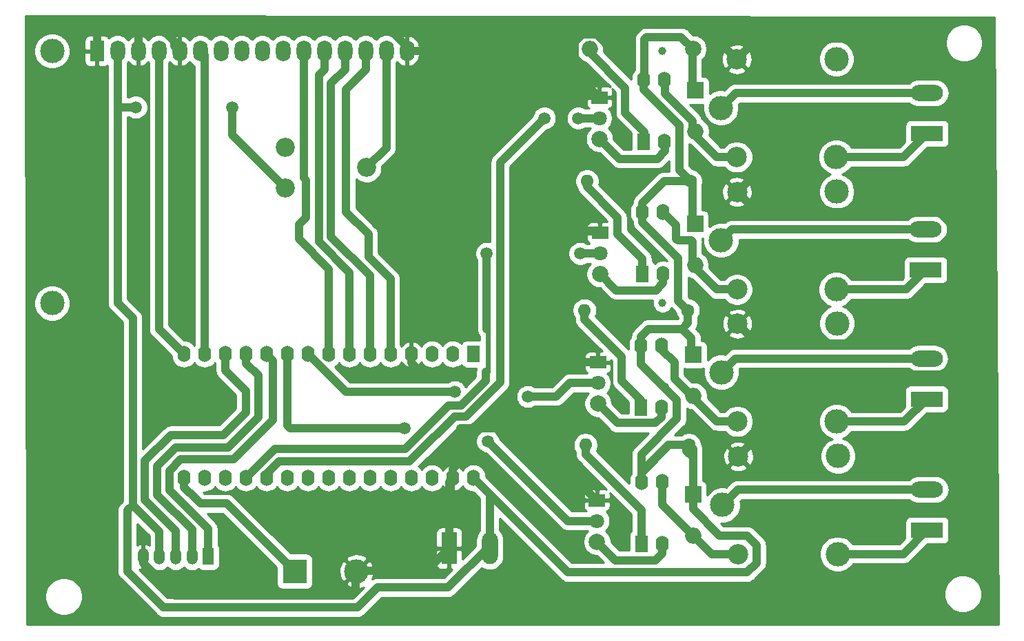
<source format=gbr>
%TF.GenerationSoftware,KiCad,Pcbnew,(5.1.6)-1*%
%TF.CreationDate,2021-01-31T10:28:18+01:00*%
%TF.ProjectId,lcd timer with arduino,6c636420-7469-46d6-9572-207769746820,rev?*%
%TF.SameCoordinates,Original*%
%TF.FileFunction,Copper,L2,Bot*%
%TF.FilePolarity,Positive*%
%FSLAX46Y46*%
G04 Gerber Fmt 4.6, Leading zero omitted, Abs format (unit mm)*
G04 Created by KiCad (PCBNEW (5.1.6)-1) date 2021-01-31 10:28:18*
%MOMM*%
%LPD*%
G01*
G04 APERTURE LIST*
%TA.AperFunction,ComponentPad*%
%ADD10O,1.350000X2.000000*%
%TD*%
%TA.AperFunction,ComponentPad*%
%ADD11R,1.350000X2.000000*%
%TD*%
%TA.AperFunction,ComponentPad*%
%ADD12O,2.000000X2.000000*%
%TD*%
%TA.AperFunction,ComponentPad*%
%ADD13R,2.000000X2.000000*%
%TD*%
%TA.AperFunction,ComponentPad*%
%ADD14C,3.000000*%
%TD*%
%TA.AperFunction,ComponentPad*%
%ADD15R,3.000000X3.000000*%
%TD*%
%TA.AperFunction,ComponentPad*%
%ADD16R,2.000000X1.500000*%
%TD*%
%TA.AperFunction,ComponentPad*%
%ADD17C,2.000000*%
%TD*%
%TA.AperFunction,ComponentPad*%
%ADD18C,1.800000*%
%TD*%
%TA.AperFunction,ComponentPad*%
%ADD19C,1.000000*%
%TD*%
%TA.AperFunction,ComponentPad*%
%ADD20O,1.800000X2.600000*%
%TD*%
%TA.AperFunction,ComponentPad*%
%ADD21R,1.800000X2.600000*%
%TD*%
%TA.AperFunction,ComponentPad*%
%ADD22O,1.600000X1.600000*%
%TD*%
%TA.AperFunction,ComponentPad*%
%ADD23C,1.600000*%
%TD*%
%TA.AperFunction,ComponentPad*%
%ADD24O,1.600000X2.000000*%
%TD*%
%TA.AperFunction,ComponentPad*%
%ADD25R,1.600000X2.000000*%
%TD*%
%TA.AperFunction,ComponentPad*%
%ADD26C,2.340000*%
%TD*%
%TA.AperFunction,ComponentPad*%
%ADD27C,2.500000*%
%TD*%
%TA.AperFunction,ComponentPad*%
%ADD28O,3.960000X1.980000*%
%TD*%
%TA.AperFunction,ComponentPad*%
%ADD29R,3.960000X1.980000*%
%TD*%
%TA.AperFunction,ComponentPad*%
%ADD30O,1.980000X3.960000*%
%TD*%
%TA.AperFunction,ComponentPad*%
%ADD31R,1.980000X3.960000*%
%TD*%
%TA.AperFunction,ViaPad*%
%ADD32C,1.500000*%
%TD*%
%TA.AperFunction,Conductor*%
%ADD33C,1.000000*%
%TD*%
%TA.AperFunction,Conductor*%
%ADD34C,0.600000*%
%TD*%
%TA.AperFunction,Conductor*%
%ADD35C,0.254000*%
%TD*%
G04 APERTURE END LIST*
D10*
%TO.P,J1,5*%
%TO.N,-*%
X82678000Y-80581500D03*
%TO.P,J1,4*%
%TO.N,+*%
X84678000Y-80581500D03*
%TO.P,J1,3*%
%TO.N,sw*%
X86678000Y-80581500D03*
%TO.P,J1,2*%
%TO.N,dt*%
X88678000Y-80581500D03*
D11*
%TO.P,J1,1*%
%TO.N,clk*%
X90678000Y-80581500D03*
%TD*%
D12*
%TO.P,D3,2*%
%TO.N,Net-(D3-Pad2)*%
X150558500Y-28321000D03*
D13*
%TO.P,D3,1*%
%TO.N,+*%
X150558500Y-23241000D03*
%TD*%
D14*
%TO.P,BZ1,2*%
%TO.N,-*%
X108895200Y-82397600D03*
D15*
%TO.P,BZ1,1*%
%TO.N,Net-(A1-Pad16)*%
X101295200Y-82397600D03*
%TD*%
D16*
%TO.P,Q4,1*%
%TO.N,-*%
X138430000Y-73660000D03*
D17*
%TO.P,Q4,3*%
%TO.N,Net-(Q4-Pad3)*%
X138430000Y-78740000D03*
D18*
%TO.P,Q4,2*%
%TO.N,on2*%
X138430000Y-76200000D03*
%TD*%
D16*
%TO.P,Q3,1*%
%TO.N,-*%
X138557000Y-56705500D03*
D17*
%TO.P,Q3,3*%
%TO.N,Net-(Q3-Pad3)*%
X138557000Y-61785500D03*
D18*
%TO.P,Q3,2*%
%TO.N,on1*%
X138557000Y-59245500D03*
%TD*%
D16*
%TO.P,Q2,1*%
%TO.N,-*%
X138811000Y-40767000D03*
D17*
%TO.P,Q2,3*%
%TO.N,Net-(Q2-Pad3)*%
X138811000Y-45847000D03*
D18*
%TO.P,Q2,2*%
%TO.N,on4*%
X138811000Y-43307000D03*
%TD*%
D16*
%TO.P,Q1,1*%
%TO.N,-*%
X138747500Y-24130000D03*
D17*
%TO.P,Q1,3*%
%TO.N,Net-(Q1-Pad3)*%
X138747500Y-29210000D03*
D18*
%TO.P,Q1,2*%
%TO.N,on3*%
X138747500Y-26670000D03*
%TD*%
D19*
%TO.P,DS1,*%
%TO.N,*%
X146494500Y-18415000D03*
X146493980Y-49415700D03*
D14*
X71495400Y-49415700D03*
X71495400Y-18415000D03*
D20*
%TO.P,DS1,16*%
%TO.N,-*%
X115094500Y-18415000D03*
%TO.P,DS1,15*%
%TO.N,Net-(DS1-Pad15)*%
X112554500Y-18415000D03*
%TO.P,DS1,14*%
%TO.N,D2*%
X110014500Y-18415000D03*
%TO.P,DS1,13*%
%TO.N,D3*%
X107474500Y-18415000D03*
%TO.P,DS1,12*%
%TO.N,D4*%
X104934500Y-18415000D03*
%TO.P,DS1,11*%
%TO.N,D5*%
X102394500Y-18415000D03*
%TO.P,DS1,10*%
%TO.N,Net-(DS1-Pad10)*%
X99854500Y-18415000D03*
%TO.P,DS1,9*%
%TO.N,Net-(DS1-Pad9)*%
X97314500Y-18415000D03*
%TO.P,DS1,8*%
%TO.N,Net-(DS1-Pad8)*%
X94774500Y-18415000D03*
%TO.P,DS1,7*%
%TO.N,Net-(DS1-Pad7)*%
X92234500Y-18415000D03*
%TO.P,DS1,6*%
%TO.N,D11*%
X89694500Y-18415000D03*
%TO.P,DS1,5*%
%TO.N,-*%
X87154500Y-18415000D03*
%TO.P,DS1,4*%
%TO.N,D12*%
X84614500Y-18415000D03*
%TO.P,DS1,3*%
%TO.N,-*%
X82074500Y-18415000D03*
%TO.P,DS1,2*%
%TO.N,+*%
X79534500Y-18415000D03*
D21*
%TO.P,DS1,1*%
%TO.N,-*%
X76994500Y-18415000D03*
%TD*%
D22*
%TO.P,R4,2*%
%TO.N,Net-(R4-Pad2)*%
X137033000Y-66865500D03*
D23*
%TO.P,R4,1*%
%TO.N,+*%
X149733000Y-66865500D03*
%TD*%
D22*
%TO.P,R3,2*%
%TO.N,Net-(R3-Pad2)*%
X136906000Y-50292000D03*
D23*
%TO.P,R3,1*%
%TO.N,+*%
X149606000Y-50292000D03*
%TD*%
D22*
%TO.P,R2,2*%
%TO.N,Net-(R2-Pad2)*%
X137223500Y-34417000D03*
D23*
%TO.P,R2,1*%
%TO.N,+*%
X149923500Y-34417000D03*
%TD*%
D12*
%TO.P,R1,2*%
%TO.N,Net-(R1-Pad2)*%
X137541000Y-18161000D03*
D17*
%TO.P,R1,1*%
%TO.N,+*%
X150241000Y-18161000D03*
%TD*%
D12*
%TO.P,D4,2*%
%TO.N,Net-(D4-Pad2)*%
X150495000Y-44767500D03*
D13*
%TO.P,D4,1*%
%TO.N,+*%
X150495000Y-39687500D03*
%TD*%
D12*
%TO.P,D2,2*%
%TO.N,Net-(D2-Pad2)*%
X150241000Y-77978000D03*
D13*
%TO.P,D2,1*%
%TO.N,+*%
X150241000Y-72898000D03*
%TD*%
D12*
%TO.P,D1,2*%
%TO.N,Net-(D1-Pad2)*%
X150304500Y-60833000D03*
D13*
%TO.P,D1,1*%
%TO.N,+*%
X150304500Y-55753000D03*
%TD*%
D24*
%TO.P,A1,16*%
%TO.N,Net-(A1-Pad16)*%
X87693500Y-70929500D03*
%TO.P,A1,15*%
%TO.N,D12*%
X87693500Y-55689500D03*
%TO.P,A1,30*%
%TO.N,+*%
X123253500Y-70929500D03*
%TO.P,A1,14*%
%TO.N,D11*%
X90233500Y-55689500D03*
%TO.P,A1,29*%
%TO.N,-*%
X120713500Y-70929500D03*
%TO.P,A1,13*%
%TO.N,sw*%
X92773500Y-55689500D03*
%TO.P,A1,28*%
%TO.N,Net-(A1-Pad28)*%
X118173500Y-70929500D03*
%TO.P,A1,12*%
%TO.N,dt*%
X95313500Y-55689500D03*
%TO.P,A1,27*%
%TO.N,Net-(A1-Pad27)*%
X115633500Y-70929500D03*
%TO.P,A1,11*%
%TO.N,clk*%
X97853500Y-55689500D03*
%TO.P,A1,26*%
%TO.N,Net-(A1-Pad26)*%
X113093500Y-70929500D03*
%TO.P,A1,10*%
%TO.N,on2*%
X100393500Y-55689500D03*
%TO.P,A1,25*%
%TO.N,Net-(A1-Pad25)*%
X110553500Y-70929500D03*
%TO.P,A1,9*%
%TO.N,on1*%
X102933500Y-55689500D03*
%TO.P,A1,24*%
%TO.N,Net-(A1-Pad24)*%
X108013500Y-70929500D03*
%TO.P,A1,8*%
%TO.N,D5*%
X105473500Y-55689500D03*
%TO.P,A1,23*%
%TO.N,Net-(A1-Pad23)*%
X105473500Y-70929500D03*
%TO.P,A1,7*%
%TO.N,D4*%
X108013500Y-55689500D03*
%TO.P,A1,22*%
%TO.N,Net-(A1-Pad22)*%
X102933500Y-70929500D03*
%TO.P,A1,6*%
%TO.N,D3*%
X110553500Y-55689500D03*
%TO.P,A1,21*%
%TO.N,Net-(A1-Pad21)*%
X100393500Y-70929500D03*
%TO.P,A1,5*%
%TO.N,D2*%
X113093500Y-55689500D03*
%TO.P,A1,20*%
%TO.N,on3*%
X97853500Y-70929500D03*
%TO.P,A1,4*%
%TO.N,-*%
X115633500Y-55689500D03*
%TO.P,A1,19*%
%TO.N,on4*%
X95313500Y-70929500D03*
%TO.P,A1,3*%
%TO.N,Net-(A1-Pad3)*%
X118173500Y-55689500D03*
%TO.P,A1,18*%
%TO.N,Net-(A1-Pad18)*%
X92773500Y-70929500D03*
%TO.P,A1,2*%
%TO.N,Net-(A1-Pad2)*%
X120713500Y-55689500D03*
%TO.P,A1,17*%
%TO.N,Net-(A1-Pad17)*%
X90233500Y-70929500D03*
D25*
%TO.P,A1,1*%
%TO.N,Net-(A1-Pad1)*%
X123253500Y-55689500D03*
%TD*%
D24*
%TO.P,U4,4*%
%TO.N,+*%
X143891000Y-71437500D03*
%TO.P,U4,2*%
%TO.N,Net-(Q4-Pad3)*%
X146431000Y-79057500D03*
%TO.P,U4,3*%
%TO.N,Net-(D2-Pad2)*%
X146431000Y-71437500D03*
D25*
%TO.P,U4,1*%
%TO.N,Net-(R4-Pad2)*%
X143891000Y-79057500D03*
%TD*%
D24*
%TO.P,U3,4*%
%TO.N,+*%
X143827500Y-54673500D03*
%TO.P,U3,2*%
%TO.N,Net-(Q3-Pad3)*%
X146367500Y-62293500D03*
%TO.P,U3,3*%
%TO.N,Net-(D1-Pad2)*%
X146367500Y-54673500D03*
D25*
%TO.P,U3,1*%
%TO.N,Net-(R3-Pad2)*%
X143827500Y-62293500D03*
%TD*%
D24*
%TO.P,U2,4*%
%TO.N,+*%
X144018000Y-38227000D03*
%TO.P,U2,2*%
%TO.N,Net-(Q2-Pad3)*%
X146558000Y-45847000D03*
%TO.P,U2,3*%
%TO.N,Net-(D4-Pad2)*%
X146558000Y-38227000D03*
D25*
%TO.P,U2,1*%
%TO.N,Net-(R2-Pad2)*%
X144018000Y-45847000D03*
%TD*%
D24*
%TO.P,U1,4*%
%TO.N,+*%
X144145000Y-21971000D03*
%TO.P,U1,2*%
%TO.N,Net-(Q1-Pad3)*%
X146685000Y-29591000D03*
%TO.P,U1,3*%
%TO.N,Net-(D3-Pad2)*%
X146685000Y-21971000D03*
D25*
%TO.P,U1,1*%
%TO.N,Net-(R1-Pad2)*%
X144145000Y-29591000D03*
%TD*%
D26*
%TO.P,RV1,1*%
%TO.N,+*%
X100139500Y-35242500D03*
%TO.P,RV1,2*%
%TO.N,Net-(DS1-Pad15)*%
X110139500Y-32742500D03*
%TO.P,RV1,3*%
%TO.N,Net-(RV1-Pad3)*%
X100139500Y-30242500D03*
%TD*%
D14*
%TO.P,K4,1*%
%TO.N,Net-(J4-Pad2)*%
X153860500Y-74231500D03*
D27*
%TO.P,K4,5*%
%TO.N,-*%
X155810500Y-68281500D03*
D14*
%TO.P,K4,4*%
%TO.N,Net-(K4-Pad4)*%
X168060500Y-68231500D03*
%TO.P,K4,3*%
%TO.N,Net-(J4-Pad1)*%
X168010500Y-80281500D03*
D27*
%TO.P,K4,2*%
%TO.N,Net-(D2-Pad2)*%
X155810500Y-80281500D03*
%TD*%
D14*
%TO.P,K3,1*%
%TO.N,Net-(J3-Pad2)*%
X153733500Y-57912000D03*
D27*
%TO.P,K3,5*%
%TO.N,-*%
X155683500Y-51962000D03*
D14*
%TO.P,K3,4*%
%TO.N,Net-(K3-Pad4)*%
X167933500Y-51912000D03*
%TO.P,K3,3*%
%TO.N,Net-(J3-Pad1)*%
X167883500Y-63962000D03*
D27*
%TO.P,K3,2*%
%TO.N,Net-(D1-Pad2)*%
X155683500Y-63962000D03*
%TD*%
D14*
%TO.P,K2,1*%
%TO.N,Net-(J2-Pad2)*%
X153694000Y-41687000D03*
D27*
%TO.P,K2,5*%
%TO.N,-*%
X155644000Y-35737000D03*
D14*
%TO.P,K2,4*%
%TO.N,Net-(K2-Pad4)*%
X167894000Y-35687000D03*
%TO.P,K2,3*%
%TO.N,Net-(J2-Pad1)*%
X167844000Y-47737000D03*
D27*
%TO.P,K2,2*%
%TO.N,Net-(D4-Pad2)*%
X155644000Y-47737000D03*
%TD*%
D14*
%TO.P,K1,1*%
%TO.N,Net-(K1-Pad1)*%
X153670000Y-25400000D03*
D27*
%TO.P,K1,5*%
%TO.N,-*%
X155620000Y-19450000D03*
D14*
%TO.P,K1,4*%
%TO.N,Net-(K1-Pad4)*%
X167870000Y-19400000D03*
%TO.P,K1,3*%
%TO.N,Net-(K1-Pad3)*%
X167820000Y-31450000D03*
D27*
%TO.P,K1,2*%
%TO.N,Net-(D3-Pad2)*%
X155620000Y-31450000D03*
%TD*%
D28*
%TO.P,J4,2*%
%TO.N,Net-(J4-Pad2)*%
X179006500Y-72343000D03*
D29*
%TO.P,J4,1*%
%TO.N,Net-(J4-Pad1)*%
X179006500Y-77343000D03*
%TD*%
D28*
%TO.P,J3,2*%
%TO.N,Net-(J3-Pad2)*%
X178943000Y-56214000D03*
D29*
%TO.P,J3,1*%
%TO.N,Net-(J3-Pad1)*%
X178943000Y-61214000D03*
%TD*%
D28*
%TO.P,j2,2*%
%TO.N,Net-(K1-Pad1)*%
X179006500Y-23575000D03*
D29*
%TO.P,j2,1*%
%TO.N,Net-(K1-Pad3)*%
X179006500Y-28575000D03*
%TD*%
D28*
%TO.P,J2,2*%
%TO.N,Net-(J2-Pad2)*%
X178816000Y-40339000D03*
D29*
%TO.P,J2,1*%
%TO.N,Net-(J2-Pad1)*%
X178816000Y-45339000D03*
%TD*%
D30*
%TO.P,j1,2*%
%TO.N,+*%
X125269000Y-79565500D03*
D31*
%TO.P,j1,1*%
%TO.N,-*%
X120269000Y-79565500D03*
%TD*%
D32*
%TO.N,+*%
X93662500Y-25336500D03*
X81788000Y-25336500D03*
%TO.N,-*%
X129743200Y-58623200D03*
X122428004Y-58623200D03*
%TO.N,on2*%
X125018800Y-66395600D03*
X114808000Y-64820800D03*
%TO.N,on1*%
X129946400Y-60909200D03*
X120961636Y-60319077D03*
%TO.N,on4*%
X136372600Y-43307000D03*
X124891800Y-43307000D03*
%TO.N,on3*%
X136144000Y-26670000D03*
X131978400Y-26670000D03*
%TD*%
D33*
%TO.N,Net-(A1-Pad16)*%
X101333300Y-82359500D02*
X101295200Y-82397600D01*
X101257100Y-82359500D02*
X101333300Y-82359500D01*
X92964000Y-74066400D02*
X101257100Y-82359500D01*
X87693500Y-72060870D02*
X88403630Y-72771000D01*
X88403630Y-72771000D02*
X88468200Y-72771000D01*
X87693500Y-70929500D02*
X87693500Y-72060870D01*
X88468200Y-72771000D02*
X89763600Y-74066400D01*
X89763600Y-74066400D02*
X92964000Y-74066400D01*
%TO.N,D12*%
X84614500Y-52610500D02*
X84614500Y-18415000D01*
X87693500Y-55689500D02*
X84614500Y-52610500D01*
%TO.N,+*%
X150241000Y-67373500D02*
X149733000Y-66865500D01*
X143891000Y-70306130D02*
X143891000Y-71437500D01*
X147331630Y-66865500D02*
X143891000Y-70306130D01*
X149733000Y-66865500D02*
X147331630Y-66865500D01*
X150050500Y-53753000D02*
X148875500Y-52578000D01*
X150050500Y-55753000D02*
X150050500Y-53753000D01*
X143827500Y-53542130D02*
X143827500Y-54673500D01*
X144791630Y-52578000D02*
X143827500Y-53542130D01*
X148875500Y-52578000D02*
X144791630Y-52578000D01*
X149606000Y-51847500D02*
X148875500Y-52578000D01*
X149606000Y-50292000D02*
X149606000Y-51847500D01*
X150177500Y-34671000D02*
X149923500Y-34417000D01*
X150177500Y-39687500D02*
X150177500Y-34671000D01*
X144018000Y-37095630D02*
X144018000Y-38227000D01*
X146696630Y-34417000D02*
X144018000Y-37095630D01*
X149923500Y-34417000D02*
X146696630Y-34417000D01*
X150177500Y-18224500D02*
X150241000Y-18161000D01*
X150177500Y-23368000D02*
X150177500Y-18224500D01*
X143891000Y-68022704D02*
X148272500Y-63641204D01*
X143891000Y-71437500D02*
X143891000Y-68022704D01*
X148272500Y-63641204D02*
X148272500Y-61341000D01*
X146812000Y-59880500D02*
X146812000Y-59715834D01*
X148272500Y-61341000D02*
X146812000Y-59880500D01*
X143827500Y-56896000D02*
X143827500Y-54673500D01*
X146812000Y-59880500D02*
X143827500Y-56896000D01*
X144145000Y-23139834D02*
X144145000Y-21971000D01*
X148558499Y-27553333D02*
X144145000Y-23139834D01*
X148558499Y-33051999D02*
X148558499Y-27553333D01*
X149923500Y-34417000D02*
X148558499Y-33051999D01*
X81393471Y-74246173D02*
X81393471Y-51258029D01*
X84678000Y-80581500D02*
X84678000Y-77530704D01*
X84678000Y-77530704D02*
X81393471Y-74246173D01*
X79534500Y-49399058D02*
X79534500Y-18415000D01*
X81393471Y-51258029D02*
X79534500Y-49399058D01*
X80732501Y-82383501D02*
X80732501Y-74907143D01*
X85188520Y-86839520D02*
X80732501Y-82383501D01*
X109020314Y-86839520D02*
X85188520Y-86839520D01*
X80732501Y-74907143D02*
X81393471Y-74246173D01*
X125269000Y-72945000D02*
X125269000Y-79264500D01*
X123253500Y-70929500D02*
X125269000Y-72945000D01*
X111468334Y-84391500D02*
X109020314Y-86839520D01*
X125269000Y-79264500D02*
X120142000Y-84391500D01*
X120142000Y-84391500D02*
X111468334Y-84391500D01*
X79534500Y-24988000D02*
X79534500Y-18415000D01*
X81788000Y-25336500D02*
X79883000Y-25336500D01*
X79883000Y-25336500D02*
X79534500Y-24988000D01*
X93662500Y-25971500D02*
X93662500Y-25336500D01*
X100139500Y-35242500D02*
X93662500Y-28765500D01*
X93662500Y-28765500D02*
X93662500Y-25971500D01*
X144520287Y-16689211D02*
X144272000Y-16937498D01*
X144272000Y-16937498D02*
X144272000Y-21971000D01*
X148769211Y-16689211D02*
X144520287Y-16689211D01*
X150241000Y-18161000D02*
X148769211Y-16689211D01*
X144018000Y-39449336D02*
X144018000Y-38227000D01*
X148437600Y-43868936D02*
X144018000Y-39449336D01*
X149606000Y-50292000D02*
X148437600Y-49123600D01*
X148437600Y-49123600D02*
X148437600Y-43868936D01*
X150071450Y-72728450D02*
X150241000Y-72898000D01*
X150241000Y-72898000D02*
X150241000Y-69215000D01*
X150241000Y-69215000D02*
X150241000Y-67373500D01*
X150241000Y-68402200D02*
X150241000Y-69215000D01*
X149453600Y-67614800D02*
X150241000Y-68402200D01*
X143891000Y-71437500D02*
X143891000Y-70180200D01*
X149733000Y-66865500D02*
X149453600Y-67144900D01*
X147205700Y-66865500D02*
X149733000Y-66865500D01*
X143891000Y-70180200D02*
X147205700Y-66865500D01*
X149453600Y-67144900D02*
X149453600Y-67614800D01*
X153520299Y-78031499D02*
X150241000Y-74752200D01*
X156890501Y-78031499D02*
X153520299Y-78031499D01*
X150241000Y-74752200D02*
X150241000Y-72898000D01*
X134855501Y-82531501D02*
X156890501Y-82531501D01*
X158060501Y-79201499D02*
X156890501Y-78031499D01*
X125269000Y-72945000D02*
X134855501Y-82531501D01*
X156890501Y-82531501D02*
X158060501Y-81361501D01*
X158060501Y-81361501D02*
X158060501Y-79201499D01*
%TO.N,D11*%
X90233500Y-18954000D02*
X89694500Y-18415000D01*
X90233500Y-55689500D02*
X90233500Y-18954000D01*
%TO.N,-*%
X158133501Y-54412001D02*
X155683500Y-51962000D01*
X169133501Y-54412001D02*
X158133501Y-54412001D01*
X169697502Y-53848000D02*
X169133501Y-54412001D01*
X180381299Y-53848000D02*
X169697502Y-53848000D01*
X180381299Y-53848000D02*
X182562500Y-51666799D01*
X158094001Y-38187001D02*
X155644000Y-35737000D01*
X180468300Y-38187001D02*
X158094001Y-38187001D01*
X182562500Y-40281201D02*
X180468300Y-38187001D01*
X182562500Y-51666799D02*
X182562500Y-40281201D01*
X158170001Y-16899999D02*
X155620000Y-19450000D01*
X164838000Y-26543000D02*
X182372000Y-26543000D01*
X182372000Y-26543000D02*
X182372000Y-21844000D01*
X155644000Y-35737000D02*
X164838000Y-26543000D01*
X182372000Y-21844000D02*
X177427999Y-16899999D01*
X177427999Y-16899999D02*
X158170001Y-16899999D01*
X183134000Y-53848000D02*
X180381299Y-53848000D01*
X165887990Y-58204010D02*
X183299010Y-58204010D01*
X183299010Y-58204010D02*
X183769000Y-57734020D01*
X183769000Y-57734020D02*
X183769000Y-54483000D01*
X155810500Y-68281500D02*
X165887990Y-58204010D01*
X183769000Y-54483000D02*
X183134000Y-53848000D01*
X117475000Y-82359500D02*
X120269000Y-79565500D01*
X108775500Y-82359500D02*
X117475000Y-82359500D01*
X108775500Y-82359500D02*
X108775500Y-84963000D01*
X108398990Y-85339510D02*
X86609510Y-85339510D01*
X108775500Y-84963000D02*
X108398990Y-85339510D01*
X86609510Y-85339510D02*
X82678000Y-81408000D01*
X120269000Y-71374000D02*
X120713500Y-70929500D01*
X120269000Y-79565500D02*
X120269000Y-71374000D01*
X82074500Y-16115000D02*
X82074500Y-18415000D01*
X86514510Y-17227991D02*
X86514510Y-17775010D01*
X86514510Y-17775010D02*
X87154500Y-18415000D01*
X85401519Y-16115000D02*
X86514510Y-17227991D01*
X115094500Y-17867981D02*
X115094500Y-18415000D01*
X113038019Y-15811500D02*
X115094500Y-17867981D01*
X85401519Y-16115000D02*
X85705019Y-15811500D01*
X85705019Y-15811500D02*
X113038019Y-15811500D01*
X81834500Y-15875000D02*
X82074500Y-16115000D01*
X77234500Y-15875000D02*
X81834500Y-15875000D01*
X76994500Y-18415000D02*
X76994500Y-16115000D01*
X76994500Y-16115000D02*
X77234500Y-15875000D01*
X85098019Y-15811500D02*
X85401519Y-16115000D01*
X82074500Y-16115000D02*
X82378000Y-15811500D01*
X82378000Y-15811500D02*
X85098019Y-15811500D01*
X134622998Y-18415000D02*
X135740999Y-17296999D01*
X115094500Y-18415000D02*
X134622998Y-18415000D01*
X120713500Y-69798130D02*
X121614130Y-68897500D01*
X120713500Y-70929500D02*
X120713500Y-69798130D01*
X138174990Y-73404990D02*
X138430000Y-73404990D01*
X133667500Y-68897500D02*
X138174990Y-73404990D01*
X135740999Y-21123499D02*
X135740999Y-17296999D01*
X138492490Y-23874990D02*
X135740999Y-21123499D01*
X134064155Y-23129655D02*
X133985000Y-23050500D01*
X137890821Y-23874990D02*
X138492490Y-23874990D01*
X134064155Y-44402155D02*
X134064155Y-23129655D01*
X133985000Y-23050500D02*
X137066331Y-23050500D01*
X137066331Y-23050500D02*
X137890821Y-23874990D01*
X138493500Y-40511990D02*
X138466656Y-40511990D01*
X134064155Y-44402155D02*
X134064155Y-40511990D01*
X134064155Y-40511990D02*
X138493500Y-40511990D01*
X129590800Y-64820800D02*
X133667500Y-68897500D01*
X121615200Y-64820800D02*
X129590800Y-64820800D01*
X121614130Y-68897500D02*
X121614130Y-64819730D01*
X121614130Y-64819730D02*
X121615200Y-64820800D01*
X121614130Y-64872670D02*
X121666000Y-64820800D01*
X121614130Y-68897500D02*
X121614130Y-64872670D01*
X129184400Y-57150000D02*
X129184400Y-52228310D01*
X128168400Y-58166000D02*
X129184400Y-57150000D01*
X133667500Y-68897500D02*
X128168400Y-63398400D01*
X128168400Y-63398400D02*
X128168400Y-58166000D01*
X134064155Y-47348555D02*
X129184400Y-52228310D01*
X134064155Y-44402155D02*
X134064155Y-47348555D01*
X129743200Y-57708800D02*
X129184400Y-57150000D01*
X129743200Y-58623200D02*
X129743200Y-57708800D01*
X131660900Y-56705500D02*
X129743200Y-58623200D01*
X138557000Y-56705500D02*
X131660900Y-56705500D01*
X138405001Y-16360999D02*
X136676999Y-16360999D01*
X139316002Y-17272000D02*
X138405001Y-16360999D01*
X136676999Y-16360999D02*
X135740999Y-17296999D01*
X143898964Y-15189200D02*
X141816164Y-17272000D01*
X151359200Y-15189200D02*
X143898964Y-15189200D01*
X141816164Y-17272000D02*
X139316002Y-17272000D01*
X155620000Y-19450000D02*
X151359200Y-15189200D01*
X82678000Y-81408000D02*
X82678000Y-80581500D01*
X122021604Y-58216800D02*
X122428004Y-58623200D01*
X117094000Y-58216800D02*
X122021604Y-58216800D01*
X115633500Y-55689500D02*
X115633500Y-56756300D01*
X115633500Y-56756300D02*
X117094000Y-58216800D01*
%TO.N,sw*%
X92773500Y-57721500D02*
X92773500Y-55689500D01*
X95313500Y-60261500D02*
X92773500Y-57721500D01*
X95313500Y-62865000D02*
X95313500Y-60261500D01*
X86072850Y-65643480D02*
X92535020Y-65643480D01*
X82893481Y-68822849D02*
X86072850Y-65643480D01*
X82893480Y-73624850D02*
X82893481Y-68822849D01*
X92535020Y-65643480D02*
X95313500Y-62865000D01*
X86678000Y-80581500D02*
X86678000Y-77409370D01*
X86678000Y-77409370D02*
X82893480Y-73624850D01*
%TO.N,dt*%
X84393491Y-69444173D02*
X86694173Y-67143491D01*
X93156344Y-67143491D02*
X96813511Y-63486324D01*
X88678000Y-80581500D02*
X88678000Y-77288035D01*
X95313500Y-56820870D02*
X95313500Y-55689500D01*
X86694173Y-67143491D02*
X93156344Y-67143491D01*
X96813511Y-63486324D02*
X96813511Y-58320881D01*
X84393491Y-73003526D02*
X84393491Y-69444173D01*
X88678000Y-77288035D02*
X84393491Y-73003526D01*
X96813511Y-58320881D02*
X95313500Y-56820870D01*
%TO.N,clk*%
X90678000Y-80581500D02*
X90678000Y-77166701D01*
X85893499Y-72382200D02*
X85893499Y-70065499D01*
X90678000Y-77166701D02*
X85893499Y-72382200D01*
X98653499Y-63767671D02*
X98653499Y-56489499D01*
X93777668Y-68643502D02*
X98653499Y-63767671D01*
X87315496Y-68643502D02*
X93777668Y-68643502D01*
X98653499Y-56489499D02*
X97853500Y-55689500D01*
X85893499Y-70065499D02*
X87315496Y-68643502D01*
%TO.N,on2*%
X138430000Y-76200000D02*
X134874000Y-76200000D01*
X134874000Y-76200000D02*
X125069600Y-66395600D01*
X125069600Y-66395600D02*
X125018800Y-66395600D01*
X100736400Y-64820800D02*
X114808000Y-64820800D01*
X100393500Y-64477900D02*
X100736400Y-64820800D01*
X100393500Y-55689500D02*
X100393500Y-64477900D01*
%TO.N,on1*%
X129946400Y-60909200D02*
X133451600Y-60909200D01*
X135115300Y-59245500D02*
X138557000Y-59245500D01*
X133451600Y-60909200D02*
X135115300Y-59245500D01*
X102933500Y-55689500D02*
X107563077Y-60319077D01*
X107563077Y-60319077D02*
X120961636Y-60319077D01*
%TO.N,D5*%
X102717600Y-34300800D02*
X102412800Y-33996000D01*
X102412800Y-18433300D02*
X102394500Y-18415000D01*
X101814489Y-39765111D02*
X102717600Y-38862000D01*
X102412800Y-33996000D02*
X102412800Y-18433300D01*
X105473500Y-45212000D02*
X101814489Y-41552990D01*
X105473500Y-55689500D02*
X105473500Y-45212000D01*
X101814489Y-41552990D02*
X101814489Y-39765111D01*
X102717600Y-38862000D02*
X102717600Y-34300800D01*
%TO.N,D4*%
X104934500Y-20715000D02*
X104268411Y-21381089D01*
X108013500Y-45630666D02*
X108013500Y-55689500D01*
X104268411Y-41885577D02*
X108013500Y-45630666D01*
X104268411Y-21381089D02*
X104268411Y-41885577D01*
X104934500Y-18415000D02*
X104934500Y-20715000D01*
%TO.N,D3*%
X107474500Y-18415000D02*
X107474500Y-20715000D01*
X110553500Y-46049332D02*
X110553500Y-55689500D01*
X107474500Y-20715000D02*
X105768422Y-22421078D01*
X105768422Y-41264254D02*
X110553500Y-46049332D01*
X105768422Y-22421078D02*
X105768422Y-41264254D01*
%TO.N,D2*%
X110014500Y-20715000D02*
X107615500Y-23114000D01*
X110014500Y-18415000D02*
X110014500Y-20715000D01*
X107615500Y-23114000D02*
X107615500Y-38220790D01*
X110363000Y-43737498D02*
X113093500Y-46467998D01*
X110363000Y-40968290D02*
X110363000Y-43737498D01*
X113093500Y-46467998D02*
X113093500Y-55689500D01*
X107615500Y-38220790D02*
X110363000Y-40968290D01*
%TO.N,on4*%
X138811000Y-43307000D02*
X136372600Y-43307000D01*
X124891800Y-43307000D02*
X124891800Y-52603400D01*
X120222114Y-61969078D02*
X114857202Y-67333990D01*
X96113499Y-70129501D02*
X95313500Y-70929500D01*
X114857202Y-67333990D02*
X98909010Y-67333990D01*
X121753637Y-61969078D02*
X120222114Y-61969078D01*
X124764800Y-58957915D02*
X121753637Y-61969078D01*
X124764800Y-57861200D02*
X124764800Y-58957915D01*
X98909010Y-67333990D02*
X96113499Y-70129501D01*
D34*
X125069600Y-57861200D02*
X124764800Y-57861200D01*
X124891800Y-52603400D02*
X125069600Y-52781200D01*
X125069600Y-52781200D02*
X125069600Y-57861200D01*
D33*
%TO.N,on3*%
X138747500Y-26670000D02*
X136144000Y-26670000D01*
X131978400Y-26670000D02*
X126542800Y-32105600D01*
X122333540Y-63369089D02*
X120943437Y-63369089D01*
X120943437Y-63369089D02*
X116268934Y-68043592D01*
X126542800Y-32105600D02*
X126542800Y-59159829D01*
X126542800Y-59159829D02*
X122333540Y-63369089D01*
X115417600Y-68834000D02*
X116433600Y-67818000D01*
X99415600Y-68834000D02*
X115417600Y-68834000D01*
X97853500Y-70929500D02*
X97853500Y-70396100D01*
X97853500Y-70396100D02*
X99415600Y-68834000D01*
%TO.N,Net-(DS1-Pad15)*%
X112554500Y-30327500D02*
X112554500Y-18415000D01*
X110139500Y-32742500D02*
X112554500Y-30327500D01*
%TO.N,Net-(J2-Pad2)*%
X155042000Y-40339000D02*
X153694000Y-41687000D01*
X178816000Y-40339000D02*
X155042000Y-40339000D01*
%TO.N,Net-(J2-Pad1)*%
X176418000Y-47737000D02*
X178816000Y-45339000D01*
X167844000Y-47737000D02*
X176418000Y-47737000D01*
%TO.N,Net-(K1-Pad1)*%
X155495000Y-23575000D02*
X153670000Y-25400000D01*
X179006500Y-23575000D02*
X155495000Y-23575000D01*
%TO.N,Net-(K1-Pad3)*%
X176131500Y-31450000D02*
X179006500Y-28575000D01*
X167820000Y-31450000D02*
X176131500Y-31450000D01*
%TO.N,Net-(J3-Pad2)*%
X155431500Y-56214000D02*
X153733500Y-57912000D01*
X178943000Y-56214000D02*
X155431500Y-56214000D01*
%TO.N,Net-(J3-Pad1)*%
X176195000Y-63962000D02*
X178943000Y-61214000D01*
X167883500Y-63962000D02*
X176195000Y-63962000D01*
%TO.N,Net-(J4-Pad2)*%
X155749000Y-72343000D02*
X153860500Y-74231500D01*
X179006500Y-72343000D02*
X155749000Y-72343000D01*
%TO.N,Net-(J4-Pad1)*%
X176068000Y-80281500D02*
X179006500Y-77343000D01*
X168010500Y-80281500D02*
X176068000Y-80281500D01*
%TO.N,Net-(Q1-Pad3)*%
X145835170Y-31699200D02*
X141236700Y-31699200D01*
X146812000Y-29591000D02*
X146812000Y-30722370D01*
X141236700Y-31699200D02*
X138747500Y-29210000D01*
X146812000Y-30722370D02*
X145835170Y-31699200D01*
%TO.N,Net-(Q2-Pad3)*%
X145682770Y-47853600D02*
X140817600Y-47853600D01*
X140817600Y-47853600D02*
X138811000Y-45847000D01*
X146558000Y-45847000D02*
X146558000Y-46978370D01*
X146558000Y-46978370D02*
X145682770Y-47853600D01*
%TO.N,Net-(Q3-Pad3)*%
X140931900Y-64160400D02*
X138557000Y-61785500D01*
X145631970Y-64160400D02*
X140931900Y-64160400D01*
X146367500Y-62293500D02*
X146367500Y-63424870D01*
X146367500Y-63424870D02*
X145631970Y-64160400D01*
%TO.N,Net-(Q4-Pad3)*%
X140716000Y-81026000D02*
X138430000Y-78740000D01*
X145593870Y-81026000D02*
X140716000Y-81026000D01*
X146431000Y-79057500D02*
X146431000Y-80188870D01*
X146431000Y-80188870D02*
X145593870Y-81026000D01*
%TO.N,Net-(R1-Pad2)*%
X137541000Y-18567834D02*
X137541000Y-18161000D01*
X141922500Y-26035000D02*
X141922500Y-22949334D01*
X141922500Y-22949334D02*
X137541000Y-18567834D01*
X144272000Y-29591000D02*
X144272000Y-28384500D01*
X144272000Y-28384500D02*
X141922500Y-26035000D01*
%TO.N,Net-(R2-Pad2)*%
X137223500Y-35115500D02*
X137223500Y-34417000D01*
X140563600Y-38455600D02*
X137223500Y-35115500D01*
X144018000Y-43942000D02*
X140970000Y-40894000D01*
X140970000Y-40894000D02*
X140970000Y-38912800D01*
X144018000Y-45847000D02*
X144018000Y-43942000D01*
X140970000Y-38912800D02*
X140563600Y-38506400D01*
X140563600Y-38506400D02*
X140563600Y-38455600D01*
%TO.N,Net-(R3-Pad2)*%
X141478000Y-55995370D02*
X136906000Y-51423370D01*
X143827500Y-62293500D02*
X143827500Y-61341000D01*
X136906000Y-51423370D02*
X136906000Y-50292000D01*
X141478000Y-58991500D02*
X141478000Y-55995370D01*
X143827500Y-61341000D02*
X141478000Y-58991500D01*
%TO.N,Net-(R4-Pad2)*%
X137033000Y-67996870D02*
X137033000Y-66865500D01*
X143891000Y-74854870D02*
X137033000Y-67996870D01*
X143891000Y-79057500D02*
X143891000Y-74854870D01*
%TO.N,Net-(D1-Pad2)*%
X146367500Y-55118000D02*
X146367500Y-54673500D01*
X147955000Y-56705500D02*
X146367500Y-55118000D01*
X147955000Y-58737500D02*
X147955000Y-56705500D01*
X155683500Y-63962000D02*
X153179500Y-63962000D01*
X153179500Y-63962000D02*
X147955000Y-58737500D01*
%TO.N,Net-(D2-Pad2)*%
X152544500Y-80281500D02*
X150241000Y-77978000D01*
X155810500Y-80281500D02*
X152544500Y-80281500D01*
X146431000Y-74168000D02*
X146431000Y-71437500D01*
X150241000Y-77978000D02*
X146431000Y-74168000D01*
%TO.N,Net-(D3-Pad2)*%
X153179500Y-31450000D02*
X150177500Y-28448000D01*
X155620000Y-31450000D02*
X153179500Y-31450000D01*
X146812000Y-23685500D02*
X146812000Y-21971000D01*
X150177500Y-28448000D02*
X150177500Y-27051000D01*
X150177500Y-27051000D02*
X146812000Y-23685500D01*
%TO.N,Net-(D4-Pad2)*%
X153147000Y-47737000D02*
X150177500Y-44767500D01*
X155644000Y-47737000D02*
X153147000Y-47737000D01*
X148177499Y-39846499D02*
X146558000Y-38227000D01*
X150177500Y-41846500D02*
X150018501Y-41687501D01*
X150177500Y-44767500D02*
X150177500Y-41846500D01*
X148177499Y-41487501D02*
X148177499Y-39846499D01*
X150018501Y-41687501D02*
X148377499Y-41687501D01*
X148377499Y-41687501D02*
X148177499Y-41487501D01*
%TD*%
D35*
%TO.N,-*%
G36*
X187264288Y-14263857D02*
G01*
X187812066Y-88960800D01*
X68415601Y-88960800D01*
X68405772Y-85267211D01*
X70621800Y-85267211D01*
X70621800Y-85725589D01*
X70711226Y-86175161D01*
X70886640Y-86598648D01*
X71141301Y-86979776D01*
X71465424Y-87303899D01*
X71846552Y-87558560D01*
X72270039Y-87733974D01*
X72719611Y-87823400D01*
X73177989Y-87823400D01*
X73627561Y-87733974D01*
X74051048Y-87558560D01*
X74432176Y-87303899D01*
X74756299Y-86979776D01*
X75010960Y-86598648D01*
X75186374Y-86175161D01*
X75275800Y-85725589D01*
X75275800Y-85267211D01*
X75186374Y-84817639D01*
X75010960Y-84394152D01*
X74756299Y-84013024D01*
X74432176Y-83688901D01*
X74051048Y-83434240D01*
X73627561Y-83258826D01*
X73177989Y-83169400D01*
X72719611Y-83169400D01*
X72270039Y-83258826D01*
X71846552Y-83434240D01*
X71465424Y-83688901D01*
X71141301Y-84013024D01*
X70886640Y-84394152D01*
X70711226Y-84817639D01*
X70621800Y-85267211D01*
X68405772Y-85267211D01*
X68309775Y-49196360D01*
X69268400Y-49196360D01*
X69268400Y-49635040D01*
X69353982Y-50065292D01*
X69521858Y-50470580D01*
X69765576Y-50835330D01*
X70075770Y-51145524D01*
X70440520Y-51389242D01*
X70845808Y-51557118D01*
X71276060Y-51642700D01*
X71714740Y-51642700D01*
X72144992Y-51557118D01*
X72550280Y-51389242D01*
X72915030Y-51145524D01*
X73225224Y-50835330D01*
X73468942Y-50470580D01*
X73636818Y-50065292D01*
X73722400Y-49635040D01*
X73722400Y-49196360D01*
X73636818Y-48766108D01*
X73468942Y-48360820D01*
X73225224Y-47996070D01*
X72915030Y-47685876D01*
X72550280Y-47442158D01*
X72144992Y-47274282D01*
X71714740Y-47188700D01*
X71276060Y-47188700D01*
X70845808Y-47274282D01*
X70440520Y-47442158D01*
X70075770Y-47685876D01*
X69765576Y-47996070D01*
X69521858Y-48360820D01*
X69353982Y-48766108D01*
X69268400Y-49196360D01*
X68309775Y-49196360D01*
X68227271Y-18195660D01*
X69268400Y-18195660D01*
X69268400Y-18634340D01*
X69353982Y-19064592D01*
X69521858Y-19469880D01*
X69765576Y-19834630D01*
X70075770Y-20144824D01*
X70440520Y-20388542D01*
X70845808Y-20556418D01*
X71276060Y-20642000D01*
X71714740Y-20642000D01*
X72144992Y-20556418D01*
X72550280Y-20388542D01*
X72915030Y-20144824D01*
X73225224Y-19834630D01*
X73305158Y-19715000D01*
X75456428Y-19715000D01*
X75468688Y-19839482D01*
X75504998Y-19959180D01*
X75563963Y-20069494D01*
X75643315Y-20166185D01*
X75740006Y-20245537D01*
X75850320Y-20304502D01*
X75970018Y-20340812D01*
X76094500Y-20353072D01*
X76708750Y-20350000D01*
X76867500Y-20191250D01*
X76867500Y-18542000D01*
X75618250Y-18542000D01*
X75459500Y-18700750D01*
X75456428Y-19715000D01*
X73305158Y-19715000D01*
X73468942Y-19469880D01*
X73636818Y-19064592D01*
X73722400Y-18634340D01*
X73722400Y-18195660D01*
X73636818Y-17765408D01*
X73468942Y-17360120D01*
X73305159Y-17115000D01*
X75456428Y-17115000D01*
X75459500Y-18129250D01*
X75618250Y-18288000D01*
X76867500Y-18288000D01*
X76867500Y-16638750D01*
X77121500Y-16638750D01*
X77121500Y-18288000D01*
X77141500Y-18288000D01*
X77141500Y-18542000D01*
X77121500Y-18542000D01*
X77121500Y-20191250D01*
X77280250Y-20350000D01*
X77894500Y-20353072D01*
X78018982Y-20340812D01*
X78138680Y-20304502D01*
X78248994Y-20245537D01*
X78307501Y-20197522D01*
X78307500Y-24927740D01*
X78301565Y-24988000D01*
X78307500Y-25048260D01*
X78307500Y-25048267D01*
X78307501Y-25048275D01*
X78307500Y-49338798D01*
X78301565Y-49399058D01*
X78307500Y-49459318D01*
X78307500Y-49459325D01*
X78325255Y-49639591D01*
X78395416Y-49870881D01*
X78509351Y-50084040D01*
X78662683Y-50270875D01*
X78709500Y-50309297D01*
X80166472Y-51766270D01*
X80166471Y-73737934D01*
X79907497Y-73996908D01*
X79860685Y-74035326D01*
X79822267Y-74082138D01*
X79822266Y-74082139D01*
X79801662Y-74107245D01*
X79707353Y-74222160D01*
X79662041Y-74306934D01*
X79593418Y-74435319D01*
X79523256Y-74666610D01*
X79499566Y-74907143D01*
X79505502Y-74967413D01*
X79505501Y-82323241D01*
X79499566Y-82383501D01*
X79505501Y-82443761D01*
X79505501Y-82443768D01*
X79523256Y-82624034D01*
X79593417Y-82855324D01*
X79707352Y-83068483D01*
X79860684Y-83255318D01*
X79907501Y-83293740D01*
X84278285Y-87664525D01*
X84316703Y-87711337D01*
X84503537Y-87864669D01*
X84716694Y-87978603D01*
X84716696Y-87978604D01*
X84947986Y-88048766D01*
X85068466Y-88060631D01*
X85128252Y-88066520D01*
X85128257Y-88066520D01*
X85188520Y-88072455D01*
X85248783Y-88066520D01*
X108960054Y-88066520D01*
X109020314Y-88072455D01*
X109080574Y-88066520D01*
X109080582Y-88066520D01*
X109260848Y-88048765D01*
X109492138Y-87978604D01*
X109705297Y-87864669D01*
X109892131Y-87711337D01*
X109930553Y-87664520D01*
X111976574Y-85618500D01*
X120081740Y-85618500D01*
X120142000Y-85624435D01*
X120202260Y-85618500D01*
X120202268Y-85618500D01*
X120382534Y-85600745D01*
X120613824Y-85530584D01*
X120826983Y-85416649D01*
X121013817Y-85263317D01*
X121052239Y-85216500D01*
X121306328Y-84962411D01*
X181061000Y-84962411D01*
X181061000Y-85420789D01*
X181150426Y-85870361D01*
X181325840Y-86293848D01*
X181580501Y-86674976D01*
X181904624Y-86999099D01*
X182285752Y-87253760D01*
X182709239Y-87429174D01*
X183158811Y-87518600D01*
X183617189Y-87518600D01*
X184066761Y-87429174D01*
X184490248Y-87253760D01*
X184871376Y-86999099D01*
X185195499Y-86674976D01*
X185450160Y-86293848D01*
X185625574Y-85870361D01*
X185715000Y-85420789D01*
X185715000Y-84962411D01*
X185625574Y-84512839D01*
X185450160Y-84089352D01*
X185195499Y-83708224D01*
X184871376Y-83384101D01*
X184490248Y-83129440D01*
X184066761Y-82954026D01*
X183617189Y-82864600D01*
X183158811Y-82864600D01*
X182709239Y-82954026D01*
X182285752Y-83129440D01*
X181904624Y-83384101D01*
X181580501Y-83708224D01*
X181325840Y-84089352D01*
X181150426Y-84512839D01*
X181061000Y-84962411D01*
X121306328Y-84962411D01*
X124293021Y-81975718D01*
X124310472Y-81990040D01*
X124608755Y-82149476D01*
X124932410Y-82247656D01*
X125269000Y-82280807D01*
X125605591Y-82247656D01*
X125929246Y-82149476D01*
X126227529Y-81990040D01*
X126488976Y-81775476D01*
X126703540Y-81514029D01*
X126862976Y-81215746D01*
X126961156Y-80892091D01*
X126986000Y-80639843D01*
X126986000Y-78491157D01*
X126961156Y-78238909D01*
X126862976Y-77915254D01*
X126703540Y-77616971D01*
X126496000Y-77364083D01*
X126496000Y-75907239D01*
X133945266Y-83356506D01*
X133983684Y-83403318D01*
X134170518Y-83556650D01*
X134383675Y-83670584D01*
X134383677Y-83670585D01*
X134614967Y-83740747D01*
X134735447Y-83752612D01*
X134795233Y-83758501D01*
X134795238Y-83758501D01*
X134855501Y-83764436D01*
X134915764Y-83758501D01*
X156830241Y-83758501D01*
X156890501Y-83764436D01*
X156950761Y-83758501D01*
X156950769Y-83758501D01*
X157131035Y-83740746D01*
X157362325Y-83670585D01*
X157575484Y-83556650D01*
X157762318Y-83403318D01*
X157800740Y-83356502D01*
X158885512Y-82271731D01*
X158932318Y-82233318D01*
X158970731Y-82186512D01*
X158970737Y-82186506D01*
X159069401Y-82066283D01*
X159085650Y-82046484D01*
X159199585Y-81833325D01*
X159205315Y-81814436D01*
X159269747Y-81602035D01*
X159282429Y-81473266D01*
X159287501Y-81421769D01*
X159287501Y-81421764D01*
X159293436Y-81361501D01*
X159287501Y-81301238D01*
X159287501Y-80062160D01*
X165783500Y-80062160D01*
X165783500Y-80500840D01*
X165869082Y-80931092D01*
X166036958Y-81336380D01*
X166280676Y-81701130D01*
X166590870Y-82011324D01*
X166955620Y-82255042D01*
X167360908Y-82422918D01*
X167791160Y-82508500D01*
X168229840Y-82508500D01*
X168660092Y-82422918D01*
X169065380Y-82255042D01*
X169430130Y-82011324D01*
X169740324Y-81701130D01*
X169869035Y-81508500D01*
X176007740Y-81508500D01*
X176068000Y-81514435D01*
X176128260Y-81508500D01*
X176128268Y-81508500D01*
X176308534Y-81490745D01*
X176539824Y-81420584D01*
X176752983Y-81306649D01*
X176939817Y-81153317D01*
X176978239Y-81106500D01*
X179021223Y-79063517D01*
X180986500Y-79063517D01*
X181129017Y-79049480D01*
X181266057Y-79007910D01*
X181392353Y-78940403D01*
X181503054Y-78849554D01*
X181593903Y-78738853D01*
X181661410Y-78612557D01*
X181702980Y-78475517D01*
X181717017Y-78333000D01*
X181717017Y-76353000D01*
X181702980Y-76210483D01*
X181661410Y-76073443D01*
X181593903Y-75947147D01*
X181503054Y-75836446D01*
X181392353Y-75745597D01*
X181266057Y-75678090D01*
X181129017Y-75636520D01*
X180986500Y-75622483D01*
X177026500Y-75622483D01*
X176883983Y-75636520D01*
X176746943Y-75678090D01*
X176620647Y-75745597D01*
X176509946Y-75836446D01*
X176419097Y-75947147D01*
X176351590Y-76073443D01*
X176310020Y-76210483D01*
X176295983Y-76353000D01*
X176295983Y-78318278D01*
X175559761Y-79054500D01*
X169869035Y-79054500D01*
X169740324Y-78861870D01*
X169430130Y-78551676D01*
X169065380Y-78307958D01*
X168660092Y-78140082D01*
X168229840Y-78054500D01*
X167791160Y-78054500D01*
X167360908Y-78140082D01*
X166955620Y-78307958D01*
X166590870Y-78551676D01*
X166280676Y-78861870D01*
X166036958Y-79226620D01*
X165869082Y-79631908D01*
X165783500Y-80062160D01*
X159287501Y-80062160D01*
X159287501Y-79261762D01*
X159293436Y-79201499D01*
X159285123Y-79117084D01*
X159280707Y-79072255D01*
X159269747Y-78960965D01*
X159199585Y-78729675D01*
X159140223Y-78618616D01*
X159085650Y-78516516D01*
X159023625Y-78440939D01*
X158970737Y-78376494D01*
X158970731Y-78376488D01*
X158932318Y-78329682D01*
X158885511Y-78291268D01*
X157800740Y-77206498D01*
X157762318Y-77159682D01*
X157575484Y-77006350D01*
X157362325Y-76892415D01*
X157131035Y-76822254D01*
X156950769Y-76804499D01*
X156950761Y-76804499D01*
X156890501Y-76798564D01*
X156830241Y-76804499D01*
X154028539Y-76804499D01*
X153682540Y-76458500D01*
X154079840Y-76458500D01*
X154510092Y-76372918D01*
X154915380Y-76205042D01*
X155280130Y-75961324D01*
X155590324Y-75651130D01*
X155834042Y-75286380D01*
X156001918Y-74881092D01*
X156087500Y-74450840D01*
X156087500Y-74012160D01*
X156042303Y-73784937D01*
X156257240Y-73570000D01*
X176805083Y-73570000D01*
X177057971Y-73777540D01*
X177356254Y-73936976D01*
X177679909Y-74035156D01*
X177932157Y-74060000D01*
X180080843Y-74060000D01*
X180333091Y-74035156D01*
X180656746Y-73936976D01*
X180955029Y-73777540D01*
X181216476Y-73562976D01*
X181431040Y-73301529D01*
X181590476Y-73003246D01*
X181688656Y-72679591D01*
X181721807Y-72343000D01*
X181688656Y-72006409D01*
X181590476Y-71682754D01*
X181431040Y-71384471D01*
X181216476Y-71123024D01*
X180955029Y-70908460D01*
X180656746Y-70749024D01*
X180333091Y-70650844D01*
X180080843Y-70626000D01*
X177932157Y-70626000D01*
X177679909Y-70650844D01*
X177356254Y-70749024D01*
X177057971Y-70908460D01*
X176805083Y-71116000D01*
X155809259Y-71116000D01*
X155748999Y-71110065D01*
X155688739Y-71116000D01*
X155688732Y-71116000D01*
X155508466Y-71133755D01*
X155277176Y-71203916D01*
X155064017Y-71317851D01*
X154877183Y-71471183D01*
X154838765Y-71517995D01*
X154307063Y-72049697D01*
X154079840Y-72004500D01*
X153641160Y-72004500D01*
X153210908Y-72090082D01*
X152805620Y-72257958D01*
X152440870Y-72501676D01*
X152130676Y-72811870D01*
X151971517Y-73050068D01*
X151971517Y-71898000D01*
X151957480Y-71755483D01*
X151915910Y-71618443D01*
X151848403Y-71492147D01*
X151757554Y-71381446D01*
X151646853Y-71290597D01*
X151520557Y-71223090D01*
X151468000Y-71207147D01*
X151468000Y-69595105D01*
X154676500Y-69595105D01*
X154802414Y-69885077D01*
X155134626Y-70050933D01*
X155492812Y-70148790D01*
X155863206Y-70174889D01*
X156231575Y-70128225D01*
X156583762Y-70010594D01*
X156818586Y-69885077D01*
X156944500Y-69595105D01*
X155810500Y-68461105D01*
X154676500Y-69595105D01*
X151468000Y-69595105D01*
X151468000Y-68462463D01*
X151473935Y-68402200D01*
X151468000Y-68341932D01*
X151468000Y-68334206D01*
X153917111Y-68334206D01*
X153963775Y-68702575D01*
X154081406Y-69054762D01*
X154206923Y-69289586D01*
X154496895Y-69415500D01*
X155630895Y-68281500D01*
X155990105Y-68281500D01*
X157124105Y-69415500D01*
X157414077Y-69289586D01*
X157579933Y-68957374D01*
X157677790Y-68599188D01*
X157703889Y-68228794D01*
X157657225Y-67860425D01*
X157539594Y-67508238D01*
X157414077Y-67273414D01*
X157124105Y-67147500D01*
X155990105Y-68281500D01*
X155630895Y-68281500D01*
X154496895Y-67147500D01*
X154206923Y-67273414D01*
X154041067Y-67605626D01*
X153943210Y-67963812D01*
X153917111Y-68334206D01*
X151468000Y-68334206D01*
X151468000Y-67433759D01*
X151473935Y-67373499D01*
X151468000Y-67313239D01*
X151468000Y-67313232D01*
X151450245Y-67132966D01*
X151438796Y-67095222D01*
X151414732Y-67015896D01*
X151400172Y-66967895D01*
X154676500Y-66967895D01*
X155810500Y-68101895D01*
X156944500Y-66967895D01*
X156818586Y-66677923D01*
X156486374Y-66512067D01*
X156128188Y-66414210D01*
X155757794Y-66388111D01*
X155389425Y-66434775D01*
X155037238Y-66552406D01*
X154802414Y-66677923D01*
X154676500Y-66967895D01*
X151400172Y-66967895D01*
X151380084Y-66901676D01*
X151266149Y-66688517D01*
X151251053Y-66670122D01*
X151201319Y-66420090D01*
X151086210Y-66142194D01*
X150919099Y-65892094D01*
X150706406Y-65679401D01*
X150456306Y-65512290D01*
X150178410Y-65397181D01*
X149883396Y-65338500D01*
X149582604Y-65338500D01*
X149287590Y-65397181D01*
X149009694Y-65512290D01*
X148820807Y-65638500D01*
X148010444Y-65638500D01*
X149097506Y-64551438D01*
X149144317Y-64513021D01*
X149297649Y-64326187D01*
X149411584Y-64113028D01*
X149429468Y-64054072D01*
X149481746Y-63881738D01*
X149496019Y-63736817D01*
X149499500Y-63701472D01*
X149499500Y-63701467D01*
X149505435Y-63641204D01*
X149499500Y-63580941D01*
X149499500Y-62368849D01*
X149800753Y-62493632D01*
X150019380Y-62537120D01*
X152269265Y-64787005D01*
X152307683Y-64833817D01*
X152494517Y-64987149D01*
X152707674Y-65101083D01*
X152707676Y-65101084D01*
X152938966Y-65171246D01*
X153059446Y-65183111D01*
X153119232Y-65189000D01*
X153119237Y-65189000D01*
X153179500Y-65194935D01*
X153239763Y-65189000D01*
X154125638Y-65189000D01*
X154147864Y-65222264D01*
X154423236Y-65497636D01*
X154747039Y-65713995D01*
X155106830Y-65863025D01*
X155488782Y-65939000D01*
X155878218Y-65939000D01*
X156260170Y-65863025D01*
X156619961Y-65713995D01*
X156943764Y-65497636D01*
X157219136Y-65222264D01*
X157435495Y-64898461D01*
X157584525Y-64538670D01*
X157660500Y-64156718D01*
X157660500Y-63767282D01*
X157655603Y-63742660D01*
X165656500Y-63742660D01*
X165656500Y-64181340D01*
X165742082Y-64611592D01*
X165909958Y-65016880D01*
X166153676Y-65381630D01*
X166463870Y-65691824D01*
X166828620Y-65935542D01*
X167233908Y-66103418D01*
X167331734Y-66122877D01*
X167005620Y-66257958D01*
X166640870Y-66501676D01*
X166330676Y-66811870D01*
X166086958Y-67176620D01*
X165919082Y-67581908D01*
X165833500Y-68012160D01*
X165833500Y-68450840D01*
X165919082Y-68881092D01*
X166086958Y-69286380D01*
X166330676Y-69651130D01*
X166640870Y-69961324D01*
X167005620Y-70205042D01*
X167410908Y-70372918D01*
X167841160Y-70458500D01*
X168279840Y-70458500D01*
X168710092Y-70372918D01*
X169115380Y-70205042D01*
X169480130Y-69961324D01*
X169790324Y-69651130D01*
X170034042Y-69286380D01*
X170201918Y-68881092D01*
X170287500Y-68450840D01*
X170287500Y-68012160D01*
X170201918Y-67581908D01*
X170034042Y-67176620D01*
X169790324Y-66811870D01*
X169480130Y-66501676D01*
X169115380Y-66257958D01*
X168710092Y-66090082D01*
X168612266Y-66070623D01*
X168938380Y-65935542D01*
X169303130Y-65691824D01*
X169613324Y-65381630D01*
X169742035Y-65189000D01*
X176134740Y-65189000D01*
X176195000Y-65194935D01*
X176255260Y-65189000D01*
X176255268Y-65189000D01*
X176435534Y-65171245D01*
X176666824Y-65101084D01*
X176879983Y-64987149D01*
X177066817Y-64833817D01*
X177105239Y-64787000D01*
X178957723Y-62934517D01*
X180923000Y-62934517D01*
X181065517Y-62920480D01*
X181202557Y-62878910D01*
X181328853Y-62811403D01*
X181439554Y-62720554D01*
X181530403Y-62609853D01*
X181597910Y-62483557D01*
X181639480Y-62346517D01*
X181653517Y-62204000D01*
X181653517Y-60224000D01*
X181639480Y-60081483D01*
X181597910Y-59944443D01*
X181530403Y-59818147D01*
X181439554Y-59707446D01*
X181328853Y-59616597D01*
X181202557Y-59549090D01*
X181065517Y-59507520D01*
X180923000Y-59493483D01*
X176963000Y-59493483D01*
X176820483Y-59507520D01*
X176683443Y-59549090D01*
X176557147Y-59616597D01*
X176446446Y-59707446D01*
X176355597Y-59818147D01*
X176288090Y-59944443D01*
X176246520Y-60081483D01*
X176232483Y-60224000D01*
X176232483Y-62189277D01*
X175686761Y-62735000D01*
X169742035Y-62735000D01*
X169613324Y-62542370D01*
X169303130Y-62232176D01*
X168938380Y-61988458D01*
X168533092Y-61820582D01*
X168102840Y-61735000D01*
X167664160Y-61735000D01*
X167233908Y-61820582D01*
X166828620Y-61988458D01*
X166463870Y-62232176D01*
X166153676Y-62542370D01*
X165909958Y-62907120D01*
X165742082Y-63312408D01*
X165656500Y-63742660D01*
X157655603Y-63742660D01*
X157584525Y-63385330D01*
X157435495Y-63025539D01*
X157219136Y-62701736D01*
X156943764Y-62426364D01*
X156619961Y-62210005D01*
X156260170Y-62060975D01*
X155878218Y-61985000D01*
X155488782Y-61985000D01*
X155106830Y-62060975D01*
X154747039Y-62210005D01*
X154423236Y-62426364D01*
X154147864Y-62701736D01*
X154125638Y-62735000D01*
X153687740Y-62735000D01*
X152018946Y-61066207D01*
X152031500Y-61003095D01*
X152031500Y-60662905D01*
X151965132Y-60329253D01*
X151834947Y-60014959D01*
X151645948Y-59732102D01*
X151405398Y-59491552D01*
X151122541Y-59302553D01*
X150808247Y-59172368D01*
X150474595Y-59106000D01*
X150134405Y-59106000D01*
X150071293Y-59118554D01*
X149182000Y-58229261D01*
X149182000Y-57471452D01*
X149304500Y-57483517D01*
X151304500Y-57483517D01*
X151447017Y-57469480D01*
X151557563Y-57435947D01*
X151506500Y-57692660D01*
X151506500Y-58131340D01*
X151592082Y-58561592D01*
X151759958Y-58966880D01*
X152003676Y-59331630D01*
X152313870Y-59641824D01*
X152678620Y-59885542D01*
X153083908Y-60053418D01*
X153514160Y-60139000D01*
X153952840Y-60139000D01*
X154383092Y-60053418D01*
X154788380Y-59885542D01*
X155153130Y-59641824D01*
X155463324Y-59331630D01*
X155707042Y-58966880D01*
X155874918Y-58561592D01*
X155960500Y-58131340D01*
X155960500Y-57692660D01*
X155915303Y-57465437D01*
X155939740Y-57441000D01*
X176741583Y-57441000D01*
X176994471Y-57648540D01*
X177292754Y-57807976D01*
X177616409Y-57906156D01*
X177868657Y-57931000D01*
X180017343Y-57931000D01*
X180269591Y-57906156D01*
X180593246Y-57807976D01*
X180891529Y-57648540D01*
X181152976Y-57433976D01*
X181367540Y-57172529D01*
X181526976Y-56874246D01*
X181625156Y-56550591D01*
X181658307Y-56214000D01*
X181625156Y-55877409D01*
X181526976Y-55553754D01*
X181367540Y-55255471D01*
X181152976Y-54994024D01*
X180891529Y-54779460D01*
X180593246Y-54620024D01*
X180269591Y-54521844D01*
X180017343Y-54497000D01*
X177868657Y-54497000D01*
X177616409Y-54521844D01*
X177292754Y-54620024D01*
X176994471Y-54779460D01*
X176741583Y-54987000D01*
X155491763Y-54987000D01*
X155431500Y-54981065D01*
X155371237Y-54987000D01*
X155371232Y-54987000D01*
X155311446Y-54992889D01*
X155190966Y-55004754D01*
X154959676Y-55074916D01*
X154746517Y-55188851D01*
X154559683Y-55342183D01*
X154521265Y-55388995D01*
X154180063Y-55730197D01*
X153952840Y-55685000D01*
X153514160Y-55685000D01*
X153083908Y-55770582D01*
X152678620Y-55938458D01*
X152313870Y-56182176D01*
X152035017Y-56461029D01*
X152035017Y-54753000D01*
X152020980Y-54610483D01*
X151979410Y-54473443D01*
X151911903Y-54347147D01*
X151821054Y-54236446D01*
X151710353Y-54145597D01*
X151584057Y-54078090D01*
X151447017Y-54036520D01*
X151304500Y-54022483D01*
X151277500Y-54022483D01*
X151277500Y-53813260D01*
X151283435Y-53753000D01*
X151277500Y-53692740D01*
X151277500Y-53692732D01*
X151259745Y-53512466D01*
X151195779Y-53301597D01*
X151189584Y-53281175D01*
X151186607Y-53275605D01*
X154549500Y-53275605D01*
X154675414Y-53565577D01*
X155007626Y-53731433D01*
X155365812Y-53829290D01*
X155736206Y-53855389D01*
X156104575Y-53808725D01*
X156456762Y-53691094D01*
X156691586Y-53565577D01*
X156817500Y-53275605D01*
X155683500Y-52141605D01*
X154549500Y-53275605D01*
X151186607Y-53275605D01*
X151133429Y-53176117D01*
X151075649Y-53068017D01*
X150922317Y-52881183D01*
X150875505Y-52842765D01*
X150601432Y-52568693D01*
X150631149Y-52532483D01*
X150745084Y-52319324D01*
X150815245Y-52088034D01*
X150822467Y-52014706D01*
X153790111Y-52014706D01*
X153836775Y-52383075D01*
X153954406Y-52735262D01*
X154079923Y-52970086D01*
X154369895Y-53096000D01*
X155503895Y-51962000D01*
X155863105Y-51962000D01*
X156997105Y-53096000D01*
X157287077Y-52970086D01*
X157452933Y-52637874D01*
X157550790Y-52279688D01*
X157576889Y-51909294D01*
X157530225Y-51540925D01*
X157412594Y-51188738D01*
X157287077Y-50953914D01*
X156997105Y-50828000D01*
X155863105Y-51962000D01*
X155503895Y-51962000D01*
X154369895Y-50828000D01*
X154079923Y-50953914D01*
X153914067Y-51286126D01*
X153816210Y-51644312D01*
X153790111Y-52014706D01*
X150822467Y-52014706D01*
X150833000Y-51907768D01*
X150833000Y-51907761D01*
X150838935Y-51847501D01*
X150833000Y-51787241D01*
X150833000Y-51204193D01*
X150959210Y-51015306D01*
X151074319Y-50737410D01*
X151092024Y-50648395D01*
X154549500Y-50648395D01*
X155683500Y-51782395D01*
X156817500Y-50648395D01*
X156691586Y-50358423D01*
X156359374Y-50192567D01*
X156001188Y-50094710D01*
X155630794Y-50068611D01*
X155262425Y-50115275D01*
X154910238Y-50232906D01*
X154675414Y-50358423D01*
X154549500Y-50648395D01*
X151092024Y-50648395D01*
X151133000Y-50442396D01*
X151133000Y-50141604D01*
X151074319Y-49846590D01*
X150959210Y-49568694D01*
X150792099Y-49318594D01*
X150579406Y-49105901D01*
X150329306Y-48938790D01*
X150051410Y-48823681D01*
X149828602Y-48779362D01*
X149664600Y-48615361D01*
X149664600Y-46289689D01*
X149676959Y-46297947D01*
X149991253Y-46428132D01*
X150130613Y-46455853D01*
X152236765Y-48562005D01*
X152275183Y-48608817D01*
X152462017Y-48762149D01*
X152675176Y-48876084D01*
X152906466Y-48946245D01*
X153086732Y-48964000D01*
X153086739Y-48964000D01*
X153146999Y-48969935D01*
X153207259Y-48964000D01*
X154086138Y-48964000D01*
X154108364Y-48997264D01*
X154383736Y-49272636D01*
X154707539Y-49488995D01*
X155067330Y-49638025D01*
X155449282Y-49714000D01*
X155838718Y-49714000D01*
X156220670Y-49638025D01*
X156580461Y-49488995D01*
X156904264Y-49272636D01*
X157179636Y-48997264D01*
X157395995Y-48673461D01*
X157545025Y-48313670D01*
X157621000Y-47931718D01*
X157621000Y-47542282D01*
X157616103Y-47517660D01*
X165617000Y-47517660D01*
X165617000Y-47956340D01*
X165702582Y-48386592D01*
X165870458Y-48791880D01*
X166114176Y-49156630D01*
X166424370Y-49466824D01*
X166789120Y-49710542D01*
X167108989Y-49843036D01*
X166878620Y-49938458D01*
X166513870Y-50182176D01*
X166203676Y-50492370D01*
X165959958Y-50857120D01*
X165792082Y-51262408D01*
X165706500Y-51692660D01*
X165706500Y-52131340D01*
X165792082Y-52561592D01*
X165959958Y-52966880D01*
X166203676Y-53331630D01*
X166513870Y-53641824D01*
X166878620Y-53885542D01*
X167283908Y-54053418D01*
X167714160Y-54139000D01*
X168152840Y-54139000D01*
X168583092Y-54053418D01*
X168988380Y-53885542D01*
X169353130Y-53641824D01*
X169663324Y-53331630D01*
X169907042Y-52966880D01*
X170074918Y-52561592D01*
X170160500Y-52131340D01*
X170160500Y-51692660D01*
X170074918Y-51262408D01*
X169907042Y-50857120D01*
X169663324Y-50492370D01*
X169353130Y-50182176D01*
X168988380Y-49938458D01*
X168668511Y-49805964D01*
X168898880Y-49710542D01*
X169263630Y-49466824D01*
X169573824Y-49156630D01*
X169702535Y-48964000D01*
X176357740Y-48964000D01*
X176418000Y-48969935D01*
X176478260Y-48964000D01*
X176478268Y-48964000D01*
X176658534Y-48946245D01*
X176889824Y-48876084D01*
X177102983Y-48762149D01*
X177289817Y-48608817D01*
X177328239Y-48562000D01*
X178830723Y-47059517D01*
X180796000Y-47059517D01*
X180938517Y-47045480D01*
X181075557Y-47003910D01*
X181201853Y-46936403D01*
X181312554Y-46845554D01*
X181403403Y-46734853D01*
X181470910Y-46608557D01*
X181512480Y-46471517D01*
X181526517Y-46329000D01*
X181526517Y-44349000D01*
X181512480Y-44206483D01*
X181470910Y-44069443D01*
X181403403Y-43943147D01*
X181312554Y-43832446D01*
X181201853Y-43741597D01*
X181075557Y-43674090D01*
X180938517Y-43632520D01*
X180796000Y-43618483D01*
X176836000Y-43618483D01*
X176693483Y-43632520D01*
X176556443Y-43674090D01*
X176430147Y-43741597D01*
X176319446Y-43832446D01*
X176228597Y-43943147D01*
X176161090Y-44069443D01*
X176119520Y-44206483D01*
X176105483Y-44349000D01*
X176105483Y-46314278D01*
X175909761Y-46510000D01*
X169702535Y-46510000D01*
X169573824Y-46317370D01*
X169263630Y-46007176D01*
X168898880Y-45763458D01*
X168493592Y-45595582D01*
X168063340Y-45510000D01*
X167624660Y-45510000D01*
X167194408Y-45595582D01*
X166789120Y-45763458D01*
X166424370Y-46007176D01*
X166114176Y-46317370D01*
X165870458Y-46682120D01*
X165702582Y-47087408D01*
X165617000Y-47517660D01*
X157616103Y-47517660D01*
X157545025Y-47160330D01*
X157395995Y-46800539D01*
X157179636Y-46476736D01*
X156904264Y-46201364D01*
X156580461Y-45985005D01*
X156220670Y-45835975D01*
X155838718Y-45760000D01*
X155449282Y-45760000D01*
X155067330Y-45835975D01*
X154707539Y-45985005D01*
X154383736Y-46201364D01*
X154108364Y-46476736D01*
X154086138Y-46510000D01*
X153655240Y-46510000D01*
X152198911Y-45053671D01*
X152222000Y-44937595D01*
X152222000Y-44597405D01*
X152155632Y-44263753D01*
X152025447Y-43949459D01*
X151836448Y-43666602D01*
X151595898Y-43426052D01*
X151404500Y-43298164D01*
X151404500Y-41906763D01*
X151410435Y-41846500D01*
X151404500Y-41786237D01*
X151404500Y-41786232D01*
X151394776Y-41687501D01*
X151386746Y-41605967D01*
X151329731Y-41418017D01*
X151476875Y-41418017D01*
X151467000Y-41467660D01*
X151467000Y-41906340D01*
X151552582Y-42336592D01*
X151720458Y-42741880D01*
X151964176Y-43106630D01*
X152274370Y-43416824D01*
X152639120Y-43660542D01*
X153044408Y-43828418D01*
X153474660Y-43914000D01*
X153913340Y-43914000D01*
X154343592Y-43828418D01*
X154748880Y-43660542D01*
X155113630Y-43416824D01*
X155423824Y-43106630D01*
X155667542Y-42741880D01*
X155835418Y-42336592D01*
X155921000Y-41906340D01*
X155921000Y-41566000D01*
X176614583Y-41566000D01*
X176867471Y-41773540D01*
X177165754Y-41932976D01*
X177489409Y-42031156D01*
X177741657Y-42056000D01*
X179890343Y-42056000D01*
X180142591Y-42031156D01*
X180466246Y-41932976D01*
X180764529Y-41773540D01*
X181025976Y-41558976D01*
X181240540Y-41297529D01*
X181399976Y-40999246D01*
X181498156Y-40675591D01*
X181531307Y-40339000D01*
X181498156Y-40002409D01*
X181399976Y-39678754D01*
X181240540Y-39380471D01*
X181025976Y-39119024D01*
X180764529Y-38904460D01*
X180466246Y-38745024D01*
X180142591Y-38646844D01*
X179890343Y-38622000D01*
X177741657Y-38622000D01*
X177489409Y-38646844D01*
X177165754Y-38745024D01*
X176867471Y-38904460D01*
X176614583Y-39112000D01*
X155102263Y-39112000D01*
X155042000Y-39106065D01*
X154981737Y-39112000D01*
X154981732Y-39112000D01*
X154921946Y-39117889D01*
X154801466Y-39129754D01*
X154570176Y-39199916D01*
X154357017Y-39313851D01*
X154289013Y-39369661D01*
X154216995Y-39428764D01*
X154216989Y-39428770D01*
X154170183Y-39467183D01*
X154139207Y-39504927D01*
X153913340Y-39460000D01*
X153474660Y-39460000D01*
X153044408Y-39545582D01*
X152639120Y-39713458D01*
X152274370Y-39957176D01*
X152225517Y-40006029D01*
X152225517Y-38687500D01*
X152211480Y-38544983D01*
X152169910Y-38407943D01*
X152102403Y-38281647D01*
X152011554Y-38170946D01*
X151900853Y-38080097D01*
X151774557Y-38012590D01*
X151637517Y-37971020D01*
X151495000Y-37956983D01*
X151404500Y-37956983D01*
X151404500Y-37050605D01*
X154510000Y-37050605D01*
X154635914Y-37340577D01*
X154968126Y-37506433D01*
X155326312Y-37604290D01*
X155696706Y-37630389D01*
X156065075Y-37583725D01*
X156417262Y-37466094D01*
X156652086Y-37340577D01*
X156778000Y-37050605D01*
X155644000Y-35916605D01*
X154510000Y-37050605D01*
X151404500Y-37050605D01*
X151404500Y-35789706D01*
X153750611Y-35789706D01*
X153797275Y-36158075D01*
X153914906Y-36510262D01*
X154040423Y-36745086D01*
X154330395Y-36871000D01*
X155464395Y-35737000D01*
X155823605Y-35737000D01*
X156957605Y-36871000D01*
X157247577Y-36745086D01*
X157413433Y-36412874D01*
X157511290Y-36054688D01*
X157537389Y-35684294D01*
X157490725Y-35315925D01*
X157373094Y-34963738D01*
X157247577Y-34728914D01*
X156957605Y-34603000D01*
X155823605Y-35737000D01*
X155464395Y-35737000D01*
X154330395Y-34603000D01*
X154040423Y-34728914D01*
X153874567Y-35061126D01*
X153776710Y-35419312D01*
X153750611Y-35789706D01*
X151404500Y-35789706D01*
X151404500Y-34798657D01*
X151450500Y-34567396D01*
X151450500Y-34423395D01*
X154510000Y-34423395D01*
X155644000Y-35557395D01*
X156778000Y-34423395D01*
X156652086Y-34133423D01*
X156319874Y-33967567D01*
X155961688Y-33869710D01*
X155591294Y-33843611D01*
X155222925Y-33890275D01*
X154870738Y-34007906D01*
X154635914Y-34133423D01*
X154510000Y-34423395D01*
X151450500Y-34423395D01*
X151450500Y-34266604D01*
X151391819Y-33971590D01*
X151276710Y-33693694D01*
X151109599Y-33443594D01*
X150896906Y-33230901D01*
X150646806Y-33063790D01*
X150368910Y-32948681D01*
X150146102Y-32904362D01*
X149785499Y-32543760D01*
X149785499Y-29870103D01*
X149920130Y-29925869D01*
X152269265Y-32275005D01*
X152307683Y-32321817D01*
X152494517Y-32475149D01*
X152707676Y-32589084D01*
X152938966Y-32659245D01*
X153119232Y-32677000D01*
X153119239Y-32677000D01*
X153179499Y-32682935D01*
X153239759Y-32677000D01*
X154062138Y-32677000D01*
X154084364Y-32710264D01*
X154359736Y-32985636D01*
X154683539Y-33201995D01*
X155043330Y-33351025D01*
X155425282Y-33427000D01*
X155814718Y-33427000D01*
X156196670Y-33351025D01*
X156556461Y-33201995D01*
X156880264Y-32985636D01*
X157155636Y-32710264D01*
X157371995Y-32386461D01*
X157521025Y-32026670D01*
X157597000Y-31644718D01*
X157597000Y-31255282D01*
X157592103Y-31230660D01*
X165593000Y-31230660D01*
X165593000Y-31669340D01*
X165678582Y-32099592D01*
X165846458Y-32504880D01*
X166090176Y-32869630D01*
X166400370Y-33179824D01*
X166765120Y-33423542D01*
X167152079Y-33583826D01*
X166839120Y-33713458D01*
X166474370Y-33957176D01*
X166164176Y-34267370D01*
X165920458Y-34632120D01*
X165752582Y-35037408D01*
X165667000Y-35467660D01*
X165667000Y-35906340D01*
X165752582Y-36336592D01*
X165920458Y-36741880D01*
X166164176Y-37106630D01*
X166474370Y-37416824D01*
X166839120Y-37660542D01*
X167244408Y-37828418D01*
X167674660Y-37914000D01*
X168113340Y-37914000D01*
X168543592Y-37828418D01*
X168948880Y-37660542D01*
X169313630Y-37416824D01*
X169623824Y-37106630D01*
X169867542Y-36741880D01*
X170035418Y-36336592D01*
X170121000Y-35906340D01*
X170121000Y-35467660D01*
X170035418Y-35037408D01*
X169867542Y-34632120D01*
X169623824Y-34267370D01*
X169313630Y-33957176D01*
X168948880Y-33713458D01*
X168561921Y-33553174D01*
X168874880Y-33423542D01*
X169239630Y-33179824D01*
X169549824Y-32869630D01*
X169678535Y-32677000D01*
X176071240Y-32677000D01*
X176131500Y-32682935D01*
X176191760Y-32677000D01*
X176191768Y-32677000D01*
X176372034Y-32659245D01*
X176603324Y-32589084D01*
X176816483Y-32475149D01*
X177003317Y-32321817D01*
X177041739Y-32275000D01*
X179021223Y-30295517D01*
X180986500Y-30295517D01*
X181129017Y-30281480D01*
X181266057Y-30239910D01*
X181392353Y-30172403D01*
X181503054Y-30081554D01*
X181593903Y-29970853D01*
X181661410Y-29844557D01*
X181702980Y-29707517D01*
X181717017Y-29565000D01*
X181717017Y-27585000D01*
X181702980Y-27442483D01*
X181661410Y-27305443D01*
X181593903Y-27179147D01*
X181503054Y-27068446D01*
X181392353Y-26977597D01*
X181266057Y-26910090D01*
X181129017Y-26868520D01*
X180986500Y-26854483D01*
X177026500Y-26854483D01*
X176883983Y-26868520D01*
X176746943Y-26910090D01*
X176620647Y-26977597D01*
X176509946Y-27068446D01*
X176419097Y-27179147D01*
X176351590Y-27305443D01*
X176310020Y-27442483D01*
X176295983Y-27585000D01*
X176295983Y-29550278D01*
X175623261Y-30223000D01*
X169678535Y-30223000D01*
X169549824Y-30030370D01*
X169239630Y-29720176D01*
X168874880Y-29476458D01*
X168469592Y-29308582D01*
X168039340Y-29223000D01*
X167600660Y-29223000D01*
X167170408Y-29308582D01*
X166765120Y-29476458D01*
X166400370Y-29720176D01*
X166090176Y-30030370D01*
X165846458Y-30395120D01*
X165678582Y-30800408D01*
X165593000Y-31230660D01*
X157592103Y-31230660D01*
X157521025Y-30873330D01*
X157371995Y-30513539D01*
X157155636Y-30189736D01*
X156880264Y-29914364D01*
X156556461Y-29698005D01*
X156196670Y-29548975D01*
X155814718Y-29473000D01*
X155425282Y-29473000D01*
X155043330Y-29548975D01*
X154683539Y-29698005D01*
X154359736Y-29914364D01*
X154084364Y-30189736D01*
X154062138Y-30223000D01*
X153687740Y-30223000D01*
X152230805Y-28766065D01*
X152285500Y-28491095D01*
X152285500Y-28150905D01*
X152219132Y-27817253D01*
X152088947Y-27502959D01*
X151899948Y-27220102D01*
X151659398Y-26979552D01*
X151381764Y-26794043D01*
X151316584Y-26579176D01*
X151287374Y-26524528D01*
X151202649Y-26366017D01*
X151049317Y-26179183D01*
X151002505Y-26140765D01*
X149833257Y-24971517D01*
X151484601Y-24971517D01*
X151443000Y-25180660D01*
X151443000Y-25619340D01*
X151528582Y-26049592D01*
X151696458Y-26454880D01*
X151940176Y-26819630D01*
X152250370Y-27129824D01*
X152615120Y-27373542D01*
X153020408Y-27541418D01*
X153450660Y-27627000D01*
X153889340Y-27627000D01*
X154319592Y-27541418D01*
X154724880Y-27373542D01*
X155089630Y-27129824D01*
X155399824Y-26819630D01*
X155643542Y-26454880D01*
X155811418Y-26049592D01*
X155897000Y-25619340D01*
X155897000Y-25180660D01*
X155851803Y-24953437D01*
X156003240Y-24802000D01*
X176805083Y-24802000D01*
X177057971Y-25009540D01*
X177356254Y-25168976D01*
X177679909Y-25267156D01*
X177932157Y-25292000D01*
X180080843Y-25292000D01*
X180333091Y-25267156D01*
X180656746Y-25168976D01*
X180955029Y-25009540D01*
X181216476Y-24794976D01*
X181431040Y-24533529D01*
X181590476Y-24235246D01*
X181688656Y-23911591D01*
X181721807Y-23575000D01*
X181688656Y-23238409D01*
X181590476Y-22914754D01*
X181431040Y-22616471D01*
X181216476Y-22355024D01*
X180955029Y-22140460D01*
X180656746Y-21981024D01*
X180333091Y-21882844D01*
X180080843Y-21858000D01*
X177932157Y-21858000D01*
X177679909Y-21882844D01*
X177356254Y-21981024D01*
X177057971Y-22140460D01*
X176805083Y-22348000D01*
X155555263Y-22348000D01*
X155495000Y-22342065D01*
X155434737Y-22348000D01*
X155434732Y-22348000D01*
X155374946Y-22353889D01*
X155254466Y-22365754D01*
X155023176Y-22435916D01*
X154810017Y-22549851D01*
X154623183Y-22703183D01*
X154584765Y-22749995D01*
X154116563Y-23218197D01*
X153889340Y-23173000D01*
X153450660Y-23173000D01*
X153020408Y-23258582D01*
X152615120Y-23426458D01*
X152289017Y-23644353D01*
X152289017Y-22241000D01*
X152274980Y-22098483D01*
X152233410Y-21961443D01*
X152165903Y-21835147D01*
X152075054Y-21724446D01*
X151964353Y-21633597D01*
X151838057Y-21566090D01*
X151701017Y-21524520D01*
X151558500Y-21510483D01*
X151404500Y-21510483D01*
X151404500Y-20763605D01*
X154486000Y-20763605D01*
X154611914Y-21053577D01*
X154944126Y-21219433D01*
X155302312Y-21317290D01*
X155672706Y-21343389D01*
X156041075Y-21296725D01*
X156393262Y-21179094D01*
X156628086Y-21053577D01*
X156754000Y-20763605D01*
X155620000Y-19629605D01*
X154486000Y-20763605D01*
X151404500Y-20763605D01*
X151404500Y-19502706D01*
X153726611Y-19502706D01*
X153773275Y-19871075D01*
X153890906Y-20223262D01*
X154016423Y-20458086D01*
X154306395Y-20584000D01*
X155440395Y-19450000D01*
X155799605Y-19450000D01*
X156933605Y-20584000D01*
X157223577Y-20458086D01*
X157389433Y-20125874D01*
X157487290Y-19767688D01*
X157513389Y-19397294D01*
X157485947Y-19180660D01*
X165643000Y-19180660D01*
X165643000Y-19619340D01*
X165728582Y-20049592D01*
X165896458Y-20454880D01*
X166140176Y-20819630D01*
X166450370Y-21129824D01*
X166815120Y-21373542D01*
X167220408Y-21541418D01*
X167650660Y-21627000D01*
X168089340Y-21627000D01*
X168519592Y-21541418D01*
X168924880Y-21373542D01*
X169289630Y-21129824D01*
X169599824Y-20819630D01*
X169843542Y-20454880D01*
X170011418Y-20049592D01*
X170097000Y-19619340D01*
X170097000Y-19180660D01*
X170011418Y-18750408D01*
X169843542Y-18345120D01*
X169599824Y-17980370D01*
X169289630Y-17670176D01*
X168924880Y-17426458D01*
X168519592Y-17258582D01*
X168201003Y-17195211D01*
X181213400Y-17195211D01*
X181213400Y-17653589D01*
X181302826Y-18103161D01*
X181478240Y-18526648D01*
X181732901Y-18907776D01*
X182057024Y-19231899D01*
X182438152Y-19486560D01*
X182861639Y-19661974D01*
X183311211Y-19751400D01*
X183769589Y-19751400D01*
X184219161Y-19661974D01*
X184642648Y-19486560D01*
X185023776Y-19231899D01*
X185347899Y-18907776D01*
X185602560Y-18526648D01*
X185777974Y-18103161D01*
X185867400Y-17653589D01*
X185867400Y-17195211D01*
X185777974Y-16745639D01*
X185602560Y-16322152D01*
X185347899Y-15941024D01*
X185023776Y-15616901D01*
X184642648Y-15362240D01*
X184219161Y-15186826D01*
X183769589Y-15097400D01*
X183311211Y-15097400D01*
X182861639Y-15186826D01*
X182438152Y-15362240D01*
X182057024Y-15616901D01*
X181732901Y-15941024D01*
X181478240Y-16322152D01*
X181302826Y-16745639D01*
X181213400Y-17195211D01*
X168201003Y-17195211D01*
X168089340Y-17173000D01*
X167650660Y-17173000D01*
X167220408Y-17258582D01*
X166815120Y-17426458D01*
X166450370Y-17670176D01*
X166140176Y-17980370D01*
X165896458Y-18345120D01*
X165728582Y-18750408D01*
X165643000Y-19180660D01*
X157485947Y-19180660D01*
X157466725Y-19028925D01*
X157349094Y-18676738D01*
X157223577Y-18441914D01*
X156933605Y-18316000D01*
X155799605Y-19450000D01*
X155440395Y-19450000D01*
X154306395Y-18316000D01*
X154016423Y-18441914D01*
X153850567Y-18774126D01*
X153752710Y-19132312D01*
X153726611Y-19502706D01*
X151404500Y-19502706D01*
X151404500Y-19439846D01*
X151582448Y-19261898D01*
X151771447Y-18979041D01*
X151901632Y-18664747D01*
X151968000Y-18331095D01*
X151968000Y-18136395D01*
X154486000Y-18136395D01*
X155620000Y-19270395D01*
X156754000Y-18136395D01*
X156628086Y-17846423D01*
X156295874Y-17680567D01*
X155937688Y-17582710D01*
X155567294Y-17556611D01*
X155198925Y-17603275D01*
X154846738Y-17720906D01*
X154611914Y-17846423D01*
X154486000Y-18136395D01*
X151968000Y-18136395D01*
X151968000Y-17990905D01*
X151901632Y-17657253D01*
X151771447Y-17342959D01*
X151582448Y-17060102D01*
X151341898Y-16819552D01*
X151059041Y-16630553D01*
X150744747Y-16500368D01*
X150411095Y-16434000D01*
X150249239Y-16434000D01*
X149679450Y-15864211D01*
X149641028Y-15817394D01*
X149454194Y-15664062D01*
X149241035Y-15550127D01*
X149009745Y-15479966D01*
X148829479Y-15462211D01*
X148829471Y-15462211D01*
X148769211Y-15456276D01*
X148708951Y-15462211D01*
X144580550Y-15462211D01*
X144520287Y-15456276D01*
X144460024Y-15462211D01*
X144460019Y-15462211D01*
X144400233Y-15468100D01*
X144279753Y-15479965D01*
X144102295Y-15533797D01*
X144048463Y-15550127D01*
X143835304Y-15664062D01*
X143648470Y-15817394D01*
X143610048Y-15864211D01*
X143447000Y-16027259D01*
X143400183Y-16065681D01*
X143246851Y-16252516D01*
X143132916Y-16465675D01*
X143062755Y-16696965D01*
X143045000Y-16877231D01*
X143045000Y-16877238D01*
X143039065Y-16937498D01*
X143045000Y-16997758D01*
X143045001Y-20704330D01*
X142869203Y-20918541D01*
X142727410Y-21183816D01*
X142640095Y-21471657D01*
X142618000Y-21695990D01*
X142618000Y-21909594D01*
X139230089Y-18521684D01*
X139268000Y-18331095D01*
X139268000Y-17990905D01*
X139201632Y-17657253D01*
X139071447Y-17342959D01*
X138882448Y-17060102D01*
X138641898Y-16819552D01*
X138359041Y-16630553D01*
X138044747Y-16500368D01*
X137711095Y-16434000D01*
X137370905Y-16434000D01*
X137037253Y-16500368D01*
X136722959Y-16630553D01*
X136440102Y-16819552D01*
X136199552Y-17060102D01*
X136010553Y-17342959D01*
X135880368Y-17657253D01*
X135814000Y-17990905D01*
X135814000Y-18331095D01*
X135880368Y-18664747D01*
X136010553Y-18979041D01*
X136199552Y-19261898D01*
X136440102Y-19502448D01*
X136722959Y-19691447D01*
X137037253Y-19821632D01*
X137065098Y-19827171D01*
X140070618Y-22832692D01*
X139991680Y-22790498D01*
X139871982Y-22754188D01*
X139747500Y-22741928D01*
X139033250Y-22745000D01*
X138874500Y-22903750D01*
X138874500Y-24003000D01*
X140223750Y-24003000D01*
X140382500Y-23844250D01*
X140385572Y-23380000D01*
X140373312Y-23255518D01*
X140337002Y-23135820D01*
X140294808Y-23056882D01*
X140695501Y-23457575D01*
X140695500Y-25974739D01*
X140689565Y-26035000D01*
X140695500Y-26095260D01*
X140695500Y-26095267D01*
X140713255Y-26275533D01*
X140783416Y-26506823D01*
X140897351Y-26719982D01*
X141050683Y-26906817D01*
X141097500Y-26945239D01*
X142626029Y-28473769D01*
X142614483Y-28591000D01*
X142614483Y-30472200D01*
X141744940Y-30472200D01*
X140474500Y-29201761D01*
X140474500Y-29039905D01*
X140408132Y-28706253D01*
X140277947Y-28391959D01*
X140088948Y-28109102D01*
X139849136Y-27869290D01*
X140011273Y-27707152D01*
X140189328Y-27440673D01*
X140311975Y-27144578D01*
X140374500Y-26830245D01*
X140374500Y-26509755D01*
X140311975Y-26195422D01*
X140189328Y-25899327D01*
X140011273Y-25632848D01*
X139881385Y-25502960D01*
X139991680Y-25469502D01*
X140101994Y-25410537D01*
X140198685Y-25331185D01*
X140278037Y-25234494D01*
X140337002Y-25124180D01*
X140373312Y-25004482D01*
X140385572Y-24880000D01*
X140382500Y-24415750D01*
X140223750Y-24257000D01*
X138874500Y-24257000D01*
X138874500Y-24277000D01*
X138620500Y-24277000D01*
X138620500Y-24257000D01*
X137271250Y-24257000D01*
X137112500Y-24415750D01*
X137109428Y-24880000D01*
X137121688Y-25004482D01*
X137157998Y-25124180D01*
X137216963Y-25234494D01*
X137296315Y-25331185D01*
X137393006Y-25410537D01*
X137453739Y-25443000D01*
X136966195Y-25443000D01*
X136843622Y-25361099D01*
X136574825Y-25249760D01*
X136289472Y-25193000D01*
X135998528Y-25193000D01*
X135713175Y-25249760D01*
X135444378Y-25361099D01*
X135202467Y-25522739D01*
X134996739Y-25728467D01*
X134835099Y-25970378D01*
X134723760Y-26239175D01*
X134667000Y-26524528D01*
X134667000Y-26815472D01*
X134723760Y-27100825D01*
X134835099Y-27369622D01*
X134996739Y-27611533D01*
X135202467Y-27817261D01*
X135444378Y-27978901D01*
X135713175Y-28090240D01*
X135998528Y-28147000D01*
X136289472Y-28147000D01*
X136574825Y-28090240D01*
X136843622Y-27978901D01*
X136966195Y-27897000D01*
X137618154Y-27897000D01*
X137406052Y-28109102D01*
X137217053Y-28391959D01*
X137086868Y-28706253D01*
X137020500Y-29039905D01*
X137020500Y-29380095D01*
X137086868Y-29713747D01*
X137217053Y-30028041D01*
X137406052Y-30310898D01*
X137646602Y-30551448D01*
X137929459Y-30740447D01*
X138243753Y-30870632D01*
X138577405Y-30937000D01*
X138739261Y-30937000D01*
X140326465Y-32524205D01*
X140364883Y-32571017D01*
X140551717Y-32724349D01*
X140764876Y-32838284D01*
X140996166Y-32908445D01*
X141176432Y-32926200D01*
X141176439Y-32926200D01*
X141236699Y-32932135D01*
X141296959Y-32926200D01*
X145774910Y-32926200D01*
X145835170Y-32932135D01*
X145895430Y-32926200D01*
X145895438Y-32926200D01*
X146075704Y-32908445D01*
X146306994Y-32838284D01*
X146520153Y-32724349D01*
X146706987Y-32571017D01*
X146745409Y-32524200D01*
X147331499Y-31938110D01*
X147331499Y-32991739D01*
X147325564Y-33051999D01*
X147331499Y-33112259D01*
X147331499Y-33112266D01*
X147339155Y-33190000D01*
X146756893Y-33190000D01*
X146696630Y-33184065D01*
X146636367Y-33190000D01*
X146636362Y-33190000D01*
X146576576Y-33195889D01*
X146456096Y-33207754D01*
X146232273Y-33275651D01*
X146224806Y-33277916D01*
X146011647Y-33391851D01*
X145968231Y-33427482D01*
X145871625Y-33506764D01*
X145871619Y-33506770D01*
X145824813Y-33545183D01*
X145786400Y-33591989D01*
X143193000Y-36185391D01*
X143146183Y-36223813D01*
X142992851Y-36410648D01*
X142878916Y-36623807D01*
X142808755Y-36855097D01*
X142791000Y-37035363D01*
X142791000Y-37035370D01*
X142785065Y-37095630D01*
X142787411Y-37119454D01*
X142742203Y-37174541D01*
X142600410Y-37439816D01*
X142513095Y-37727657D01*
X142491000Y-37951990D01*
X142491000Y-38502011D01*
X142513095Y-38726344D01*
X142600410Y-39014185D01*
X142742203Y-39279460D01*
X142791000Y-39338919D01*
X142791000Y-39389076D01*
X142785065Y-39449336D01*
X142791000Y-39509596D01*
X142791000Y-39509603D01*
X142808755Y-39689869D01*
X142878916Y-39921159D01*
X142992851Y-40134318D01*
X143146183Y-40321153D01*
X143193000Y-40359575D01*
X147026977Y-44193552D01*
X146857343Y-44142095D01*
X146558000Y-44112612D01*
X146258656Y-44142095D01*
X145970815Y-44229410D01*
X145705540Y-44371203D01*
X145484833Y-44552332D01*
X145425403Y-44441147D01*
X145334554Y-44330446D01*
X145245000Y-44256952D01*
X145245000Y-44002260D01*
X145250935Y-43942000D01*
X145245000Y-43881740D01*
X145245000Y-43881732D01*
X145227245Y-43701466D01*
X145214831Y-43660542D01*
X145157084Y-43470175D01*
X145069865Y-43307000D01*
X145043149Y-43257017D01*
X144889817Y-43070183D01*
X144843005Y-43031765D01*
X142197000Y-40385761D01*
X142197000Y-38973059D01*
X142202935Y-38912799D01*
X142197000Y-38852539D01*
X142197000Y-38852532D01*
X142179245Y-38672266D01*
X142109084Y-38440976D01*
X141995149Y-38227817D01*
X141841817Y-38040983D01*
X141795000Y-38002561D01*
X141618250Y-37825811D01*
X141588749Y-37770618D01*
X141435417Y-37583783D01*
X141388605Y-37545365D01*
X138694114Y-34850874D01*
X138750500Y-34567396D01*
X138750500Y-34266604D01*
X138691819Y-33971590D01*
X138576710Y-33693694D01*
X138409599Y-33443594D01*
X138196906Y-33230901D01*
X137946806Y-33063790D01*
X137668910Y-32948681D01*
X137373896Y-32890000D01*
X137073104Y-32890000D01*
X136778090Y-32948681D01*
X136500194Y-33063790D01*
X136250094Y-33230901D01*
X136037401Y-33443594D01*
X135870290Y-33693694D01*
X135755181Y-33971590D01*
X135696500Y-34266604D01*
X135696500Y-34567396D01*
X135755181Y-34862410D01*
X135870290Y-35140306D01*
X136014224Y-35355719D01*
X136014255Y-35356033D01*
X136084416Y-35587323D01*
X136198351Y-35800482D01*
X136351683Y-35987317D01*
X136398500Y-36025739D01*
X139508951Y-39136191D01*
X139538451Y-39191382D01*
X139691783Y-39378217D01*
X139693266Y-39379434D01*
X139096750Y-39382000D01*
X138938000Y-39540750D01*
X138938000Y-40640000D01*
X138958000Y-40640000D01*
X138958000Y-40894000D01*
X138938000Y-40894000D01*
X138938000Y-40914000D01*
X138684000Y-40914000D01*
X138684000Y-40894000D01*
X137334750Y-40894000D01*
X137176000Y-41052750D01*
X137172928Y-41517000D01*
X137185188Y-41641482D01*
X137221498Y-41761180D01*
X137280463Y-41871494D01*
X137359815Y-41968185D01*
X137456506Y-42047537D01*
X137517239Y-42080000D01*
X137194795Y-42080000D01*
X137072222Y-41998099D01*
X136803425Y-41886760D01*
X136518072Y-41830000D01*
X136227128Y-41830000D01*
X135941775Y-41886760D01*
X135672978Y-41998099D01*
X135431067Y-42159739D01*
X135225339Y-42365467D01*
X135063699Y-42607378D01*
X134952360Y-42876175D01*
X134895600Y-43161528D01*
X134895600Y-43452472D01*
X134952360Y-43737825D01*
X135063699Y-44006622D01*
X135225339Y-44248533D01*
X135431067Y-44454261D01*
X135672978Y-44615901D01*
X135941775Y-44727240D01*
X136227128Y-44784000D01*
X136518072Y-44784000D01*
X136803425Y-44727240D01*
X137072222Y-44615901D01*
X137194795Y-44534000D01*
X137681654Y-44534000D01*
X137469552Y-44746102D01*
X137280553Y-45028959D01*
X137150368Y-45343253D01*
X137084000Y-45676905D01*
X137084000Y-46017095D01*
X137150368Y-46350747D01*
X137280553Y-46665041D01*
X137469552Y-46947898D01*
X137710102Y-47188448D01*
X137992959Y-47377447D01*
X138307253Y-47507632D01*
X138640905Y-47574000D01*
X138802761Y-47574000D01*
X139907365Y-48678605D01*
X139945783Y-48725417D01*
X140132617Y-48878749D01*
X140223327Y-48927234D01*
X140345775Y-48992684D01*
X140560425Y-49057797D01*
X140577066Y-49062845D01*
X140757332Y-49080600D01*
X140757340Y-49080600D01*
X140817600Y-49086535D01*
X140877860Y-49080600D01*
X145309597Y-49080600D01*
X145266980Y-49294851D01*
X145266980Y-49536549D01*
X145314133Y-49773603D01*
X145406627Y-49996902D01*
X145540907Y-50197867D01*
X145711813Y-50368773D01*
X145912778Y-50503053D01*
X146136077Y-50595547D01*
X146373131Y-50642700D01*
X146614829Y-50642700D01*
X146851883Y-50595547D01*
X147075182Y-50503053D01*
X147276147Y-50368773D01*
X147447053Y-50197867D01*
X147576467Y-50004185D01*
X147612600Y-50033839D01*
X148093362Y-50514602D01*
X148137681Y-50737410D01*
X148252790Y-51015306D01*
X148379000Y-51204193D01*
X148379000Y-51339261D01*
X148367261Y-51351000D01*
X144851893Y-51351000D01*
X144791630Y-51345065D01*
X144731367Y-51351000D01*
X144731362Y-51351000D01*
X144671576Y-51356889D01*
X144551096Y-51368754D01*
X144371054Y-51423370D01*
X144319806Y-51438916D01*
X144106647Y-51552851D01*
X143994108Y-51645210D01*
X143971330Y-51663904D01*
X143919813Y-51706183D01*
X143881395Y-51752995D01*
X143002500Y-52631891D01*
X142955683Y-52670313D01*
X142802351Y-52857148D01*
X142688416Y-53070307D01*
X142618255Y-53301597D01*
X142600500Y-53481863D01*
X142600500Y-53481870D01*
X142594565Y-53542130D01*
X142596911Y-53565954D01*
X142551703Y-53621041D01*
X142409910Y-53886316D01*
X142322595Y-54174157D01*
X142300500Y-54398490D01*
X142300500Y-54948511D01*
X142314919Y-55094913D01*
X142303005Y-55085135D01*
X138248782Y-51030913D01*
X138259210Y-51015306D01*
X138374319Y-50737410D01*
X138433000Y-50442396D01*
X138433000Y-50141604D01*
X138374319Y-49846590D01*
X138259210Y-49568694D01*
X138092099Y-49318594D01*
X137879406Y-49105901D01*
X137629306Y-48938790D01*
X137351410Y-48823681D01*
X137056396Y-48765000D01*
X136755604Y-48765000D01*
X136460590Y-48823681D01*
X136182694Y-48938790D01*
X135932594Y-49105901D01*
X135719901Y-49318594D01*
X135552790Y-49568694D01*
X135437681Y-49846590D01*
X135379000Y-50141604D01*
X135379000Y-50442396D01*
X135437681Y-50737410D01*
X135552790Y-51015306D01*
X135679000Y-51204193D01*
X135679000Y-51363110D01*
X135673065Y-51423370D01*
X135679000Y-51483630D01*
X135679000Y-51483637D01*
X135696755Y-51663903D01*
X135766916Y-51895193D01*
X135880851Y-52108352D01*
X136034183Y-52295187D01*
X136081000Y-52333609D01*
X139066926Y-55319536D01*
X138842750Y-55320500D01*
X138684000Y-55479250D01*
X138684000Y-56578500D01*
X140033250Y-56578500D01*
X140179570Y-56432180D01*
X140251001Y-56503611D01*
X140251000Y-58931239D01*
X140245065Y-58991500D01*
X140251000Y-59051760D01*
X140251000Y-59051767D01*
X140268755Y-59232033D01*
X140338916Y-59463323D01*
X140452851Y-59676482D01*
X140606183Y-59863317D01*
X140653000Y-59901739D01*
X142296983Y-61545723D01*
X142296983Y-62933400D01*
X141440140Y-62933400D01*
X140284000Y-61777261D01*
X140284000Y-61615405D01*
X140217632Y-61281753D01*
X140087447Y-60967459D01*
X139898448Y-60684602D01*
X139658636Y-60444790D01*
X139820773Y-60282652D01*
X139998828Y-60016173D01*
X140121475Y-59720078D01*
X140184000Y-59405745D01*
X140184000Y-59085255D01*
X140121475Y-58770922D01*
X139998828Y-58474827D01*
X139820773Y-58208348D01*
X139690885Y-58078460D01*
X139801180Y-58045002D01*
X139911494Y-57986037D01*
X140008185Y-57906685D01*
X140087537Y-57809994D01*
X140146502Y-57699680D01*
X140182812Y-57579982D01*
X140195072Y-57455500D01*
X140192000Y-56991250D01*
X140033250Y-56832500D01*
X138684000Y-56832500D01*
X138684000Y-56852500D01*
X138430000Y-56852500D01*
X138430000Y-56832500D01*
X137080750Y-56832500D01*
X136922000Y-56991250D01*
X136918928Y-57455500D01*
X136931188Y-57579982D01*
X136967498Y-57699680D01*
X137026463Y-57809994D01*
X137105815Y-57906685D01*
X137202506Y-57986037D01*
X137263239Y-58018500D01*
X135175559Y-58018500D01*
X135115299Y-58012565D01*
X135055039Y-58018500D01*
X135055032Y-58018500D01*
X134874766Y-58036255D01*
X134643476Y-58106416D01*
X134430317Y-58220351D01*
X134243483Y-58373683D01*
X134205065Y-58420495D01*
X132943361Y-59682200D01*
X130768595Y-59682200D01*
X130646022Y-59600299D01*
X130377225Y-59488960D01*
X130091872Y-59432200D01*
X129800928Y-59432200D01*
X129515575Y-59488960D01*
X129246778Y-59600299D01*
X129004867Y-59761939D01*
X128799139Y-59967667D01*
X128637499Y-60209578D01*
X128526160Y-60478375D01*
X128469400Y-60763728D01*
X128469400Y-61054672D01*
X128526160Y-61340025D01*
X128637499Y-61608822D01*
X128799139Y-61850733D01*
X129004867Y-62056461D01*
X129246778Y-62218101D01*
X129515575Y-62329440D01*
X129800928Y-62386200D01*
X130091872Y-62386200D01*
X130377225Y-62329440D01*
X130646022Y-62218101D01*
X130768595Y-62136200D01*
X133391340Y-62136200D01*
X133451600Y-62142135D01*
X133511860Y-62136200D01*
X133511868Y-62136200D01*
X133692134Y-62118445D01*
X133923424Y-62048284D01*
X134136583Y-61934349D01*
X134323417Y-61781017D01*
X134361839Y-61734200D01*
X135623540Y-60472500D01*
X137427654Y-60472500D01*
X137215552Y-60684602D01*
X137026553Y-60967459D01*
X136896368Y-61281753D01*
X136830000Y-61615405D01*
X136830000Y-61955595D01*
X136896368Y-62289247D01*
X137026553Y-62603541D01*
X137215552Y-62886398D01*
X137456102Y-63126948D01*
X137738959Y-63315947D01*
X138053253Y-63446132D01*
X138386905Y-63512500D01*
X138548761Y-63512500D01*
X140021665Y-64985405D01*
X140060083Y-65032217D01*
X140246917Y-65185549D01*
X140447242Y-65292624D01*
X140460076Y-65299484D01*
X140691366Y-65369646D01*
X140811846Y-65381511D01*
X140871632Y-65387400D01*
X140871637Y-65387400D01*
X140931900Y-65393335D01*
X140992163Y-65387400D01*
X144791065Y-65387400D01*
X143065996Y-67112469D01*
X143019184Y-67150887D01*
X142865852Y-67337721D01*
X142762873Y-67530383D01*
X142751917Y-67550880D01*
X142681755Y-67782171D01*
X142658065Y-68022704D01*
X142664001Y-68082974D01*
X142664000Y-70119928D01*
X142664000Y-70119940D01*
X142658065Y-70180200D01*
X142664000Y-70240460D01*
X142664000Y-70245870D01*
X142658065Y-70306130D01*
X142660411Y-70329954D01*
X142615203Y-70385041D01*
X142473410Y-70650316D01*
X142386095Y-70938157D01*
X142364000Y-71162490D01*
X142364000Y-71592630D01*
X138375782Y-67604413D01*
X138386210Y-67588806D01*
X138501319Y-67310910D01*
X138560000Y-67015896D01*
X138560000Y-66715104D01*
X138501319Y-66420090D01*
X138386210Y-66142194D01*
X138219099Y-65892094D01*
X138006406Y-65679401D01*
X137756306Y-65512290D01*
X137478410Y-65397181D01*
X137183396Y-65338500D01*
X136882604Y-65338500D01*
X136587590Y-65397181D01*
X136309694Y-65512290D01*
X136059594Y-65679401D01*
X135846901Y-65892094D01*
X135679790Y-66142194D01*
X135564681Y-66420090D01*
X135506000Y-66715104D01*
X135506000Y-67015896D01*
X135564681Y-67310910D01*
X135679790Y-67588806D01*
X135806000Y-67777693D01*
X135806000Y-67936610D01*
X135800065Y-67996870D01*
X135806000Y-68057130D01*
X135806000Y-68057137D01*
X135823755Y-68237403D01*
X135893916Y-68468693D01*
X136007851Y-68681852D01*
X136161183Y-68868687D01*
X136208000Y-68907109D01*
X139598401Y-72297511D01*
X139554482Y-72284188D01*
X139430000Y-72271928D01*
X138715750Y-72275000D01*
X138557000Y-72433750D01*
X138557000Y-73533000D01*
X139906250Y-73533000D01*
X140065000Y-73374250D01*
X140068072Y-72910000D01*
X140055812Y-72785518D01*
X140042489Y-72741599D01*
X142664001Y-75363111D01*
X142664000Y-77467451D01*
X142574446Y-77540946D01*
X142483597Y-77651647D01*
X142416090Y-77777943D01*
X142374520Y-77914983D01*
X142360483Y-78057500D01*
X142360483Y-79799000D01*
X141224240Y-79799000D01*
X140157000Y-78731761D01*
X140157000Y-78569905D01*
X140090632Y-78236253D01*
X139960447Y-77921959D01*
X139771448Y-77639102D01*
X139531636Y-77399290D01*
X139693773Y-77237152D01*
X139871828Y-76970673D01*
X139994475Y-76674578D01*
X140057000Y-76360245D01*
X140057000Y-76039755D01*
X139994475Y-75725422D01*
X139871828Y-75429327D01*
X139693773Y-75162848D01*
X139563885Y-75032960D01*
X139674180Y-74999502D01*
X139784494Y-74940537D01*
X139881185Y-74861185D01*
X139960537Y-74764494D01*
X140019502Y-74654180D01*
X140055812Y-74534482D01*
X140068072Y-74410000D01*
X140065000Y-73945750D01*
X139906250Y-73787000D01*
X138557000Y-73787000D01*
X138557000Y-73807000D01*
X138303000Y-73807000D01*
X138303000Y-73787000D01*
X136953750Y-73787000D01*
X136795000Y-73945750D01*
X136791928Y-74410000D01*
X136804188Y-74534482D01*
X136840498Y-74654180D01*
X136899463Y-74764494D01*
X136978815Y-74861185D01*
X137075506Y-74940537D01*
X137136239Y-74973000D01*
X135382240Y-74973000D01*
X133319240Y-72910000D01*
X136791928Y-72910000D01*
X136795000Y-73374250D01*
X136953750Y-73533000D01*
X138303000Y-73533000D01*
X138303000Y-72433750D01*
X138144250Y-72275000D01*
X137430000Y-72271928D01*
X137305518Y-72284188D01*
X137185820Y-72320498D01*
X137075506Y-72379463D01*
X136978815Y-72458815D01*
X136899463Y-72555506D01*
X136840498Y-72665820D01*
X136804188Y-72785518D01*
X136791928Y-72910000D01*
X133319240Y-72910000D01*
X126455186Y-66045947D01*
X126439040Y-65964775D01*
X126327701Y-65695978D01*
X126166061Y-65454067D01*
X125960333Y-65248339D01*
X125718422Y-65086699D01*
X125449625Y-64975360D01*
X125164272Y-64918600D01*
X124873328Y-64918600D01*
X124587975Y-64975360D01*
X124319178Y-65086699D01*
X124077267Y-65248339D01*
X123871539Y-65454067D01*
X123709899Y-65695978D01*
X123598560Y-65964775D01*
X123541800Y-66250128D01*
X123541800Y-66541072D01*
X123598560Y-66826425D01*
X123709899Y-67095222D01*
X123871539Y-67337133D01*
X124077267Y-67542861D01*
X124319178Y-67704501D01*
X124587975Y-67815840D01*
X124795974Y-67857213D01*
X133963765Y-77025005D01*
X134002183Y-77071817D01*
X134189017Y-77225149D01*
X134402176Y-77339084D01*
X134545596Y-77382590D01*
X134633465Y-77409245D01*
X134657240Y-77411587D01*
X134813732Y-77427000D01*
X134813739Y-77427000D01*
X134873999Y-77432935D01*
X134934259Y-77427000D01*
X137300654Y-77427000D01*
X137088552Y-77639102D01*
X136899553Y-77921959D01*
X136769368Y-78236253D01*
X136703000Y-78569905D01*
X136703000Y-78910095D01*
X136769368Y-79243747D01*
X136899553Y-79558041D01*
X137088552Y-79840898D01*
X137329102Y-80081448D01*
X137611959Y-80270447D01*
X137926253Y-80400632D01*
X138259905Y-80467000D01*
X138421761Y-80467000D01*
X139259261Y-81304501D01*
X135363741Y-81304501D01*
X126179239Y-72120000D01*
X126140817Y-72073183D01*
X126094005Y-72034765D01*
X124780500Y-70721261D01*
X124780500Y-70654490D01*
X124758405Y-70430157D01*
X124671090Y-70142316D01*
X124529297Y-69877040D01*
X124338476Y-69644524D01*
X124105960Y-69453703D01*
X123840685Y-69311910D01*
X123552844Y-69224595D01*
X123253500Y-69195112D01*
X122954157Y-69224595D01*
X122666316Y-69311910D01*
X122401041Y-69453703D01*
X122168524Y-69644524D01*
X121977703Y-69877040D01*
X121928949Y-69968252D01*
X121819173Y-69806838D01*
X121617925Y-69608861D01*
X121381921Y-69453949D01*
X121120230Y-69348056D01*
X121062539Y-69337596D01*
X120840500Y-69459585D01*
X120840500Y-70802500D01*
X120860500Y-70802500D01*
X120860500Y-71056500D01*
X120840500Y-71056500D01*
X120840500Y-72399415D01*
X121062539Y-72521404D01*
X121120230Y-72510944D01*
X121381921Y-72405051D01*
X121617925Y-72250139D01*
X121819173Y-72052162D01*
X121928949Y-71890748D01*
X121977703Y-71981959D01*
X122168524Y-72214476D01*
X122401040Y-72405297D01*
X122666315Y-72547090D01*
X122954156Y-72634405D01*
X123252556Y-72663795D01*
X124042000Y-73453240D01*
X124042001Y-77364082D01*
X123834460Y-77616972D01*
X123675024Y-77915255D01*
X123576844Y-78238910D01*
X123552000Y-78491158D01*
X123552000Y-79246260D01*
X121895906Y-80902355D01*
X121894000Y-79851250D01*
X121735250Y-79692500D01*
X120396000Y-79692500D01*
X120396000Y-82021750D01*
X120554750Y-82180500D01*
X120617487Y-82180774D01*
X119633761Y-83164500D01*
X111528593Y-83164500D01*
X111468333Y-83158565D01*
X111408073Y-83164500D01*
X111408066Y-83164500D01*
X111227800Y-83182255D01*
X110996510Y-83252416D01*
X110803152Y-83355767D01*
X110893220Y-83178855D01*
X111007244Y-82774049D01*
X111040102Y-82354776D01*
X110990534Y-81937149D01*
X110863138Y-81545500D01*
X118640928Y-81545500D01*
X118653188Y-81669982D01*
X118689498Y-81789680D01*
X118748463Y-81899994D01*
X118827815Y-81996685D01*
X118924506Y-82076037D01*
X119034820Y-82135002D01*
X119154518Y-82171312D01*
X119279000Y-82183572D01*
X119983250Y-82180500D01*
X120142000Y-82021750D01*
X120142000Y-79692500D01*
X118802750Y-79692500D01*
X118644000Y-79851250D01*
X118640928Y-81545500D01*
X110863138Y-81545500D01*
X110860443Y-81537217D01*
X110702414Y-81241562D01*
X110386853Y-81085552D01*
X109074805Y-82397600D01*
X109088948Y-82411743D01*
X108909343Y-82591348D01*
X108895200Y-82577205D01*
X107583152Y-83889253D01*
X107739162Y-84204814D01*
X108113945Y-84395620D01*
X108518751Y-84509644D01*
X108938024Y-84542502D01*
X109355651Y-84492934D01*
X109755583Y-84362843D01*
X109768834Y-84355760D01*
X108512075Y-85612520D01*
X85696760Y-85612520D01*
X82217996Y-82133757D01*
X82294019Y-82165383D01*
X82348600Y-82174410D01*
X82551000Y-82050724D01*
X82551000Y-80708500D01*
X82531000Y-80708500D01*
X82531000Y-80454500D01*
X82551000Y-80454500D01*
X82551000Y-79112276D01*
X82348600Y-78988590D01*
X82294019Y-78997617D01*
X82055801Y-79096717D01*
X81959501Y-79161276D01*
X81959501Y-76547443D01*
X83451001Y-78038944D01*
X83451000Y-79197813D01*
X83300199Y-79096717D01*
X83061981Y-78997617D01*
X83007400Y-78988590D01*
X82805000Y-79112276D01*
X82805000Y-80454500D01*
X82825000Y-80454500D01*
X82825000Y-80708500D01*
X82805000Y-80708500D01*
X82805000Y-82050724D01*
X83007400Y-82174410D01*
X83061981Y-82165383D01*
X83300199Y-82066283D01*
X83514506Y-81922613D01*
X83615269Y-81821542D01*
X83681840Y-81902659D01*
X83895322Y-82077860D01*
X84138882Y-82208046D01*
X84403160Y-82288214D01*
X84678000Y-82315283D01*
X84952839Y-82288214D01*
X85217117Y-82208046D01*
X85460677Y-82077860D01*
X85674159Y-81902660D01*
X85678000Y-81897980D01*
X85681840Y-81902659D01*
X85895322Y-82077860D01*
X86138882Y-82208046D01*
X86403160Y-82288214D01*
X86678000Y-82315283D01*
X86952839Y-82288214D01*
X87217117Y-82208046D01*
X87460677Y-82077860D01*
X87674159Y-81902660D01*
X87678000Y-81897980D01*
X87681840Y-81902659D01*
X87895322Y-82077860D01*
X88138882Y-82208046D01*
X88403160Y-82288214D01*
X88678000Y-82315283D01*
X88952839Y-82288214D01*
X89217117Y-82208046D01*
X89460677Y-82077860D01*
X89466172Y-82073350D01*
X89486446Y-82098054D01*
X89597147Y-82188903D01*
X89723443Y-82256410D01*
X89860483Y-82297980D01*
X90003000Y-82312017D01*
X91353000Y-82312017D01*
X91495517Y-82297980D01*
X91632557Y-82256410D01*
X91758853Y-82188903D01*
X91869554Y-82098054D01*
X91960403Y-81987353D01*
X92027910Y-81861057D01*
X92069480Y-81724017D01*
X92083517Y-81581500D01*
X92083517Y-79581500D01*
X92069480Y-79438983D01*
X92027910Y-79301943D01*
X91960403Y-79175647D01*
X91905000Y-79108138D01*
X91905000Y-77226960D01*
X91910935Y-77166700D01*
X91905000Y-77106440D01*
X91905000Y-77106433D01*
X91887245Y-76926167D01*
X91817084Y-76694877D01*
X91703149Y-76481718D01*
X91549817Y-76294884D01*
X91503005Y-76256466D01*
X90539939Y-75293400D01*
X92455761Y-75293400D01*
X99064683Y-81902323D01*
X99064683Y-83897600D01*
X99078720Y-84040117D01*
X99120290Y-84177157D01*
X99187797Y-84303453D01*
X99278646Y-84414154D01*
X99389347Y-84505003D01*
X99515643Y-84572510D01*
X99652683Y-84614080D01*
X99795200Y-84628117D01*
X102795200Y-84628117D01*
X102937717Y-84614080D01*
X103074757Y-84572510D01*
X103201053Y-84505003D01*
X103311754Y-84414154D01*
X103402603Y-84303453D01*
X103470110Y-84177157D01*
X103511680Y-84040117D01*
X103525717Y-83897600D01*
X103525717Y-82440424D01*
X106750298Y-82440424D01*
X106799866Y-82858051D01*
X106929957Y-83257983D01*
X107087986Y-83553638D01*
X107403547Y-83709648D01*
X108715595Y-82397600D01*
X107403547Y-81085552D01*
X107087986Y-81241562D01*
X106897180Y-81616345D01*
X106783156Y-82021151D01*
X106750298Y-82440424D01*
X103525717Y-82440424D01*
X103525717Y-80905947D01*
X107583152Y-80905947D01*
X108895200Y-82217995D01*
X110207248Y-80905947D01*
X110051238Y-80590386D01*
X109676455Y-80399580D01*
X109271649Y-80285556D01*
X108852376Y-80252698D01*
X108434749Y-80302266D01*
X108034817Y-80432357D01*
X107739162Y-80590386D01*
X107583152Y-80905947D01*
X103525717Y-80905947D01*
X103525717Y-80897600D01*
X103511680Y-80755083D01*
X103470110Y-80618043D01*
X103402603Y-80491747D01*
X103311754Y-80381046D01*
X103201053Y-80290197D01*
X103074757Y-80222690D01*
X102937717Y-80181120D01*
X102795200Y-80167083D01*
X100799923Y-80167083D01*
X98218340Y-77585500D01*
X118640928Y-77585500D01*
X118644000Y-79279750D01*
X118802750Y-79438500D01*
X120142000Y-79438500D01*
X120142000Y-77109250D01*
X120396000Y-77109250D01*
X120396000Y-79438500D01*
X121735250Y-79438500D01*
X121894000Y-79279750D01*
X121897072Y-77585500D01*
X121884812Y-77461018D01*
X121848502Y-77341320D01*
X121789537Y-77231006D01*
X121710185Y-77134315D01*
X121613494Y-77054963D01*
X121503180Y-76995998D01*
X121383482Y-76959688D01*
X121259000Y-76947428D01*
X120554750Y-76950500D01*
X120396000Y-77109250D01*
X120142000Y-77109250D01*
X119983250Y-76950500D01*
X119279000Y-76947428D01*
X119154518Y-76959688D01*
X119034820Y-76995998D01*
X118924506Y-77054963D01*
X118827815Y-77134315D01*
X118748463Y-77231006D01*
X118689498Y-77341320D01*
X118653188Y-77461018D01*
X118640928Y-77585500D01*
X98218340Y-77585500D01*
X93874239Y-73241400D01*
X93835817Y-73194583D01*
X93648983Y-73041251D01*
X93435824Y-72927316D01*
X93204534Y-72857155D01*
X93024268Y-72839400D01*
X93024260Y-72839400D01*
X92964000Y-72833465D01*
X92903740Y-72839400D01*
X90271840Y-72839400D01*
X90081341Y-72648902D01*
X90233500Y-72663888D01*
X90532843Y-72634405D01*
X90820684Y-72547090D01*
X91085959Y-72405297D01*
X91318476Y-72214476D01*
X91503500Y-71989023D01*
X91688524Y-72214476D01*
X91921040Y-72405297D01*
X92186315Y-72547090D01*
X92474156Y-72634405D01*
X92773500Y-72663888D01*
X93072843Y-72634405D01*
X93360684Y-72547090D01*
X93625959Y-72405297D01*
X93858476Y-72214476D01*
X94043500Y-71989023D01*
X94228524Y-72214476D01*
X94461040Y-72405297D01*
X94726315Y-72547090D01*
X95014156Y-72634405D01*
X95313500Y-72663888D01*
X95612843Y-72634405D01*
X95900684Y-72547090D01*
X96165959Y-72405297D01*
X96398476Y-72214476D01*
X96583500Y-71989023D01*
X96768524Y-72214476D01*
X97001040Y-72405297D01*
X97266315Y-72547090D01*
X97554156Y-72634405D01*
X97853500Y-72663888D01*
X98152843Y-72634405D01*
X98440684Y-72547090D01*
X98705959Y-72405297D01*
X98938476Y-72214476D01*
X99123500Y-71989023D01*
X99308524Y-72214476D01*
X99541040Y-72405297D01*
X99806315Y-72547090D01*
X100094156Y-72634405D01*
X100393500Y-72663888D01*
X100692843Y-72634405D01*
X100980684Y-72547090D01*
X101245959Y-72405297D01*
X101478476Y-72214476D01*
X101663500Y-71989023D01*
X101848524Y-72214476D01*
X102081040Y-72405297D01*
X102346315Y-72547090D01*
X102634156Y-72634405D01*
X102933500Y-72663888D01*
X103232843Y-72634405D01*
X103520684Y-72547090D01*
X103785959Y-72405297D01*
X104018476Y-72214476D01*
X104203500Y-71989023D01*
X104388524Y-72214476D01*
X104621040Y-72405297D01*
X104886315Y-72547090D01*
X105174156Y-72634405D01*
X105473500Y-72663888D01*
X105772843Y-72634405D01*
X106060684Y-72547090D01*
X106325959Y-72405297D01*
X106558476Y-72214476D01*
X106743500Y-71989023D01*
X106928524Y-72214476D01*
X107161040Y-72405297D01*
X107426315Y-72547090D01*
X107714156Y-72634405D01*
X108013500Y-72663888D01*
X108312843Y-72634405D01*
X108600684Y-72547090D01*
X108865959Y-72405297D01*
X109098476Y-72214476D01*
X109283500Y-71989023D01*
X109468524Y-72214476D01*
X109701040Y-72405297D01*
X109966315Y-72547090D01*
X110254156Y-72634405D01*
X110553500Y-72663888D01*
X110852843Y-72634405D01*
X111140684Y-72547090D01*
X111405959Y-72405297D01*
X111638476Y-72214476D01*
X111823500Y-71989023D01*
X112008524Y-72214476D01*
X112241040Y-72405297D01*
X112506315Y-72547090D01*
X112794156Y-72634405D01*
X113093500Y-72663888D01*
X113392843Y-72634405D01*
X113680684Y-72547090D01*
X113945959Y-72405297D01*
X114178476Y-72214476D01*
X114363500Y-71989023D01*
X114548524Y-72214476D01*
X114781040Y-72405297D01*
X115046315Y-72547090D01*
X115334156Y-72634405D01*
X115633500Y-72663888D01*
X115932843Y-72634405D01*
X116220684Y-72547090D01*
X116485959Y-72405297D01*
X116718476Y-72214476D01*
X116903500Y-71989023D01*
X117088524Y-72214476D01*
X117321040Y-72405297D01*
X117586315Y-72547090D01*
X117874156Y-72634405D01*
X118173500Y-72663888D01*
X118472843Y-72634405D01*
X118760684Y-72547090D01*
X119025959Y-72405297D01*
X119258476Y-72214476D01*
X119449297Y-71981960D01*
X119498051Y-71890748D01*
X119607827Y-72052162D01*
X119809075Y-72250139D01*
X120045079Y-72405051D01*
X120306770Y-72510944D01*
X120364461Y-72521404D01*
X120586500Y-72399415D01*
X120586500Y-71056500D01*
X120566500Y-71056500D01*
X120566500Y-70802500D01*
X120586500Y-70802500D01*
X120586500Y-69459585D01*
X120364461Y-69337596D01*
X120306770Y-69348056D01*
X120045079Y-69453949D01*
X119809075Y-69608861D01*
X119607827Y-69806838D01*
X119498051Y-69968252D01*
X119449297Y-69877040D01*
X119258476Y-69644524D01*
X119025960Y-69453703D01*
X118760685Y-69311910D01*
X118472844Y-69224595D01*
X118173500Y-69195112D01*
X117874157Y-69224595D01*
X117586316Y-69311910D01*
X117321041Y-69453703D01*
X117088524Y-69644524D01*
X116903500Y-69869976D01*
X116718476Y-69644524D01*
X116511871Y-69474968D01*
X116876973Y-69109867D01*
X116953916Y-69068740D01*
X117093938Y-68953827D01*
X121451677Y-64596089D01*
X122273280Y-64596089D01*
X122333540Y-64602024D01*
X122393800Y-64596089D01*
X122393808Y-64596089D01*
X122574074Y-64578334D01*
X122805364Y-64508173D01*
X123018523Y-64394238D01*
X123205357Y-64240906D01*
X123243779Y-64194089D01*
X127367805Y-60070064D01*
X127414617Y-60031646D01*
X127567949Y-59844812D01*
X127681884Y-59631653D01*
X127691395Y-59600299D01*
X127752046Y-59400363D01*
X127767298Y-59245500D01*
X127769800Y-59220097D01*
X127769800Y-59220092D01*
X127775735Y-59159829D01*
X127769800Y-59099566D01*
X127769800Y-55955500D01*
X136918928Y-55955500D01*
X136922000Y-56419750D01*
X137080750Y-56578500D01*
X138430000Y-56578500D01*
X138430000Y-55479250D01*
X138271250Y-55320500D01*
X137557000Y-55317428D01*
X137432518Y-55329688D01*
X137312820Y-55365998D01*
X137202506Y-55424963D01*
X137105815Y-55504315D01*
X137026463Y-55601006D01*
X136967498Y-55711320D01*
X136931188Y-55831018D01*
X136918928Y-55955500D01*
X127769800Y-55955500D01*
X127769800Y-40017000D01*
X137172928Y-40017000D01*
X137176000Y-40481250D01*
X137334750Y-40640000D01*
X138684000Y-40640000D01*
X138684000Y-39540750D01*
X138525250Y-39382000D01*
X137811000Y-39378928D01*
X137686518Y-39391188D01*
X137566820Y-39427498D01*
X137456506Y-39486463D01*
X137359815Y-39565815D01*
X137280463Y-39662506D01*
X137221498Y-39772820D01*
X137185188Y-39892518D01*
X137172928Y-40017000D01*
X127769800Y-40017000D01*
X127769800Y-32613839D01*
X132264640Y-28119000D01*
X132409225Y-28090240D01*
X132678022Y-27978901D01*
X132919933Y-27817261D01*
X133125661Y-27611533D01*
X133287301Y-27369622D01*
X133398640Y-27100825D01*
X133455400Y-26815472D01*
X133455400Y-26524528D01*
X133398640Y-26239175D01*
X133287301Y-25970378D01*
X133125661Y-25728467D01*
X132919933Y-25522739D01*
X132678022Y-25361099D01*
X132409225Y-25249760D01*
X132123872Y-25193000D01*
X131832928Y-25193000D01*
X131547575Y-25249760D01*
X131278778Y-25361099D01*
X131036867Y-25522739D01*
X130831139Y-25728467D01*
X130669499Y-25970378D01*
X130558160Y-26239175D01*
X130529400Y-26383760D01*
X125717800Y-31195361D01*
X125670983Y-31233783D01*
X125517651Y-31420618D01*
X125403716Y-31633777D01*
X125333555Y-31865067D01*
X125315800Y-32045333D01*
X125315800Y-32045340D01*
X125309865Y-32105600D01*
X125315800Y-32165860D01*
X125315800Y-41885403D01*
X125037272Y-41830000D01*
X124746328Y-41830000D01*
X124460975Y-41886760D01*
X124192178Y-41998099D01*
X123950267Y-42159739D01*
X123744539Y-42365467D01*
X123582899Y-42607378D01*
X123471560Y-42876175D01*
X123414800Y-43161528D01*
X123414800Y-43452472D01*
X123471560Y-43737825D01*
X123582899Y-44006622D01*
X123664800Y-44129195D01*
X123664801Y-52663668D01*
X123682556Y-52843934D01*
X123752717Y-53075224D01*
X123866652Y-53288383D01*
X124019984Y-53475217D01*
X124042600Y-53493778D01*
X124042600Y-53958983D01*
X122453500Y-53958983D01*
X122310983Y-53973020D01*
X122173943Y-54014590D01*
X122047647Y-54082097D01*
X121936946Y-54172946D01*
X121846097Y-54283647D01*
X121786667Y-54394832D01*
X121565960Y-54213703D01*
X121300685Y-54071910D01*
X121012844Y-53984595D01*
X120713500Y-53955112D01*
X120414157Y-53984595D01*
X120126316Y-54071910D01*
X119861041Y-54213703D01*
X119628524Y-54404524D01*
X119443500Y-54629976D01*
X119258476Y-54404524D01*
X119025960Y-54213703D01*
X118760685Y-54071910D01*
X118472844Y-53984595D01*
X118173500Y-53955112D01*
X117874157Y-53984595D01*
X117586316Y-54071910D01*
X117321041Y-54213703D01*
X117088524Y-54404524D01*
X116897703Y-54637040D01*
X116848949Y-54728252D01*
X116739173Y-54566838D01*
X116537925Y-54368861D01*
X116301921Y-54213949D01*
X116040230Y-54108056D01*
X115982539Y-54097596D01*
X115760500Y-54219585D01*
X115760500Y-55562500D01*
X115780500Y-55562500D01*
X115780500Y-55816500D01*
X115760500Y-55816500D01*
X115760500Y-57159415D01*
X115982539Y-57281404D01*
X116040230Y-57270944D01*
X116301921Y-57165051D01*
X116537925Y-57010139D01*
X116739173Y-56812162D01*
X116848949Y-56650748D01*
X116897703Y-56741959D01*
X117088524Y-56974476D01*
X117321040Y-57165297D01*
X117586315Y-57307090D01*
X117874156Y-57394405D01*
X118173500Y-57423888D01*
X118472843Y-57394405D01*
X118760684Y-57307090D01*
X119025959Y-57165297D01*
X119258476Y-56974476D01*
X119443500Y-56749023D01*
X119628524Y-56974476D01*
X119861040Y-57165297D01*
X120126315Y-57307090D01*
X120414156Y-57394405D01*
X120713500Y-57423888D01*
X121012843Y-57394405D01*
X121300684Y-57307090D01*
X121565959Y-57165297D01*
X121786667Y-56984168D01*
X121846097Y-57095353D01*
X121936946Y-57206054D01*
X122047647Y-57296903D01*
X122173943Y-57364410D01*
X122310983Y-57405980D01*
X122453500Y-57420017D01*
X123616421Y-57420017D01*
X123555555Y-57620667D01*
X123537800Y-57800933D01*
X123537800Y-58449675D01*
X122299089Y-59688386D01*
X122270537Y-59619455D01*
X122108897Y-59377544D01*
X121903169Y-59171816D01*
X121661258Y-59010176D01*
X121392461Y-58898837D01*
X121107108Y-58842077D01*
X120816164Y-58842077D01*
X120530811Y-58898837D01*
X120262014Y-59010176D01*
X120139441Y-59092077D01*
X108071317Y-59092077D01*
X106207731Y-57228491D01*
X106325959Y-57165297D01*
X106558476Y-56974476D01*
X106743500Y-56749023D01*
X106928524Y-56974476D01*
X107161040Y-57165297D01*
X107426315Y-57307090D01*
X107714156Y-57394405D01*
X108013500Y-57423888D01*
X108312843Y-57394405D01*
X108600684Y-57307090D01*
X108865959Y-57165297D01*
X109098476Y-56974476D01*
X109283500Y-56749023D01*
X109468524Y-56974476D01*
X109701040Y-57165297D01*
X109966315Y-57307090D01*
X110254156Y-57394405D01*
X110553500Y-57423888D01*
X110852843Y-57394405D01*
X111140684Y-57307090D01*
X111405959Y-57165297D01*
X111638476Y-56974476D01*
X111823500Y-56749023D01*
X112008524Y-56974476D01*
X112241040Y-57165297D01*
X112506315Y-57307090D01*
X112794156Y-57394405D01*
X113093500Y-57423888D01*
X113392843Y-57394405D01*
X113680684Y-57307090D01*
X113945959Y-57165297D01*
X114178476Y-56974476D01*
X114369297Y-56741960D01*
X114418051Y-56650748D01*
X114527827Y-56812162D01*
X114729075Y-57010139D01*
X114965079Y-57165051D01*
X115226770Y-57270944D01*
X115284461Y-57281404D01*
X115506500Y-57159415D01*
X115506500Y-55816500D01*
X115486500Y-55816500D01*
X115486500Y-55562500D01*
X115506500Y-55562500D01*
X115506500Y-54219585D01*
X115284461Y-54097596D01*
X115226770Y-54108056D01*
X114965079Y-54213949D01*
X114729075Y-54368861D01*
X114527827Y-54566838D01*
X114418051Y-54728252D01*
X114369297Y-54637040D01*
X114320500Y-54577581D01*
X114320500Y-46528257D01*
X114326435Y-46467997D01*
X114320500Y-46407737D01*
X114320500Y-46407730D01*
X114302745Y-46227464D01*
X114232584Y-45996174D01*
X114118649Y-45783015D01*
X113965317Y-45596181D01*
X113918506Y-45557764D01*
X111590000Y-43229259D01*
X111590000Y-41028553D01*
X111595935Y-40968290D01*
X111572246Y-40727756D01*
X111502084Y-40496466D01*
X111493951Y-40481250D01*
X111388149Y-40283307D01*
X111234817Y-40096473D01*
X111188006Y-40058056D01*
X108842500Y-37712551D01*
X108842500Y-34128263D01*
X108930233Y-34215996D01*
X109240933Y-34423600D01*
X109586165Y-34566600D01*
X109952662Y-34639500D01*
X110326338Y-34639500D01*
X110692835Y-34566600D01*
X111038067Y-34423600D01*
X111348767Y-34215996D01*
X111612996Y-33951767D01*
X111820600Y-33641067D01*
X111963600Y-33295835D01*
X112036500Y-32929338D01*
X112036500Y-32580739D01*
X113379506Y-31237734D01*
X113426317Y-31199317D01*
X113579649Y-31012483D01*
X113693584Y-30799324D01*
X113711444Y-30740447D01*
X113763746Y-30568034D01*
X113775611Y-30447554D01*
X113781500Y-30387768D01*
X113781500Y-30387763D01*
X113787435Y-30327500D01*
X113781500Y-30267237D01*
X113781500Y-23380000D01*
X137109428Y-23380000D01*
X137112500Y-23844250D01*
X137271250Y-24003000D01*
X138620500Y-24003000D01*
X138620500Y-22903750D01*
X138461750Y-22745000D01*
X137747500Y-22741928D01*
X137623018Y-22754188D01*
X137503320Y-22790498D01*
X137393006Y-22849463D01*
X137296315Y-22928815D01*
X137216963Y-23025506D01*
X137157998Y-23135820D01*
X137121688Y-23255518D01*
X137109428Y-23380000D01*
X113781500Y-23380000D01*
X113781500Y-19884550D01*
X113881693Y-19762465D01*
X113888752Y-19773396D01*
X114098894Y-19990210D01*
X114347296Y-20161862D01*
X114624413Y-20281755D01*
X114729760Y-20306036D01*
X114967500Y-20185378D01*
X114967500Y-18542000D01*
X115221500Y-18542000D01*
X115221500Y-20185378D01*
X115459240Y-20306036D01*
X115564587Y-20281755D01*
X115841704Y-20161862D01*
X116090106Y-19990210D01*
X116300248Y-19773396D01*
X116464054Y-19519751D01*
X116575229Y-19239023D01*
X116629500Y-18942000D01*
X116629500Y-18542000D01*
X115221500Y-18542000D01*
X114967500Y-18542000D01*
X114947500Y-18542000D01*
X114947500Y-18288000D01*
X114967500Y-18288000D01*
X114967500Y-16644622D01*
X115221500Y-16644622D01*
X115221500Y-18288000D01*
X116629500Y-18288000D01*
X116629500Y-17888000D01*
X116575229Y-17590977D01*
X116464054Y-17310249D01*
X116300248Y-17056604D01*
X116090106Y-16839790D01*
X115841704Y-16668138D01*
X115564587Y-16548245D01*
X115459240Y-16523964D01*
X115221500Y-16644622D01*
X114967500Y-16644622D01*
X114729760Y-16523964D01*
X114624413Y-16548245D01*
X114347296Y-16668138D01*
X114098894Y-16839790D01*
X113888752Y-17056604D01*
X113881693Y-17067535D01*
X113710529Y-16858971D01*
X113462785Y-16655654D01*
X113180137Y-16504575D01*
X112873447Y-16411542D01*
X112554500Y-16380128D01*
X112235552Y-16411542D01*
X111928862Y-16504575D01*
X111646214Y-16655654D01*
X111398471Y-16858971D01*
X111284500Y-16997846D01*
X111170529Y-16858971D01*
X110922785Y-16655654D01*
X110640137Y-16504575D01*
X110333447Y-16411542D01*
X110014500Y-16380128D01*
X109695552Y-16411542D01*
X109388862Y-16504575D01*
X109106214Y-16655654D01*
X108858471Y-16858971D01*
X108744500Y-16997846D01*
X108630529Y-16858971D01*
X108382785Y-16655654D01*
X108100137Y-16504575D01*
X107793447Y-16411542D01*
X107474500Y-16380128D01*
X107155552Y-16411542D01*
X106848862Y-16504575D01*
X106566214Y-16655654D01*
X106318471Y-16858971D01*
X106204500Y-16997846D01*
X106090529Y-16858971D01*
X105842785Y-16655654D01*
X105560137Y-16504575D01*
X105253447Y-16411542D01*
X104934500Y-16380128D01*
X104615552Y-16411542D01*
X104308862Y-16504575D01*
X104026214Y-16655654D01*
X103778471Y-16858971D01*
X103664500Y-16997846D01*
X103550529Y-16858971D01*
X103302785Y-16655654D01*
X103020137Y-16504575D01*
X102713447Y-16411542D01*
X102394500Y-16380128D01*
X102075552Y-16411542D01*
X101768862Y-16504575D01*
X101486214Y-16655654D01*
X101238471Y-16858971D01*
X101124500Y-16997846D01*
X101010529Y-16858971D01*
X100762785Y-16655654D01*
X100480137Y-16504575D01*
X100173447Y-16411542D01*
X99854500Y-16380128D01*
X99535552Y-16411542D01*
X99228862Y-16504575D01*
X98946214Y-16655654D01*
X98698471Y-16858971D01*
X98584500Y-16997846D01*
X98470529Y-16858971D01*
X98222785Y-16655654D01*
X97940137Y-16504575D01*
X97633447Y-16411542D01*
X97314500Y-16380128D01*
X96995552Y-16411542D01*
X96688862Y-16504575D01*
X96406214Y-16655654D01*
X96158471Y-16858971D01*
X96044500Y-16997846D01*
X95930529Y-16858971D01*
X95682785Y-16655654D01*
X95400137Y-16504575D01*
X95093447Y-16411542D01*
X94774500Y-16380128D01*
X94455552Y-16411542D01*
X94148862Y-16504575D01*
X93866214Y-16655654D01*
X93618471Y-16858971D01*
X93504500Y-16997846D01*
X93390529Y-16858971D01*
X93142785Y-16655654D01*
X92860137Y-16504575D01*
X92553447Y-16411542D01*
X92234500Y-16380128D01*
X91915552Y-16411542D01*
X91608862Y-16504575D01*
X91326214Y-16655654D01*
X91078471Y-16858971D01*
X90964500Y-16997846D01*
X90850529Y-16858971D01*
X90602785Y-16655654D01*
X90320137Y-16504575D01*
X90013447Y-16411542D01*
X89694500Y-16380128D01*
X89375552Y-16411542D01*
X89068862Y-16504575D01*
X88786214Y-16655654D01*
X88538471Y-16858971D01*
X88367308Y-17067535D01*
X88360248Y-17056604D01*
X88150106Y-16839790D01*
X87901704Y-16668138D01*
X87624587Y-16548245D01*
X87519240Y-16523964D01*
X87281500Y-16644622D01*
X87281500Y-18288000D01*
X87301500Y-18288000D01*
X87301500Y-18542000D01*
X87281500Y-18542000D01*
X87281500Y-20185378D01*
X87519240Y-20306036D01*
X87624587Y-20281755D01*
X87901704Y-20161862D01*
X88150106Y-19990210D01*
X88360248Y-19773396D01*
X88367307Y-19762465D01*
X88538472Y-19971029D01*
X88786215Y-20174346D01*
X89006501Y-20292092D01*
X89006500Y-54577581D01*
X88963500Y-54629976D01*
X88778476Y-54404524D01*
X88545960Y-54213703D01*
X88280685Y-54071910D01*
X87992844Y-53984595D01*
X87694445Y-53955205D01*
X85841500Y-52102261D01*
X85841500Y-19884550D01*
X85941693Y-19762465D01*
X85948752Y-19773396D01*
X86158894Y-19990210D01*
X86407296Y-20161862D01*
X86684413Y-20281755D01*
X86789760Y-20306036D01*
X87027500Y-20185378D01*
X87027500Y-18542000D01*
X87007500Y-18542000D01*
X87007500Y-18288000D01*
X87027500Y-18288000D01*
X87027500Y-16644622D01*
X86789760Y-16523964D01*
X86684413Y-16548245D01*
X86407296Y-16668138D01*
X86158894Y-16839790D01*
X85948752Y-17056604D01*
X85941693Y-17067535D01*
X85770529Y-16858971D01*
X85522785Y-16655654D01*
X85240137Y-16504575D01*
X84933447Y-16411542D01*
X84614500Y-16380128D01*
X84295552Y-16411542D01*
X83988862Y-16504575D01*
X83706214Y-16655654D01*
X83458471Y-16858971D01*
X83287308Y-17067535D01*
X83280248Y-17056604D01*
X83070106Y-16839790D01*
X82821704Y-16668138D01*
X82544587Y-16548245D01*
X82439240Y-16523964D01*
X82201500Y-16644622D01*
X82201500Y-18288000D01*
X82221500Y-18288000D01*
X82221500Y-18542000D01*
X82201500Y-18542000D01*
X82201500Y-20185378D01*
X82439240Y-20306036D01*
X82544587Y-20281755D01*
X82821704Y-20161862D01*
X83070106Y-19990210D01*
X83280248Y-19773396D01*
X83287307Y-19762465D01*
X83387501Y-19884551D01*
X83387500Y-52550240D01*
X83381565Y-52610500D01*
X83387500Y-52670760D01*
X83387500Y-52670767D01*
X83405255Y-52851033D01*
X83475416Y-53082323D01*
X83589351Y-53295482D01*
X83742683Y-53482317D01*
X83789500Y-53520739D01*
X86166500Y-55897740D01*
X86166500Y-55964510D01*
X86188595Y-56188843D01*
X86275910Y-56476684D01*
X86417703Y-56741959D01*
X86608524Y-56974476D01*
X86841040Y-57165297D01*
X87106315Y-57307090D01*
X87394156Y-57394405D01*
X87693500Y-57423888D01*
X87992843Y-57394405D01*
X88280684Y-57307090D01*
X88545959Y-57165297D01*
X88778476Y-56974476D01*
X88963500Y-56749023D01*
X89148524Y-56974476D01*
X89381040Y-57165297D01*
X89646315Y-57307090D01*
X89934156Y-57394405D01*
X90233500Y-57423888D01*
X90532843Y-57394405D01*
X90820684Y-57307090D01*
X91085959Y-57165297D01*
X91318476Y-56974476D01*
X91503500Y-56749023D01*
X91546500Y-56801419D01*
X91546500Y-57661239D01*
X91540565Y-57721500D01*
X91546500Y-57781760D01*
X91546500Y-57781767D01*
X91564255Y-57962033D01*
X91634416Y-58193323D01*
X91748351Y-58406482D01*
X91901683Y-58593317D01*
X91948500Y-58631739D01*
X94086501Y-60769741D01*
X94086500Y-62356760D01*
X92026781Y-64416480D01*
X86133113Y-64416480D01*
X86072850Y-64410545D01*
X86012587Y-64416480D01*
X86012582Y-64416480D01*
X85952796Y-64422369D01*
X85832316Y-64434234D01*
X85601026Y-64504396D01*
X85387867Y-64618331D01*
X85201033Y-64771663D01*
X85162615Y-64818475D01*
X82620471Y-67360620D01*
X82620471Y-51318288D01*
X82626406Y-51258028D01*
X82620471Y-51197768D01*
X82620471Y-51197761D01*
X82602716Y-51017495D01*
X82532555Y-50786205D01*
X82418620Y-50573046D01*
X82265288Y-50386212D01*
X82218476Y-50347794D01*
X80761500Y-48890819D01*
X80761500Y-26563500D01*
X80965805Y-26563500D01*
X81088378Y-26645401D01*
X81357175Y-26756740D01*
X81642528Y-26813500D01*
X81933472Y-26813500D01*
X82218825Y-26756740D01*
X82487622Y-26645401D01*
X82729533Y-26483761D01*
X82935261Y-26278033D01*
X83096901Y-26036122D01*
X83208240Y-25767325D01*
X83265000Y-25481972D01*
X83265000Y-25191028D01*
X83208240Y-24905675D01*
X83096901Y-24636878D01*
X82935261Y-24394967D01*
X82729533Y-24189239D01*
X82487622Y-24027599D01*
X82218825Y-23916260D01*
X81933472Y-23859500D01*
X81642528Y-23859500D01*
X81357175Y-23916260D01*
X81088378Y-24027599D01*
X80965805Y-24109500D01*
X80761500Y-24109500D01*
X80761500Y-19884550D01*
X80861693Y-19762465D01*
X80868752Y-19773396D01*
X81078894Y-19990210D01*
X81327296Y-20161862D01*
X81604413Y-20281755D01*
X81709760Y-20306036D01*
X81947500Y-20185378D01*
X81947500Y-18542000D01*
X81927500Y-18542000D01*
X81927500Y-18288000D01*
X81947500Y-18288000D01*
X81947500Y-16644622D01*
X81709760Y-16523964D01*
X81604413Y-16548245D01*
X81327296Y-16668138D01*
X81078894Y-16839790D01*
X80868752Y-17056604D01*
X80861693Y-17067535D01*
X80690529Y-16858971D01*
X80442785Y-16655654D01*
X80160137Y-16504575D01*
X79853447Y-16411542D01*
X79534500Y-16380128D01*
X79215552Y-16411542D01*
X78908862Y-16504575D01*
X78626214Y-16655654D01*
X78447422Y-16802385D01*
X78425037Y-16760506D01*
X78345685Y-16663815D01*
X78248994Y-16584463D01*
X78138680Y-16525498D01*
X78018982Y-16489188D01*
X77894500Y-16476928D01*
X77280250Y-16480000D01*
X77121500Y-16638750D01*
X76867500Y-16638750D01*
X76708750Y-16480000D01*
X76094500Y-16476928D01*
X75970018Y-16489188D01*
X75850320Y-16525498D01*
X75740006Y-16584463D01*
X75643315Y-16663815D01*
X75563963Y-16760506D01*
X75504998Y-16870820D01*
X75468688Y-16990518D01*
X75456428Y-17115000D01*
X73305159Y-17115000D01*
X73225224Y-16995370D01*
X72915030Y-16685176D01*
X72550280Y-16441458D01*
X72144992Y-16273582D01*
X71714740Y-16188000D01*
X71276060Y-16188000D01*
X70845808Y-16273582D01*
X70440520Y-16441458D01*
X70075770Y-16685176D01*
X69765576Y-16995370D01*
X69521858Y-17360120D01*
X69353982Y-17765408D01*
X69268400Y-18195660D01*
X68227271Y-18195660D01*
X68216406Y-14113353D01*
X187264288Y-14263857D01*
G37*
X187264288Y-14263857D02*
X187812066Y-88960800D01*
X68415601Y-88960800D01*
X68405772Y-85267211D01*
X70621800Y-85267211D01*
X70621800Y-85725589D01*
X70711226Y-86175161D01*
X70886640Y-86598648D01*
X71141301Y-86979776D01*
X71465424Y-87303899D01*
X71846552Y-87558560D01*
X72270039Y-87733974D01*
X72719611Y-87823400D01*
X73177989Y-87823400D01*
X73627561Y-87733974D01*
X74051048Y-87558560D01*
X74432176Y-87303899D01*
X74756299Y-86979776D01*
X75010960Y-86598648D01*
X75186374Y-86175161D01*
X75275800Y-85725589D01*
X75275800Y-85267211D01*
X75186374Y-84817639D01*
X75010960Y-84394152D01*
X74756299Y-84013024D01*
X74432176Y-83688901D01*
X74051048Y-83434240D01*
X73627561Y-83258826D01*
X73177989Y-83169400D01*
X72719611Y-83169400D01*
X72270039Y-83258826D01*
X71846552Y-83434240D01*
X71465424Y-83688901D01*
X71141301Y-84013024D01*
X70886640Y-84394152D01*
X70711226Y-84817639D01*
X70621800Y-85267211D01*
X68405772Y-85267211D01*
X68309775Y-49196360D01*
X69268400Y-49196360D01*
X69268400Y-49635040D01*
X69353982Y-50065292D01*
X69521858Y-50470580D01*
X69765576Y-50835330D01*
X70075770Y-51145524D01*
X70440520Y-51389242D01*
X70845808Y-51557118D01*
X71276060Y-51642700D01*
X71714740Y-51642700D01*
X72144992Y-51557118D01*
X72550280Y-51389242D01*
X72915030Y-51145524D01*
X73225224Y-50835330D01*
X73468942Y-50470580D01*
X73636818Y-50065292D01*
X73722400Y-49635040D01*
X73722400Y-49196360D01*
X73636818Y-48766108D01*
X73468942Y-48360820D01*
X73225224Y-47996070D01*
X72915030Y-47685876D01*
X72550280Y-47442158D01*
X72144992Y-47274282D01*
X71714740Y-47188700D01*
X71276060Y-47188700D01*
X70845808Y-47274282D01*
X70440520Y-47442158D01*
X70075770Y-47685876D01*
X69765576Y-47996070D01*
X69521858Y-48360820D01*
X69353982Y-48766108D01*
X69268400Y-49196360D01*
X68309775Y-49196360D01*
X68227271Y-18195660D01*
X69268400Y-18195660D01*
X69268400Y-18634340D01*
X69353982Y-19064592D01*
X69521858Y-19469880D01*
X69765576Y-19834630D01*
X70075770Y-20144824D01*
X70440520Y-20388542D01*
X70845808Y-20556418D01*
X71276060Y-20642000D01*
X71714740Y-20642000D01*
X72144992Y-20556418D01*
X72550280Y-20388542D01*
X72915030Y-20144824D01*
X73225224Y-19834630D01*
X73305158Y-19715000D01*
X75456428Y-19715000D01*
X75468688Y-19839482D01*
X75504998Y-19959180D01*
X75563963Y-20069494D01*
X75643315Y-20166185D01*
X75740006Y-20245537D01*
X75850320Y-20304502D01*
X75970018Y-20340812D01*
X76094500Y-20353072D01*
X76708750Y-20350000D01*
X76867500Y-20191250D01*
X76867500Y-18542000D01*
X75618250Y-18542000D01*
X75459500Y-18700750D01*
X75456428Y-19715000D01*
X73305158Y-19715000D01*
X73468942Y-19469880D01*
X73636818Y-19064592D01*
X73722400Y-18634340D01*
X73722400Y-18195660D01*
X73636818Y-17765408D01*
X73468942Y-17360120D01*
X73305159Y-17115000D01*
X75456428Y-17115000D01*
X75459500Y-18129250D01*
X75618250Y-18288000D01*
X76867500Y-18288000D01*
X76867500Y-16638750D01*
X77121500Y-16638750D01*
X77121500Y-18288000D01*
X77141500Y-18288000D01*
X77141500Y-18542000D01*
X77121500Y-18542000D01*
X77121500Y-20191250D01*
X77280250Y-20350000D01*
X77894500Y-20353072D01*
X78018982Y-20340812D01*
X78138680Y-20304502D01*
X78248994Y-20245537D01*
X78307501Y-20197522D01*
X78307500Y-24927740D01*
X78301565Y-24988000D01*
X78307500Y-25048260D01*
X78307500Y-25048267D01*
X78307501Y-25048275D01*
X78307500Y-49338798D01*
X78301565Y-49399058D01*
X78307500Y-49459318D01*
X78307500Y-49459325D01*
X78325255Y-49639591D01*
X78395416Y-49870881D01*
X78509351Y-50084040D01*
X78662683Y-50270875D01*
X78709500Y-50309297D01*
X80166472Y-51766270D01*
X80166471Y-73737934D01*
X79907497Y-73996908D01*
X79860685Y-74035326D01*
X79822267Y-74082138D01*
X79822266Y-74082139D01*
X79801662Y-74107245D01*
X79707353Y-74222160D01*
X79662041Y-74306934D01*
X79593418Y-74435319D01*
X79523256Y-74666610D01*
X79499566Y-74907143D01*
X79505502Y-74967413D01*
X79505501Y-82323241D01*
X79499566Y-82383501D01*
X79505501Y-82443761D01*
X79505501Y-82443768D01*
X79523256Y-82624034D01*
X79593417Y-82855324D01*
X79707352Y-83068483D01*
X79860684Y-83255318D01*
X79907501Y-83293740D01*
X84278285Y-87664525D01*
X84316703Y-87711337D01*
X84503537Y-87864669D01*
X84716694Y-87978603D01*
X84716696Y-87978604D01*
X84947986Y-88048766D01*
X85068466Y-88060631D01*
X85128252Y-88066520D01*
X85128257Y-88066520D01*
X85188520Y-88072455D01*
X85248783Y-88066520D01*
X108960054Y-88066520D01*
X109020314Y-88072455D01*
X109080574Y-88066520D01*
X109080582Y-88066520D01*
X109260848Y-88048765D01*
X109492138Y-87978604D01*
X109705297Y-87864669D01*
X109892131Y-87711337D01*
X109930553Y-87664520D01*
X111976574Y-85618500D01*
X120081740Y-85618500D01*
X120142000Y-85624435D01*
X120202260Y-85618500D01*
X120202268Y-85618500D01*
X120382534Y-85600745D01*
X120613824Y-85530584D01*
X120826983Y-85416649D01*
X121013817Y-85263317D01*
X121052239Y-85216500D01*
X121306328Y-84962411D01*
X181061000Y-84962411D01*
X181061000Y-85420789D01*
X181150426Y-85870361D01*
X181325840Y-86293848D01*
X181580501Y-86674976D01*
X181904624Y-86999099D01*
X182285752Y-87253760D01*
X182709239Y-87429174D01*
X183158811Y-87518600D01*
X183617189Y-87518600D01*
X184066761Y-87429174D01*
X184490248Y-87253760D01*
X184871376Y-86999099D01*
X185195499Y-86674976D01*
X185450160Y-86293848D01*
X185625574Y-85870361D01*
X185715000Y-85420789D01*
X185715000Y-84962411D01*
X185625574Y-84512839D01*
X185450160Y-84089352D01*
X185195499Y-83708224D01*
X184871376Y-83384101D01*
X184490248Y-83129440D01*
X184066761Y-82954026D01*
X183617189Y-82864600D01*
X183158811Y-82864600D01*
X182709239Y-82954026D01*
X182285752Y-83129440D01*
X181904624Y-83384101D01*
X181580501Y-83708224D01*
X181325840Y-84089352D01*
X181150426Y-84512839D01*
X181061000Y-84962411D01*
X121306328Y-84962411D01*
X124293021Y-81975718D01*
X124310472Y-81990040D01*
X124608755Y-82149476D01*
X124932410Y-82247656D01*
X125269000Y-82280807D01*
X125605591Y-82247656D01*
X125929246Y-82149476D01*
X126227529Y-81990040D01*
X126488976Y-81775476D01*
X126703540Y-81514029D01*
X126862976Y-81215746D01*
X126961156Y-80892091D01*
X126986000Y-80639843D01*
X126986000Y-78491157D01*
X126961156Y-78238909D01*
X126862976Y-77915254D01*
X126703540Y-77616971D01*
X126496000Y-77364083D01*
X126496000Y-75907239D01*
X133945266Y-83356506D01*
X133983684Y-83403318D01*
X134170518Y-83556650D01*
X134383675Y-83670584D01*
X134383677Y-83670585D01*
X134614967Y-83740747D01*
X134735447Y-83752612D01*
X134795233Y-83758501D01*
X134795238Y-83758501D01*
X134855501Y-83764436D01*
X134915764Y-83758501D01*
X156830241Y-83758501D01*
X156890501Y-83764436D01*
X156950761Y-83758501D01*
X156950769Y-83758501D01*
X157131035Y-83740746D01*
X157362325Y-83670585D01*
X157575484Y-83556650D01*
X157762318Y-83403318D01*
X157800740Y-83356502D01*
X158885512Y-82271731D01*
X158932318Y-82233318D01*
X158970731Y-82186512D01*
X158970737Y-82186506D01*
X159069401Y-82066283D01*
X159085650Y-82046484D01*
X159199585Y-81833325D01*
X159205315Y-81814436D01*
X159269747Y-81602035D01*
X159282429Y-81473266D01*
X159287501Y-81421769D01*
X159287501Y-81421764D01*
X159293436Y-81361501D01*
X159287501Y-81301238D01*
X159287501Y-80062160D01*
X165783500Y-80062160D01*
X165783500Y-80500840D01*
X165869082Y-80931092D01*
X166036958Y-81336380D01*
X166280676Y-81701130D01*
X166590870Y-82011324D01*
X166955620Y-82255042D01*
X167360908Y-82422918D01*
X167791160Y-82508500D01*
X168229840Y-82508500D01*
X168660092Y-82422918D01*
X169065380Y-82255042D01*
X169430130Y-82011324D01*
X169740324Y-81701130D01*
X169869035Y-81508500D01*
X176007740Y-81508500D01*
X176068000Y-81514435D01*
X176128260Y-81508500D01*
X176128268Y-81508500D01*
X176308534Y-81490745D01*
X176539824Y-81420584D01*
X176752983Y-81306649D01*
X176939817Y-81153317D01*
X176978239Y-81106500D01*
X179021223Y-79063517D01*
X180986500Y-79063517D01*
X181129017Y-79049480D01*
X181266057Y-79007910D01*
X181392353Y-78940403D01*
X181503054Y-78849554D01*
X181593903Y-78738853D01*
X181661410Y-78612557D01*
X181702980Y-78475517D01*
X181717017Y-78333000D01*
X181717017Y-76353000D01*
X181702980Y-76210483D01*
X181661410Y-76073443D01*
X181593903Y-75947147D01*
X181503054Y-75836446D01*
X181392353Y-75745597D01*
X181266057Y-75678090D01*
X181129017Y-75636520D01*
X180986500Y-75622483D01*
X177026500Y-75622483D01*
X176883983Y-75636520D01*
X176746943Y-75678090D01*
X176620647Y-75745597D01*
X176509946Y-75836446D01*
X176419097Y-75947147D01*
X176351590Y-76073443D01*
X176310020Y-76210483D01*
X176295983Y-76353000D01*
X176295983Y-78318278D01*
X175559761Y-79054500D01*
X169869035Y-79054500D01*
X169740324Y-78861870D01*
X169430130Y-78551676D01*
X169065380Y-78307958D01*
X168660092Y-78140082D01*
X168229840Y-78054500D01*
X167791160Y-78054500D01*
X167360908Y-78140082D01*
X166955620Y-78307958D01*
X166590870Y-78551676D01*
X166280676Y-78861870D01*
X166036958Y-79226620D01*
X165869082Y-79631908D01*
X165783500Y-80062160D01*
X159287501Y-80062160D01*
X159287501Y-79261762D01*
X159293436Y-79201499D01*
X159285123Y-79117084D01*
X159280707Y-79072255D01*
X159269747Y-78960965D01*
X159199585Y-78729675D01*
X159140223Y-78618616D01*
X159085650Y-78516516D01*
X159023625Y-78440939D01*
X158970737Y-78376494D01*
X158970731Y-78376488D01*
X158932318Y-78329682D01*
X158885511Y-78291268D01*
X157800740Y-77206498D01*
X157762318Y-77159682D01*
X157575484Y-77006350D01*
X157362325Y-76892415D01*
X157131035Y-76822254D01*
X156950769Y-76804499D01*
X156950761Y-76804499D01*
X156890501Y-76798564D01*
X156830241Y-76804499D01*
X154028539Y-76804499D01*
X153682540Y-76458500D01*
X154079840Y-76458500D01*
X154510092Y-76372918D01*
X154915380Y-76205042D01*
X155280130Y-75961324D01*
X155590324Y-75651130D01*
X155834042Y-75286380D01*
X156001918Y-74881092D01*
X156087500Y-74450840D01*
X156087500Y-74012160D01*
X156042303Y-73784937D01*
X156257240Y-73570000D01*
X176805083Y-73570000D01*
X177057971Y-73777540D01*
X177356254Y-73936976D01*
X177679909Y-74035156D01*
X177932157Y-74060000D01*
X180080843Y-74060000D01*
X180333091Y-74035156D01*
X180656746Y-73936976D01*
X180955029Y-73777540D01*
X181216476Y-73562976D01*
X181431040Y-73301529D01*
X181590476Y-73003246D01*
X181688656Y-72679591D01*
X181721807Y-72343000D01*
X181688656Y-72006409D01*
X181590476Y-71682754D01*
X181431040Y-71384471D01*
X181216476Y-71123024D01*
X180955029Y-70908460D01*
X180656746Y-70749024D01*
X180333091Y-70650844D01*
X180080843Y-70626000D01*
X177932157Y-70626000D01*
X177679909Y-70650844D01*
X177356254Y-70749024D01*
X177057971Y-70908460D01*
X176805083Y-71116000D01*
X155809259Y-71116000D01*
X155748999Y-71110065D01*
X155688739Y-71116000D01*
X155688732Y-71116000D01*
X155508466Y-71133755D01*
X155277176Y-71203916D01*
X155064017Y-71317851D01*
X154877183Y-71471183D01*
X154838765Y-71517995D01*
X154307063Y-72049697D01*
X154079840Y-72004500D01*
X153641160Y-72004500D01*
X153210908Y-72090082D01*
X152805620Y-72257958D01*
X152440870Y-72501676D01*
X152130676Y-72811870D01*
X151971517Y-73050068D01*
X151971517Y-71898000D01*
X151957480Y-71755483D01*
X151915910Y-71618443D01*
X151848403Y-71492147D01*
X151757554Y-71381446D01*
X151646853Y-71290597D01*
X151520557Y-71223090D01*
X151468000Y-71207147D01*
X151468000Y-69595105D01*
X154676500Y-69595105D01*
X154802414Y-69885077D01*
X155134626Y-70050933D01*
X155492812Y-70148790D01*
X155863206Y-70174889D01*
X156231575Y-70128225D01*
X156583762Y-70010594D01*
X156818586Y-69885077D01*
X156944500Y-69595105D01*
X155810500Y-68461105D01*
X154676500Y-69595105D01*
X151468000Y-69595105D01*
X151468000Y-68462463D01*
X151473935Y-68402200D01*
X151468000Y-68341932D01*
X151468000Y-68334206D01*
X153917111Y-68334206D01*
X153963775Y-68702575D01*
X154081406Y-69054762D01*
X154206923Y-69289586D01*
X154496895Y-69415500D01*
X155630895Y-68281500D01*
X155990105Y-68281500D01*
X157124105Y-69415500D01*
X157414077Y-69289586D01*
X157579933Y-68957374D01*
X157677790Y-68599188D01*
X157703889Y-68228794D01*
X157657225Y-67860425D01*
X157539594Y-67508238D01*
X157414077Y-67273414D01*
X157124105Y-67147500D01*
X155990105Y-68281500D01*
X155630895Y-68281500D01*
X154496895Y-67147500D01*
X154206923Y-67273414D01*
X154041067Y-67605626D01*
X153943210Y-67963812D01*
X153917111Y-68334206D01*
X151468000Y-68334206D01*
X151468000Y-67433759D01*
X151473935Y-67373499D01*
X151468000Y-67313239D01*
X151468000Y-67313232D01*
X151450245Y-67132966D01*
X151438796Y-67095222D01*
X151414732Y-67015896D01*
X151400172Y-66967895D01*
X154676500Y-66967895D01*
X155810500Y-68101895D01*
X156944500Y-66967895D01*
X156818586Y-66677923D01*
X156486374Y-66512067D01*
X156128188Y-66414210D01*
X155757794Y-66388111D01*
X155389425Y-66434775D01*
X155037238Y-66552406D01*
X154802414Y-66677923D01*
X154676500Y-66967895D01*
X151400172Y-66967895D01*
X151380084Y-66901676D01*
X151266149Y-66688517D01*
X151251053Y-66670122D01*
X151201319Y-66420090D01*
X151086210Y-66142194D01*
X150919099Y-65892094D01*
X150706406Y-65679401D01*
X150456306Y-65512290D01*
X150178410Y-65397181D01*
X149883396Y-65338500D01*
X149582604Y-65338500D01*
X149287590Y-65397181D01*
X149009694Y-65512290D01*
X148820807Y-65638500D01*
X148010444Y-65638500D01*
X149097506Y-64551438D01*
X149144317Y-64513021D01*
X149297649Y-64326187D01*
X149411584Y-64113028D01*
X149429468Y-64054072D01*
X149481746Y-63881738D01*
X149496019Y-63736817D01*
X149499500Y-63701472D01*
X149499500Y-63701467D01*
X149505435Y-63641204D01*
X149499500Y-63580941D01*
X149499500Y-62368849D01*
X149800753Y-62493632D01*
X150019380Y-62537120D01*
X152269265Y-64787005D01*
X152307683Y-64833817D01*
X152494517Y-64987149D01*
X152707674Y-65101083D01*
X152707676Y-65101084D01*
X152938966Y-65171246D01*
X153059446Y-65183111D01*
X153119232Y-65189000D01*
X153119237Y-65189000D01*
X153179500Y-65194935D01*
X153239763Y-65189000D01*
X154125638Y-65189000D01*
X154147864Y-65222264D01*
X154423236Y-65497636D01*
X154747039Y-65713995D01*
X155106830Y-65863025D01*
X155488782Y-65939000D01*
X155878218Y-65939000D01*
X156260170Y-65863025D01*
X156619961Y-65713995D01*
X156943764Y-65497636D01*
X157219136Y-65222264D01*
X157435495Y-64898461D01*
X157584525Y-64538670D01*
X157660500Y-64156718D01*
X157660500Y-63767282D01*
X157655603Y-63742660D01*
X165656500Y-63742660D01*
X165656500Y-64181340D01*
X165742082Y-64611592D01*
X165909958Y-65016880D01*
X166153676Y-65381630D01*
X166463870Y-65691824D01*
X166828620Y-65935542D01*
X167233908Y-66103418D01*
X167331734Y-66122877D01*
X167005620Y-66257958D01*
X166640870Y-66501676D01*
X166330676Y-66811870D01*
X166086958Y-67176620D01*
X165919082Y-67581908D01*
X165833500Y-68012160D01*
X165833500Y-68450840D01*
X165919082Y-68881092D01*
X166086958Y-69286380D01*
X166330676Y-69651130D01*
X166640870Y-69961324D01*
X167005620Y-70205042D01*
X167410908Y-70372918D01*
X167841160Y-70458500D01*
X168279840Y-70458500D01*
X168710092Y-70372918D01*
X169115380Y-70205042D01*
X169480130Y-69961324D01*
X169790324Y-69651130D01*
X170034042Y-69286380D01*
X170201918Y-68881092D01*
X170287500Y-68450840D01*
X170287500Y-68012160D01*
X170201918Y-67581908D01*
X170034042Y-67176620D01*
X169790324Y-66811870D01*
X169480130Y-66501676D01*
X169115380Y-66257958D01*
X168710092Y-66090082D01*
X168612266Y-66070623D01*
X168938380Y-65935542D01*
X169303130Y-65691824D01*
X169613324Y-65381630D01*
X169742035Y-65189000D01*
X176134740Y-65189000D01*
X176195000Y-65194935D01*
X176255260Y-65189000D01*
X176255268Y-65189000D01*
X176435534Y-65171245D01*
X176666824Y-65101084D01*
X176879983Y-64987149D01*
X177066817Y-64833817D01*
X177105239Y-64787000D01*
X178957723Y-62934517D01*
X180923000Y-62934517D01*
X181065517Y-62920480D01*
X181202557Y-62878910D01*
X181328853Y-62811403D01*
X181439554Y-62720554D01*
X181530403Y-62609853D01*
X181597910Y-62483557D01*
X181639480Y-62346517D01*
X181653517Y-62204000D01*
X181653517Y-60224000D01*
X181639480Y-60081483D01*
X181597910Y-59944443D01*
X181530403Y-59818147D01*
X181439554Y-59707446D01*
X181328853Y-59616597D01*
X181202557Y-59549090D01*
X181065517Y-59507520D01*
X180923000Y-59493483D01*
X176963000Y-59493483D01*
X176820483Y-59507520D01*
X176683443Y-59549090D01*
X176557147Y-59616597D01*
X176446446Y-59707446D01*
X176355597Y-59818147D01*
X176288090Y-59944443D01*
X176246520Y-60081483D01*
X176232483Y-60224000D01*
X176232483Y-62189277D01*
X175686761Y-62735000D01*
X169742035Y-62735000D01*
X169613324Y-62542370D01*
X169303130Y-62232176D01*
X168938380Y-61988458D01*
X168533092Y-61820582D01*
X168102840Y-61735000D01*
X167664160Y-61735000D01*
X167233908Y-61820582D01*
X166828620Y-61988458D01*
X166463870Y-62232176D01*
X166153676Y-62542370D01*
X165909958Y-62907120D01*
X165742082Y-63312408D01*
X165656500Y-63742660D01*
X157655603Y-63742660D01*
X157584525Y-63385330D01*
X157435495Y-63025539D01*
X157219136Y-62701736D01*
X156943764Y-62426364D01*
X156619961Y-62210005D01*
X156260170Y-62060975D01*
X155878218Y-61985000D01*
X155488782Y-61985000D01*
X155106830Y-62060975D01*
X154747039Y-62210005D01*
X154423236Y-62426364D01*
X154147864Y-62701736D01*
X154125638Y-62735000D01*
X153687740Y-62735000D01*
X152018946Y-61066207D01*
X152031500Y-61003095D01*
X152031500Y-60662905D01*
X151965132Y-60329253D01*
X151834947Y-60014959D01*
X151645948Y-59732102D01*
X151405398Y-59491552D01*
X151122541Y-59302553D01*
X150808247Y-59172368D01*
X150474595Y-59106000D01*
X150134405Y-59106000D01*
X150071293Y-59118554D01*
X149182000Y-58229261D01*
X149182000Y-57471452D01*
X149304500Y-57483517D01*
X151304500Y-57483517D01*
X151447017Y-57469480D01*
X151557563Y-57435947D01*
X151506500Y-57692660D01*
X151506500Y-58131340D01*
X151592082Y-58561592D01*
X151759958Y-58966880D01*
X152003676Y-59331630D01*
X152313870Y-59641824D01*
X152678620Y-59885542D01*
X153083908Y-60053418D01*
X153514160Y-60139000D01*
X153952840Y-60139000D01*
X154383092Y-60053418D01*
X154788380Y-59885542D01*
X155153130Y-59641824D01*
X155463324Y-59331630D01*
X155707042Y-58966880D01*
X155874918Y-58561592D01*
X155960500Y-58131340D01*
X155960500Y-57692660D01*
X155915303Y-57465437D01*
X155939740Y-57441000D01*
X176741583Y-57441000D01*
X176994471Y-57648540D01*
X177292754Y-57807976D01*
X177616409Y-57906156D01*
X177868657Y-57931000D01*
X180017343Y-57931000D01*
X180269591Y-57906156D01*
X180593246Y-57807976D01*
X180891529Y-57648540D01*
X181152976Y-57433976D01*
X181367540Y-57172529D01*
X181526976Y-56874246D01*
X181625156Y-56550591D01*
X181658307Y-56214000D01*
X181625156Y-55877409D01*
X181526976Y-55553754D01*
X181367540Y-55255471D01*
X181152976Y-54994024D01*
X180891529Y-54779460D01*
X180593246Y-54620024D01*
X180269591Y-54521844D01*
X180017343Y-54497000D01*
X177868657Y-54497000D01*
X177616409Y-54521844D01*
X177292754Y-54620024D01*
X176994471Y-54779460D01*
X176741583Y-54987000D01*
X155491763Y-54987000D01*
X155431500Y-54981065D01*
X155371237Y-54987000D01*
X155371232Y-54987000D01*
X155311446Y-54992889D01*
X155190966Y-55004754D01*
X154959676Y-55074916D01*
X154746517Y-55188851D01*
X154559683Y-55342183D01*
X154521265Y-55388995D01*
X154180063Y-55730197D01*
X153952840Y-55685000D01*
X153514160Y-55685000D01*
X153083908Y-55770582D01*
X152678620Y-55938458D01*
X152313870Y-56182176D01*
X152035017Y-56461029D01*
X152035017Y-54753000D01*
X152020980Y-54610483D01*
X151979410Y-54473443D01*
X151911903Y-54347147D01*
X151821054Y-54236446D01*
X151710353Y-54145597D01*
X151584057Y-54078090D01*
X151447017Y-54036520D01*
X151304500Y-54022483D01*
X151277500Y-54022483D01*
X151277500Y-53813260D01*
X151283435Y-53753000D01*
X151277500Y-53692740D01*
X151277500Y-53692732D01*
X151259745Y-53512466D01*
X151195779Y-53301597D01*
X151189584Y-53281175D01*
X151186607Y-53275605D01*
X154549500Y-53275605D01*
X154675414Y-53565577D01*
X155007626Y-53731433D01*
X155365812Y-53829290D01*
X155736206Y-53855389D01*
X156104575Y-53808725D01*
X156456762Y-53691094D01*
X156691586Y-53565577D01*
X156817500Y-53275605D01*
X155683500Y-52141605D01*
X154549500Y-53275605D01*
X151186607Y-53275605D01*
X151133429Y-53176117D01*
X151075649Y-53068017D01*
X150922317Y-52881183D01*
X150875505Y-52842765D01*
X150601432Y-52568693D01*
X150631149Y-52532483D01*
X150745084Y-52319324D01*
X150815245Y-52088034D01*
X150822467Y-52014706D01*
X153790111Y-52014706D01*
X153836775Y-52383075D01*
X153954406Y-52735262D01*
X154079923Y-52970086D01*
X154369895Y-53096000D01*
X155503895Y-51962000D01*
X155863105Y-51962000D01*
X156997105Y-53096000D01*
X157287077Y-52970086D01*
X157452933Y-52637874D01*
X157550790Y-52279688D01*
X157576889Y-51909294D01*
X157530225Y-51540925D01*
X157412594Y-51188738D01*
X157287077Y-50953914D01*
X156997105Y-50828000D01*
X155863105Y-51962000D01*
X155503895Y-51962000D01*
X154369895Y-50828000D01*
X154079923Y-50953914D01*
X153914067Y-51286126D01*
X153816210Y-51644312D01*
X153790111Y-52014706D01*
X150822467Y-52014706D01*
X150833000Y-51907768D01*
X150833000Y-51907761D01*
X150838935Y-51847501D01*
X150833000Y-51787241D01*
X150833000Y-51204193D01*
X150959210Y-51015306D01*
X151074319Y-50737410D01*
X151092024Y-50648395D01*
X154549500Y-50648395D01*
X155683500Y-51782395D01*
X156817500Y-50648395D01*
X156691586Y-50358423D01*
X156359374Y-50192567D01*
X156001188Y-50094710D01*
X155630794Y-50068611D01*
X155262425Y-50115275D01*
X154910238Y-50232906D01*
X154675414Y-50358423D01*
X154549500Y-50648395D01*
X151092024Y-50648395D01*
X151133000Y-50442396D01*
X151133000Y-50141604D01*
X151074319Y-49846590D01*
X150959210Y-49568694D01*
X150792099Y-49318594D01*
X150579406Y-49105901D01*
X150329306Y-48938790D01*
X150051410Y-48823681D01*
X149828602Y-48779362D01*
X149664600Y-48615361D01*
X149664600Y-46289689D01*
X149676959Y-46297947D01*
X149991253Y-46428132D01*
X150130613Y-46455853D01*
X152236765Y-48562005D01*
X152275183Y-48608817D01*
X152462017Y-48762149D01*
X152675176Y-48876084D01*
X152906466Y-48946245D01*
X153086732Y-48964000D01*
X153086739Y-48964000D01*
X153146999Y-48969935D01*
X153207259Y-48964000D01*
X154086138Y-48964000D01*
X154108364Y-48997264D01*
X154383736Y-49272636D01*
X154707539Y-49488995D01*
X155067330Y-49638025D01*
X155449282Y-49714000D01*
X155838718Y-49714000D01*
X156220670Y-49638025D01*
X156580461Y-49488995D01*
X156904264Y-49272636D01*
X157179636Y-48997264D01*
X157395995Y-48673461D01*
X157545025Y-48313670D01*
X157621000Y-47931718D01*
X157621000Y-47542282D01*
X157616103Y-47517660D01*
X165617000Y-47517660D01*
X165617000Y-47956340D01*
X165702582Y-48386592D01*
X165870458Y-48791880D01*
X166114176Y-49156630D01*
X166424370Y-49466824D01*
X166789120Y-49710542D01*
X167108989Y-49843036D01*
X166878620Y-49938458D01*
X166513870Y-50182176D01*
X166203676Y-50492370D01*
X165959958Y-50857120D01*
X165792082Y-51262408D01*
X165706500Y-51692660D01*
X165706500Y-52131340D01*
X165792082Y-52561592D01*
X165959958Y-52966880D01*
X166203676Y-53331630D01*
X166513870Y-53641824D01*
X166878620Y-53885542D01*
X167283908Y-54053418D01*
X167714160Y-54139000D01*
X168152840Y-54139000D01*
X168583092Y-54053418D01*
X168988380Y-53885542D01*
X169353130Y-53641824D01*
X169663324Y-53331630D01*
X169907042Y-52966880D01*
X170074918Y-52561592D01*
X170160500Y-52131340D01*
X170160500Y-51692660D01*
X170074918Y-51262408D01*
X169907042Y-50857120D01*
X169663324Y-50492370D01*
X169353130Y-50182176D01*
X168988380Y-49938458D01*
X168668511Y-49805964D01*
X168898880Y-49710542D01*
X169263630Y-49466824D01*
X169573824Y-49156630D01*
X169702535Y-48964000D01*
X176357740Y-48964000D01*
X176418000Y-48969935D01*
X176478260Y-48964000D01*
X176478268Y-48964000D01*
X176658534Y-48946245D01*
X176889824Y-48876084D01*
X177102983Y-48762149D01*
X177289817Y-48608817D01*
X177328239Y-48562000D01*
X178830723Y-47059517D01*
X180796000Y-47059517D01*
X180938517Y-47045480D01*
X181075557Y-47003910D01*
X181201853Y-46936403D01*
X181312554Y-46845554D01*
X181403403Y-46734853D01*
X181470910Y-46608557D01*
X181512480Y-46471517D01*
X181526517Y-46329000D01*
X181526517Y-44349000D01*
X181512480Y-44206483D01*
X181470910Y-44069443D01*
X181403403Y-43943147D01*
X181312554Y-43832446D01*
X181201853Y-43741597D01*
X181075557Y-43674090D01*
X180938517Y-43632520D01*
X180796000Y-43618483D01*
X176836000Y-43618483D01*
X176693483Y-43632520D01*
X176556443Y-43674090D01*
X176430147Y-43741597D01*
X176319446Y-43832446D01*
X176228597Y-43943147D01*
X176161090Y-44069443D01*
X176119520Y-44206483D01*
X176105483Y-44349000D01*
X176105483Y-46314278D01*
X175909761Y-46510000D01*
X169702535Y-46510000D01*
X169573824Y-46317370D01*
X169263630Y-46007176D01*
X168898880Y-45763458D01*
X168493592Y-45595582D01*
X168063340Y-45510000D01*
X167624660Y-45510000D01*
X167194408Y-45595582D01*
X166789120Y-45763458D01*
X166424370Y-46007176D01*
X166114176Y-46317370D01*
X165870458Y-46682120D01*
X165702582Y-47087408D01*
X165617000Y-47517660D01*
X157616103Y-47517660D01*
X157545025Y-47160330D01*
X157395995Y-46800539D01*
X157179636Y-46476736D01*
X156904264Y-46201364D01*
X156580461Y-45985005D01*
X156220670Y-45835975D01*
X155838718Y-45760000D01*
X155449282Y-45760000D01*
X155067330Y-45835975D01*
X154707539Y-45985005D01*
X154383736Y-46201364D01*
X154108364Y-46476736D01*
X154086138Y-46510000D01*
X153655240Y-46510000D01*
X152198911Y-45053671D01*
X152222000Y-44937595D01*
X152222000Y-44597405D01*
X152155632Y-44263753D01*
X152025447Y-43949459D01*
X151836448Y-43666602D01*
X151595898Y-43426052D01*
X151404500Y-43298164D01*
X151404500Y-41906763D01*
X151410435Y-41846500D01*
X151404500Y-41786237D01*
X151404500Y-41786232D01*
X151394776Y-41687501D01*
X151386746Y-41605967D01*
X151329731Y-41418017D01*
X151476875Y-41418017D01*
X151467000Y-41467660D01*
X151467000Y-41906340D01*
X151552582Y-42336592D01*
X151720458Y-42741880D01*
X151964176Y-43106630D01*
X152274370Y-43416824D01*
X152639120Y-43660542D01*
X153044408Y-43828418D01*
X153474660Y-43914000D01*
X153913340Y-43914000D01*
X154343592Y-43828418D01*
X154748880Y-43660542D01*
X155113630Y-43416824D01*
X155423824Y-43106630D01*
X155667542Y-42741880D01*
X155835418Y-42336592D01*
X155921000Y-41906340D01*
X155921000Y-41566000D01*
X176614583Y-41566000D01*
X176867471Y-41773540D01*
X177165754Y-41932976D01*
X177489409Y-42031156D01*
X177741657Y-42056000D01*
X179890343Y-42056000D01*
X180142591Y-42031156D01*
X180466246Y-41932976D01*
X180764529Y-41773540D01*
X181025976Y-41558976D01*
X181240540Y-41297529D01*
X181399976Y-40999246D01*
X181498156Y-40675591D01*
X181531307Y-40339000D01*
X181498156Y-40002409D01*
X181399976Y-39678754D01*
X181240540Y-39380471D01*
X181025976Y-39119024D01*
X180764529Y-38904460D01*
X180466246Y-38745024D01*
X180142591Y-38646844D01*
X179890343Y-38622000D01*
X177741657Y-38622000D01*
X177489409Y-38646844D01*
X177165754Y-38745024D01*
X176867471Y-38904460D01*
X176614583Y-39112000D01*
X155102263Y-39112000D01*
X155042000Y-39106065D01*
X154981737Y-39112000D01*
X154981732Y-39112000D01*
X154921946Y-39117889D01*
X154801466Y-39129754D01*
X154570176Y-39199916D01*
X154357017Y-39313851D01*
X154289013Y-39369661D01*
X154216995Y-39428764D01*
X154216989Y-39428770D01*
X154170183Y-39467183D01*
X154139207Y-39504927D01*
X153913340Y-39460000D01*
X153474660Y-39460000D01*
X153044408Y-39545582D01*
X152639120Y-39713458D01*
X152274370Y-39957176D01*
X152225517Y-40006029D01*
X152225517Y-38687500D01*
X152211480Y-38544983D01*
X152169910Y-38407943D01*
X152102403Y-38281647D01*
X152011554Y-38170946D01*
X151900853Y-38080097D01*
X151774557Y-38012590D01*
X151637517Y-37971020D01*
X151495000Y-37956983D01*
X151404500Y-37956983D01*
X151404500Y-37050605D01*
X154510000Y-37050605D01*
X154635914Y-37340577D01*
X154968126Y-37506433D01*
X155326312Y-37604290D01*
X155696706Y-37630389D01*
X156065075Y-37583725D01*
X156417262Y-37466094D01*
X156652086Y-37340577D01*
X156778000Y-37050605D01*
X155644000Y-35916605D01*
X154510000Y-37050605D01*
X151404500Y-37050605D01*
X151404500Y-35789706D01*
X153750611Y-35789706D01*
X153797275Y-36158075D01*
X153914906Y-36510262D01*
X154040423Y-36745086D01*
X154330395Y-36871000D01*
X155464395Y-35737000D01*
X155823605Y-35737000D01*
X156957605Y-36871000D01*
X157247577Y-36745086D01*
X157413433Y-36412874D01*
X157511290Y-36054688D01*
X157537389Y-35684294D01*
X157490725Y-35315925D01*
X157373094Y-34963738D01*
X157247577Y-34728914D01*
X156957605Y-34603000D01*
X155823605Y-35737000D01*
X155464395Y-35737000D01*
X154330395Y-34603000D01*
X154040423Y-34728914D01*
X153874567Y-35061126D01*
X153776710Y-35419312D01*
X153750611Y-35789706D01*
X151404500Y-35789706D01*
X151404500Y-34798657D01*
X151450500Y-34567396D01*
X151450500Y-34423395D01*
X154510000Y-34423395D01*
X155644000Y-35557395D01*
X156778000Y-34423395D01*
X156652086Y-34133423D01*
X156319874Y-33967567D01*
X155961688Y-33869710D01*
X155591294Y-33843611D01*
X155222925Y-33890275D01*
X154870738Y-34007906D01*
X154635914Y-34133423D01*
X154510000Y-34423395D01*
X151450500Y-34423395D01*
X151450500Y-34266604D01*
X151391819Y-33971590D01*
X151276710Y-33693694D01*
X151109599Y-33443594D01*
X150896906Y-33230901D01*
X150646806Y-33063790D01*
X150368910Y-32948681D01*
X150146102Y-32904362D01*
X149785499Y-32543760D01*
X149785499Y-29870103D01*
X149920130Y-29925869D01*
X152269265Y-32275005D01*
X152307683Y-32321817D01*
X152494517Y-32475149D01*
X152707676Y-32589084D01*
X152938966Y-32659245D01*
X153119232Y-32677000D01*
X153119239Y-32677000D01*
X153179499Y-32682935D01*
X153239759Y-32677000D01*
X154062138Y-32677000D01*
X154084364Y-32710264D01*
X154359736Y-32985636D01*
X154683539Y-33201995D01*
X155043330Y-33351025D01*
X155425282Y-33427000D01*
X155814718Y-33427000D01*
X156196670Y-33351025D01*
X156556461Y-33201995D01*
X156880264Y-32985636D01*
X157155636Y-32710264D01*
X157371995Y-32386461D01*
X157521025Y-32026670D01*
X157597000Y-31644718D01*
X157597000Y-31255282D01*
X157592103Y-31230660D01*
X165593000Y-31230660D01*
X165593000Y-31669340D01*
X165678582Y-32099592D01*
X165846458Y-32504880D01*
X166090176Y-32869630D01*
X166400370Y-33179824D01*
X166765120Y-33423542D01*
X167152079Y-33583826D01*
X166839120Y-33713458D01*
X166474370Y-33957176D01*
X166164176Y-34267370D01*
X165920458Y-34632120D01*
X165752582Y-35037408D01*
X165667000Y-35467660D01*
X165667000Y-35906340D01*
X165752582Y-36336592D01*
X165920458Y-36741880D01*
X166164176Y-37106630D01*
X166474370Y-37416824D01*
X166839120Y-37660542D01*
X167244408Y-37828418D01*
X167674660Y-37914000D01*
X168113340Y-37914000D01*
X168543592Y-37828418D01*
X168948880Y-37660542D01*
X169313630Y-37416824D01*
X169623824Y-37106630D01*
X169867542Y-36741880D01*
X170035418Y-36336592D01*
X170121000Y-35906340D01*
X170121000Y-35467660D01*
X170035418Y-35037408D01*
X169867542Y-34632120D01*
X169623824Y-34267370D01*
X169313630Y-33957176D01*
X168948880Y-33713458D01*
X168561921Y-33553174D01*
X168874880Y-33423542D01*
X169239630Y-33179824D01*
X169549824Y-32869630D01*
X169678535Y-32677000D01*
X176071240Y-32677000D01*
X176131500Y-32682935D01*
X176191760Y-32677000D01*
X176191768Y-32677000D01*
X176372034Y-32659245D01*
X176603324Y-32589084D01*
X176816483Y-32475149D01*
X177003317Y-32321817D01*
X177041739Y-32275000D01*
X179021223Y-30295517D01*
X180986500Y-30295517D01*
X181129017Y-30281480D01*
X181266057Y-30239910D01*
X181392353Y-30172403D01*
X181503054Y-30081554D01*
X181593903Y-29970853D01*
X181661410Y-29844557D01*
X181702980Y-29707517D01*
X181717017Y-29565000D01*
X181717017Y-27585000D01*
X181702980Y-27442483D01*
X181661410Y-27305443D01*
X181593903Y-27179147D01*
X181503054Y-27068446D01*
X181392353Y-26977597D01*
X181266057Y-26910090D01*
X181129017Y-26868520D01*
X180986500Y-26854483D01*
X177026500Y-26854483D01*
X176883983Y-26868520D01*
X176746943Y-26910090D01*
X176620647Y-26977597D01*
X176509946Y-27068446D01*
X176419097Y-27179147D01*
X176351590Y-27305443D01*
X176310020Y-27442483D01*
X176295983Y-27585000D01*
X176295983Y-29550278D01*
X175623261Y-30223000D01*
X169678535Y-30223000D01*
X169549824Y-30030370D01*
X169239630Y-29720176D01*
X168874880Y-29476458D01*
X168469592Y-29308582D01*
X168039340Y-29223000D01*
X167600660Y-29223000D01*
X167170408Y-29308582D01*
X166765120Y-29476458D01*
X166400370Y-29720176D01*
X166090176Y-30030370D01*
X165846458Y-30395120D01*
X165678582Y-30800408D01*
X165593000Y-31230660D01*
X157592103Y-31230660D01*
X157521025Y-30873330D01*
X157371995Y-30513539D01*
X157155636Y-30189736D01*
X156880264Y-29914364D01*
X156556461Y-29698005D01*
X156196670Y-29548975D01*
X155814718Y-29473000D01*
X155425282Y-29473000D01*
X155043330Y-29548975D01*
X154683539Y-29698005D01*
X154359736Y-29914364D01*
X154084364Y-30189736D01*
X154062138Y-30223000D01*
X153687740Y-30223000D01*
X152230805Y-28766065D01*
X152285500Y-28491095D01*
X152285500Y-28150905D01*
X152219132Y-27817253D01*
X152088947Y-27502959D01*
X151899948Y-27220102D01*
X151659398Y-26979552D01*
X151381764Y-26794043D01*
X151316584Y-26579176D01*
X151287374Y-26524528D01*
X151202649Y-26366017D01*
X151049317Y-26179183D01*
X151002505Y-26140765D01*
X149833257Y-24971517D01*
X151484601Y-24971517D01*
X151443000Y-25180660D01*
X151443000Y-25619340D01*
X151528582Y-26049592D01*
X151696458Y-26454880D01*
X151940176Y-26819630D01*
X152250370Y-27129824D01*
X152615120Y-27373542D01*
X153020408Y-27541418D01*
X153450660Y-27627000D01*
X153889340Y-27627000D01*
X154319592Y-27541418D01*
X154724880Y-27373542D01*
X155089630Y-27129824D01*
X155399824Y-26819630D01*
X155643542Y-26454880D01*
X155811418Y-26049592D01*
X155897000Y-25619340D01*
X155897000Y-25180660D01*
X155851803Y-24953437D01*
X156003240Y-24802000D01*
X176805083Y-24802000D01*
X177057971Y-25009540D01*
X177356254Y-25168976D01*
X177679909Y-25267156D01*
X177932157Y-25292000D01*
X180080843Y-25292000D01*
X180333091Y-25267156D01*
X180656746Y-25168976D01*
X180955029Y-25009540D01*
X181216476Y-24794976D01*
X181431040Y-24533529D01*
X181590476Y-24235246D01*
X181688656Y-23911591D01*
X181721807Y-23575000D01*
X181688656Y-23238409D01*
X181590476Y-22914754D01*
X181431040Y-22616471D01*
X181216476Y-22355024D01*
X180955029Y-22140460D01*
X180656746Y-21981024D01*
X180333091Y-21882844D01*
X180080843Y-21858000D01*
X177932157Y-21858000D01*
X177679909Y-21882844D01*
X177356254Y-21981024D01*
X177057971Y-22140460D01*
X176805083Y-22348000D01*
X155555263Y-22348000D01*
X155495000Y-22342065D01*
X155434737Y-22348000D01*
X155434732Y-22348000D01*
X155374946Y-22353889D01*
X155254466Y-22365754D01*
X155023176Y-22435916D01*
X154810017Y-22549851D01*
X154623183Y-22703183D01*
X154584765Y-22749995D01*
X154116563Y-23218197D01*
X153889340Y-23173000D01*
X153450660Y-23173000D01*
X153020408Y-23258582D01*
X152615120Y-23426458D01*
X152289017Y-23644353D01*
X152289017Y-22241000D01*
X152274980Y-22098483D01*
X152233410Y-21961443D01*
X152165903Y-21835147D01*
X152075054Y-21724446D01*
X151964353Y-21633597D01*
X151838057Y-21566090D01*
X151701017Y-21524520D01*
X151558500Y-21510483D01*
X151404500Y-21510483D01*
X151404500Y-20763605D01*
X154486000Y-20763605D01*
X154611914Y-21053577D01*
X154944126Y-21219433D01*
X155302312Y-21317290D01*
X155672706Y-21343389D01*
X156041075Y-21296725D01*
X156393262Y-21179094D01*
X156628086Y-21053577D01*
X156754000Y-20763605D01*
X155620000Y-19629605D01*
X154486000Y-20763605D01*
X151404500Y-20763605D01*
X151404500Y-19502706D01*
X153726611Y-19502706D01*
X153773275Y-19871075D01*
X153890906Y-20223262D01*
X154016423Y-20458086D01*
X154306395Y-20584000D01*
X155440395Y-19450000D01*
X155799605Y-19450000D01*
X156933605Y-20584000D01*
X157223577Y-20458086D01*
X157389433Y-20125874D01*
X157487290Y-19767688D01*
X157513389Y-19397294D01*
X157485947Y-19180660D01*
X165643000Y-19180660D01*
X165643000Y-19619340D01*
X165728582Y-20049592D01*
X165896458Y-20454880D01*
X166140176Y-20819630D01*
X166450370Y-21129824D01*
X166815120Y-21373542D01*
X167220408Y-21541418D01*
X167650660Y-21627000D01*
X168089340Y-21627000D01*
X168519592Y-21541418D01*
X168924880Y-21373542D01*
X169289630Y-21129824D01*
X169599824Y-20819630D01*
X169843542Y-20454880D01*
X170011418Y-20049592D01*
X170097000Y-19619340D01*
X170097000Y-19180660D01*
X170011418Y-18750408D01*
X169843542Y-18345120D01*
X169599824Y-17980370D01*
X169289630Y-17670176D01*
X168924880Y-17426458D01*
X168519592Y-17258582D01*
X168201003Y-17195211D01*
X181213400Y-17195211D01*
X181213400Y-17653589D01*
X181302826Y-18103161D01*
X181478240Y-18526648D01*
X181732901Y-18907776D01*
X182057024Y-19231899D01*
X182438152Y-19486560D01*
X182861639Y-19661974D01*
X183311211Y-19751400D01*
X183769589Y-19751400D01*
X184219161Y-19661974D01*
X184642648Y-19486560D01*
X185023776Y-19231899D01*
X185347899Y-18907776D01*
X185602560Y-18526648D01*
X185777974Y-18103161D01*
X185867400Y-17653589D01*
X185867400Y-17195211D01*
X185777974Y-16745639D01*
X185602560Y-16322152D01*
X185347899Y-15941024D01*
X185023776Y-15616901D01*
X184642648Y-15362240D01*
X184219161Y-15186826D01*
X183769589Y-15097400D01*
X183311211Y-15097400D01*
X182861639Y-15186826D01*
X182438152Y-15362240D01*
X182057024Y-15616901D01*
X181732901Y-15941024D01*
X181478240Y-16322152D01*
X181302826Y-16745639D01*
X181213400Y-17195211D01*
X168201003Y-17195211D01*
X168089340Y-17173000D01*
X167650660Y-17173000D01*
X167220408Y-17258582D01*
X166815120Y-17426458D01*
X166450370Y-17670176D01*
X166140176Y-17980370D01*
X165896458Y-18345120D01*
X165728582Y-18750408D01*
X165643000Y-19180660D01*
X157485947Y-19180660D01*
X157466725Y-19028925D01*
X157349094Y-18676738D01*
X157223577Y-18441914D01*
X156933605Y-18316000D01*
X155799605Y-19450000D01*
X155440395Y-19450000D01*
X154306395Y-18316000D01*
X154016423Y-18441914D01*
X153850567Y-18774126D01*
X153752710Y-19132312D01*
X153726611Y-19502706D01*
X151404500Y-19502706D01*
X151404500Y-19439846D01*
X151582448Y-19261898D01*
X151771447Y-18979041D01*
X151901632Y-18664747D01*
X151968000Y-18331095D01*
X151968000Y-18136395D01*
X154486000Y-18136395D01*
X155620000Y-19270395D01*
X156754000Y-18136395D01*
X156628086Y-17846423D01*
X156295874Y-17680567D01*
X155937688Y-17582710D01*
X155567294Y-17556611D01*
X155198925Y-17603275D01*
X154846738Y-17720906D01*
X154611914Y-17846423D01*
X154486000Y-18136395D01*
X151968000Y-18136395D01*
X151968000Y-17990905D01*
X151901632Y-17657253D01*
X151771447Y-17342959D01*
X151582448Y-17060102D01*
X151341898Y-16819552D01*
X151059041Y-16630553D01*
X150744747Y-16500368D01*
X150411095Y-16434000D01*
X150249239Y-16434000D01*
X149679450Y-15864211D01*
X149641028Y-15817394D01*
X149454194Y-15664062D01*
X149241035Y-15550127D01*
X149009745Y-15479966D01*
X148829479Y-15462211D01*
X148829471Y-15462211D01*
X148769211Y-15456276D01*
X148708951Y-15462211D01*
X144580550Y-15462211D01*
X144520287Y-15456276D01*
X144460024Y-15462211D01*
X144460019Y-15462211D01*
X144400233Y-15468100D01*
X144279753Y-15479965D01*
X144102295Y-15533797D01*
X144048463Y-15550127D01*
X143835304Y-15664062D01*
X143648470Y-15817394D01*
X143610048Y-15864211D01*
X143447000Y-16027259D01*
X143400183Y-16065681D01*
X143246851Y-16252516D01*
X143132916Y-16465675D01*
X143062755Y-16696965D01*
X143045000Y-16877231D01*
X143045000Y-16877238D01*
X143039065Y-16937498D01*
X143045000Y-16997758D01*
X143045001Y-20704330D01*
X142869203Y-20918541D01*
X142727410Y-21183816D01*
X142640095Y-21471657D01*
X142618000Y-21695990D01*
X142618000Y-21909594D01*
X139230089Y-18521684D01*
X139268000Y-18331095D01*
X139268000Y-17990905D01*
X139201632Y-17657253D01*
X139071447Y-17342959D01*
X138882448Y-17060102D01*
X138641898Y-16819552D01*
X138359041Y-16630553D01*
X138044747Y-16500368D01*
X137711095Y-16434000D01*
X137370905Y-16434000D01*
X137037253Y-16500368D01*
X136722959Y-16630553D01*
X136440102Y-16819552D01*
X136199552Y-17060102D01*
X136010553Y-17342959D01*
X135880368Y-17657253D01*
X135814000Y-17990905D01*
X135814000Y-18331095D01*
X135880368Y-18664747D01*
X136010553Y-18979041D01*
X136199552Y-19261898D01*
X136440102Y-19502448D01*
X136722959Y-19691447D01*
X137037253Y-19821632D01*
X137065098Y-19827171D01*
X140070618Y-22832692D01*
X139991680Y-22790498D01*
X139871982Y-22754188D01*
X139747500Y-22741928D01*
X139033250Y-22745000D01*
X138874500Y-22903750D01*
X138874500Y-24003000D01*
X140223750Y-24003000D01*
X140382500Y-23844250D01*
X140385572Y-23380000D01*
X140373312Y-23255518D01*
X140337002Y-23135820D01*
X140294808Y-23056882D01*
X140695501Y-23457575D01*
X140695500Y-25974739D01*
X140689565Y-26035000D01*
X140695500Y-26095260D01*
X140695500Y-26095267D01*
X140713255Y-26275533D01*
X140783416Y-26506823D01*
X140897351Y-26719982D01*
X141050683Y-26906817D01*
X141097500Y-26945239D01*
X142626029Y-28473769D01*
X142614483Y-28591000D01*
X142614483Y-30472200D01*
X141744940Y-30472200D01*
X140474500Y-29201761D01*
X140474500Y-29039905D01*
X140408132Y-28706253D01*
X140277947Y-28391959D01*
X140088948Y-28109102D01*
X139849136Y-27869290D01*
X140011273Y-27707152D01*
X140189328Y-27440673D01*
X140311975Y-27144578D01*
X140374500Y-26830245D01*
X140374500Y-26509755D01*
X140311975Y-26195422D01*
X140189328Y-25899327D01*
X140011273Y-25632848D01*
X139881385Y-25502960D01*
X139991680Y-25469502D01*
X140101994Y-25410537D01*
X140198685Y-25331185D01*
X140278037Y-25234494D01*
X140337002Y-25124180D01*
X140373312Y-25004482D01*
X140385572Y-24880000D01*
X140382500Y-24415750D01*
X140223750Y-24257000D01*
X138874500Y-24257000D01*
X138874500Y-24277000D01*
X138620500Y-24277000D01*
X138620500Y-24257000D01*
X137271250Y-24257000D01*
X137112500Y-24415750D01*
X137109428Y-24880000D01*
X137121688Y-25004482D01*
X137157998Y-25124180D01*
X137216963Y-25234494D01*
X137296315Y-25331185D01*
X137393006Y-25410537D01*
X137453739Y-25443000D01*
X136966195Y-25443000D01*
X136843622Y-25361099D01*
X136574825Y-25249760D01*
X136289472Y-25193000D01*
X135998528Y-25193000D01*
X135713175Y-25249760D01*
X135444378Y-25361099D01*
X135202467Y-25522739D01*
X134996739Y-25728467D01*
X134835099Y-25970378D01*
X134723760Y-26239175D01*
X134667000Y-26524528D01*
X134667000Y-26815472D01*
X134723760Y-27100825D01*
X134835099Y-27369622D01*
X134996739Y-27611533D01*
X135202467Y-27817261D01*
X135444378Y-27978901D01*
X135713175Y-28090240D01*
X135998528Y-28147000D01*
X136289472Y-28147000D01*
X136574825Y-28090240D01*
X136843622Y-27978901D01*
X136966195Y-27897000D01*
X137618154Y-27897000D01*
X137406052Y-28109102D01*
X137217053Y-28391959D01*
X137086868Y-28706253D01*
X137020500Y-29039905D01*
X137020500Y-29380095D01*
X137086868Y-29713747D01*
X137217053Y-30028041D01*
X137406052Y-30310898D01*
X137646602Y-30551448D01*
X137929459Y-30740447D01*
X138243753Y-30870632D01*
X138577405Y-30937000D01*
X138739261Y-30937000D01*
X140326465Y-32524205D01*
X140364883Y-32571017D01*
X140551717Y-32724349D01*
X140764876Y-32838284D01*
X140996166Y-32908445D01*
X141176432Y-32926200D01*
X141176439Y-32926200D01*
X141236699Y-32932135D01*
X141296959Y-32926200D01*
X145774910Y-32926200D01*
X145835170Y-32932135D01*
X145895430Y-32926200D01*
X145895438Y-32926200D01*
X146075704Y-32908445D01*
X146306994Y-32838284D01*
X146520153Y-32724349D01*
X146706987Y-32571017D01*
X146745409Y-32524200D01*
X147331499Y-31938110D01*
X147331499Y-32991739D01*
X147325564Y-33051999D01*
X147331499Y-33112259D01*
X147331499Y-33112266D01*
X147339155Y-33190000D01*
X146756893Y-33190000D01*
X146696630Y-33184065D01*
X146636367Y-33190000D01*
X146636362Y-33190000D01*
X146576576Y-33195889D01*
X146456096Y-33207754D01*
X146232273Y-33275651D01*
X146224806Y-33277916D01*
X146011647Y-33391851D01*
X145968231Y-33427482D01*
X145871625Y-33506764D01*
X145871619Y-33506770D01*
X145824813Y-33545183D01*
X145786400Y-33591989D01*
X143193000Y-36185391D01*
X143146183Y-36223813D01*
X142992851Y-36410648D01*
X142878916Y-36623807D01*
X142808755Y-36855097D01*
X142791000Y-37035363D01*
X142791000Y-37035370D01*
X142785065Y-37095630D01*
X142787411Y-37119454D01*
X142742203Y-37174541D01*
X142600410Y-37439816D01*
X142513095Y-37727657D01*
X142491000Y-37951990D01*
X142491000Y-38502011D01*
X142513095Y-38726344D01*
X142600410Y-39014185D01*
X142742203Y-39279460D01*
X142791000Y-39338919D01*
X142791000Y-39389076D01*
X142785065Y-39449336D01*
X142791000Y-39509596D01*
X142791000Y-39509603D01*
X142808755Y-39689869D01*
X142878916Y-39921159D01*
X142992851Y-40134318D01*
X143146183Y-40321153D01*
X143193000Y-40359575D01*
X147026977Y-44193552D01*
X146857343Y-44142095D01*
X146558000Y-44112612D01*
X146258656Y-44142095D01*
X145970815Y-44229410D01*
X145705540Y-44371203D01*
X145484833Y-44552332D01*
X145425403Y-44441147D01*
X145334554Y-44330446D01*
X145245000Y-44256952D01*
X145245000Y-44002260D01*
X145250935Y-43942000D01*
X145245000Y-43881740D01*
X145245000Y-43881732D01*
X145227245Y-43701466D01*
X145214831Y-43660542D01*
X145157084Y-43470175D01*
X145069865Y-43307000D01*
X145043149Y-43257017D01*
X144889817Y-43070183D01*
X144843005Y-43031765D01*
X142197000Y-40385761D01*
X142197000Y-38973059D01*
X142202935Y-38912799D01*
X142197000Y-38852539D01*
X142197000Y-38852532D01*
X142179245Y-38672266D01*
X142109084Y-38440976D01*
X141995149Y-38227817D01*
X141841817Y-38040983D01*
X141795000Y-38002561D01*
X141618250Y-37825811D01*
X141588749Y-37770618D01*
X141435417Y-37583783D01*
X141388605Y-37545365D01*
X138694114Y-34850874D01*
X138750500Y-34567396D01*
X138750500Y-34266604D01*
X138691819Y-33971590D01*
X138576710Y-33693694D01*
X138409599Y-33443594D01*
X138196906Y-33230901D01*
X137946806Y-33063790D01*
X137668910Y-32948681D01*
X137373896Y-32890000D01*
X137073104Y-32890000D01*
X136778090Y-32948681D01*
X136500194Y-33063790D01*
X136250094Y-33230901D01*
X136037401Y-33443594D01*
X135870290Y-33693694D01*
X135755181Y-33971590D01*
X135696500Y-34266604D01*
X135696500Y-34567396D01*
X135755181Y-34862410D01*
X135870290Y-35140306D01*
X136014224Y-35355719D01*
X136014255Y-35356033D01*
X136084416Y-35587323D01*
X136198351Y-35800482D01*
X136351683Y-35987317D01*
X136398500Y-36025739D01*
X139508951Y-39136191D01*
X139538451Y-39191382D01*
X139691783Y-39378217D01*
X139693266Y-39379434D01*
X139096750Y-39382000D01*
X138938000Y-39540750D01*
X138938000Y-40640000D01*
X138958000Y-40640000D01*
X138958000Y-40894000D01*
X138938000Y-40894000D01*
X138938000Y-40914000D01*
X138684000Y-40914000D01*
X138684000Y-40894000D01*
X137334750Y-40894000D01*
X137176000Y-41052750D01*
X137172928Y-41517000D01*
X137185188Y-41641482D01*
X137221498Y-41761180D01*
X137280463Y-41871494D01*
X137359815Y-41968185D01*
X137456506Y-42047537D01*
X137517239Y-42080000D01*
X137194795Y-42080000D01*
X137072222Y-41998099D01*
X136803425Y-41886760D01*
X136518072Y-41830000D01*
X136227128Y-41830000D01*
X135941775Y-41886760D01*
X135672978Y-41998099D01*
X135431067Y-42159739D01*
X135225339Y-42365467D01*
X135063699Y-42607378D01*
X134952360Y-42876175D01*
X134895600Y-43161528D01*
X134895600Y-43452472D01*
X134952360Y-43737825D01*
X135063699Y-44006622D01*
X135225339Y-44248533D01*
X135431067Y-44454261D01*
X135672978Y-44615901D01*
X135941775Y-44727240D01*
X136227128Y-44784000D01*
X136518072Y-44784000D01*
X136803425Y-44727240D01*
X137072222Y-44615901D01*
X137194795Y-44534000D01*
X137681654Y-44534000D01*
X137469552Y-44746102D01*
X137280553Y-45028959D01*
X137150368Y-45343253D01*
X137084000Y-45676905D01*
X137084000Y-46017095D01*
X137150368Y-46350747D01*
X137280553Y-46665041D01*
X137469552Y-46947898D01*
X137710102Y-47188448D01*
X137992959Y-47377447D01*
X138307253Y-47507632D01*
X138640905Y-47574000D01*
X138802761Y-47574000D01*
X139907365Y-48678605D01*
X139945783Y-48725417D01*
X140132617Y-48878749D01*
X140223327Y-48927234D01*
X140345775Y-48992684D01*
X140560425Y-49057797D01*
X140577066Y-49062845D01*
X140757332Y-49080600D01*
X140757340Y-49080600D01*
X140817600Y-49086535D01*
X140877860Y-49080600D01*
X145309597Y-49080600D01*
X145266980Y-49294851D01*
X145266980Y-49536549D01*
X145314133Y-49773603D01*
X145406627Y-49996902D01*
X145540907Y-50197867D01*
X145711813Y-50368773D01*
X145912778Y-50503053D01*
X146136077Y-50595547D01*
X146373131Y-50642700D01*
X146614829Y-50642700D01*
X146851883Y-50595547D01*
X147075182Y-50503053D01*
X147276147Y-50368773D01*
X147447053Y-50197867D01*
X147576467Y-50004185D01*
X147612600Y-50033839D01*
X148093362Y-50514602D01*
X148137681Y-50737410D01*
X148252790Y-51015306D01*
X148379000Y-51204193D01*
X148379000Y-51339261D01*
X148367261Y-51351000D01*
X144851893Y-51351000D01*
X144791630Y-51345065D01*
X144731367Y-51351000D01*
X144731362Y-51351000D01*
X144671576Y-51356889D01*
X144551096Y-51368754D01*
X144371054Y-51423370D01*
X144319806Y-51438916D01*
X144106647Y-51552851D01*
X143994108Y-51645210D01*
X143971330Y-51663904D01*
X143919813Y-51706183D01*
X143881395Y-51752995D01*
X143002500Y-52631891D01*
X142955683Y-52670313D01*
X142802351Y-52857148D01*
X142688416Y-53070307D01*
X142618255Y-53301597D01*
X142600500Y-53481863D01*
X142600500Y-53481870D01*
X142594565Y-53542130D01*
X142596911Y-53565954D01*
X142551703Y-53621041D01*
X142409910Y-53886316D01*
X142322595Y-54174157D01*
X142300500Y-54398490D01*
X142300500Y-54948511D01*
X142314919Y-55094913D01*
X142303005Y-55085135D01*
X138248782Y-51030913D01*
X138259210Y-51015306D01*
X138374319Y-50737410D01*
X138433000Y-50442396D01*
X138433000Y-50141604D01*
X138374319Y-49846590D01*
X138259210Y-49568694D01*
X138092099Y-49318594D01*
X137879406Y-49105901D01*
X137629306Y-48938790D01*
X137351410Y-48823681D01*
X137056396Y-48765000D01*
X136755604Y-48765000D01*
X136460590Y-48823681D01*
X136182694Y-48938790D01*
X135932594Y-49105901D01*
X135719901Y-49318594D01*
X135552790Y-49568694D01*
X135437681Y-49846590D01*
X135379000Y-50141604D01*
X135379000Y-50442396D01*
X135437681Y-50737410D01*
X135552790Y-51015306D01*
X135679000Y-51204193D01*
X135679000Y-51363110D01*
X135673065Y-51423370D01*
X135679000Y-51483630D01*
X135679000Y-51483637D01*
X135696755Y-51663903D01*
X135766916Y-51895193D01*
X135880851Y-52108352D01*
X136034183Y-52295187D01*
X136081000Y-52333609D01*
X139066926Y-55319536D01*
X138842750Y-55320500D01*
X138684000Y-55479250D01*
X138684000Y-56578500D01*
X140033250Y-56578500D01*
X140179570Y-56432180D01*
X140251001Y-56503611D01*
X140251000Y-58931239D01*
X140245065Y-58991500D01*
X140251000Y-59051760D01*
X140251000Y-59051767D01*
X140268755Y-59232033D01*
X140338916Y-59463323D01*
X140452851Y-59676482D01*
X140606183Y-59863317D01*
X140653000Y-59901739D01*
X142296983Y-61545723D01*
X142296983Y-62933400D01*
X141440140Y-62933400D01*
X140284000Y-61777261D01*
X140284000Y-61615405D01*
X140217632Y-61281753D01*
X140087447Y-60967459D01*
X139898448Y-60684602D01*
X139658636Y-60444790D01*
X139820773Y-60282652D01*
X139998828Y-60016173D01*
X140121475Y-59720078D01*
X140184000Y-59405745D01*
X140184000Y-59085255D01*
X140121475Y-58770922D01*
X139998828Y-58474827D01*
X139820773Y-58208348D01*
X139690885Y-58078460D01*
X139801180Y-58045002D01*
X139911494Y-57986037D01*
X140008185Y-57906685D01*
X140087537Y-57809994D01*
X140146502Y-57699680D01*
X140182812Y-57579982D01*
X140195072Y-57455500D01*
X140192000Y-56991250D01*
X140033250Y-56832500D01*
X138684000Y-56832500D01*
X138684000Y-56852500D01*
X138430000Y-56852500D01*
X138430000Y-56832500D01*
X137080750Y-56832500D01*
X136922000Y-56991250D01*
X136918928Y-57455500D01*
X136931188Y-57579982D01*
X136967498Y-57699680D01*
X137026463Y-57809994D01*
X137105815Y-57906685D01*
X137202506Y-57986037D01*
X137263239Y-58018500D01*
X135175559Y-58018500D01*
X135115299Y-58012565D01*
X135055039Y-58018500D01*
X135055032Y-58018500D01*
X134874766Y-58036255D01*
X134643476Y-58106416D01*
X134430317Y-58220351D01*
X134243483Y-58373683D01*
X134205065Y-58420495D01*
X132943361Y-59682200D01*
X130768595Y-59682200D01*
X130646022Y-59600299D01*
X130377225Y-59488960D01*
X130091872Y-59432200D01*
X129800928Y-59432200D01*
X129515575Y-59488960D01*
X129246778Y-59600299D01*
X129004867Y-59761939D01*
X128799139Y-59967667D01*
X128637499Y-60209578D01*
X128526160Y-60478375D01*
X128469400Y-60763728D01*
X128469400Y-61054672D01*
X128526160Y-61340025D01*
X128637499Y-61608822D01*
X128799139Y-61850733D01*
X129004867Y-62056461D01*
X129246778Y-62218101D01*
X129515575Y-62329440D01*
X129800928Y-62386200D01*
X130091872Y-62386200D01*
X130377225Y-62329440D01*
X130646022Y-62218101D01*
X130768595Y-62136200D01*
X133391340Y-62136200D01*
X133451600Y-62142135D01*
X133511860Y-62136200D01*
X133511868Y-62136200D01*
X133692134Y-62118445D01*
X133923424Y-62048284D01*
X134136583Y-61934349D01*
X134323417Y-61781017D01*
X134361839Y-61734200D01*
X135623540Y-60472500D01*
X137427654Y-60472500D01*
X137215552Y-60684602D01*
X137026553Y-60967459D01*
X136896368Y-61281753D01*
X136830000Y-61615405D01*
X136830000Y-61955595D01*
X136896368Y-62289247D01*
X137026553Y-62603541D01*
X137215552Y-62886398D01*
X137456102Y-63126948D01*
X137738959Y-63315947D01*
X138053253Y-63446132D01*
X138386905Y-63512500D01*
X138548761Y-63512500D01*
X140021665Y-64985405D01*
X140060083Y-65032217D01*
X140246917Y-65185549D01*
X140447242Y-65292624D01*
X140460076Y-65299484D01*
X140691366Y-65369646D01*
X140811846Y-65381511D01*
X140871632Y-65387400D01*
X140871637Y-65387400D01*
X140931900Y-65393335D01*
X140992163Y-65387400D01*
X144791065Y-65387400D01*
X143065996Y-67112469D01*
X143019184Y-67150887D01*
X142865852Y-67337721D01*
X142762873Y-67530383D01*
X142751917Y-67550880D01*
X142681755Y-67782171D01*
X142658065Y-68022704D01*
X142664001Y-68082974D01*
X142664000Y-70119928D01*
X142664000Y-70119940D01*
X142658065Y-70180200D01*
X142664000Y-70240460D01*
X142664000Y-70245870D01*
X142658065Y-70306130D01*
X142660411Y-70329954D01*
X142615203Y-70385041D01*
X142473410Y-70650316D01*
X142386095Y-70938157D01*
X142364000Y-71162490D01*
X142364000Y-71592630D01*
X138375782Y-67604413D01*
X138386210Y-67588806D01*
X138501319Y-67310910D01*
X138560000Y-67015896D01*
X138560000Y-66715104D01*
X138501319Y-66420090D01*
X138386210Y-66142194D01*
X138219099Y-65892094D01*
X138006406Y-65679401D01*
X137756306Y-65512290D01*
X137478410Y-65397181D01*
X137183396Y-65338500D01*
X136882604Y-65338500D01*
X136587590Y-65397181D01*
X136309694Y-65512290D01*
X136059594Y-65679401D01*
X135846901Y-65892094D01*
X135679790Y-66142194D01*
X135564681Y-66420090D01*
X135506000Y-66715104D01*
X135506000Y-67015896D01*
X135564681Y-67310910D01*
X135679790Y-67588806D01*
X135806000Y-67777693D01*
X135806000Y-67936610D01*
X135800065Y-67996870D01*
X135806000Y-68057130D01*
X135806000Y-68057137D01*
X135823755Y-68237403D01*
X135893916Y-68468693D01*
X136007851Y-68681852D01*
X136161183Y-68868687D01*
X136208000Y-68907109D01*
X139598401Y-72297511D01*
X139554482Y-72284188D01*
X139430000Y-72271928D01*
X138715750Y-72275000D01*
X138557000Y-72433750D01*
X138557000Y-73533000D01*
X139906250Y-73533000D01*
X140065000Y-73374250D01*
X140068072Y-72910000D01*
X140055812Y-72785518D01*
X140042489Y-72741599D01*
X142664001Y-75363111D01*
X142664000Y-77467451D01*
X142574446Y-77540946D01*
X142483597Y-77651647D01*
X142416090Y-77777943D01*
X142374520Y-77914983D01*
X142360483Y-78057500D01*
X142360483Y-79799000D01*
X141224240Y-79799000D01*
X140157000Y-78731761D01*
X140157000Y-78569905D01*
X140090632Y-78236253D01*
X139960447Y-77921959D01*
X139771448Y-77639102D01*
X139531636Y-77399290D01*
X139693773Y-77237152D01*
X139871828Y-76970673D01*
X139994475Y-76674578D01*
X140057000Y-76360245D01*
X140057000Y-76039755D01*
X139994475Y-75725422D01*
X139871828Y-75429327D01*
X139693773Y-75162848D01*
X139563885Y-75032960D01*
X139674180Y-74999502D01*
X139784494Y-74940537D01*
X139881185Y-74861185D01*
X139960537Y-74764494D01*
X140019502Y-74654180D01*
X140055812Y-74534482D01*
X140068072Y-74410000D01*
X140065000Y-73945750D01*
X139906250Y-73787000D01*
X138557000Y-73787000D01*
X138557000Y-73807000D01*
X138303000Y-73807000D01*
X138303000Y-73787000D01*
X136953750Y-73787000D01*
X136795000Y-73945750D01*
X136791928Y-74410000D01*
X136804188Y-74534482D01*
X136840498Y-74654180D01*
X136899463Y-74764494D01*
X136978815Y-74861185D01*
X137075506Y-74940537D01*
X137136239Y-74973000D01*
X135382240Y-74973000D01*
X133319240Y-72910000D01*
X136791928Y-72910000D01*
X136795000Y-73374250D01*
X136953750Y-73533000D01*
X138303000Y-73533000D01*
X138303000Y-72433750D01*
X138144250Y-72275000D01*
X137430000Y-72271928D01*
X137305518Y-72284188D01*
X137185820Y-72320498D01*
X137075506Y-72379463D01*
X136978815Y-72458815D01*
X136899463Y-72555506D01*
X136840498Y-72665820D01*
X136804188Y-72785518D01*
X136791928Y-72910000D01*
X133319240Y-72910000D01*
X126455186Y-66045947D01*
X126439040Y-65964775D01*
X126327701Y-65695978D01*
X126166061Y-65454067D01*
X125960333Y-65248339D01*
X125718422Y-65086699D01*
X125449625Y-64975360D01*
X125164272Y-64918600D01*
X124873328Y-64918600D01*
X124587975Y-64975360D01*
X124319178Y-65086699D01*
X124077267Y-65248339D01*
X123871539Y-65454067D01*
X123709899Y-65695978D01*
X123598560Y-65964775D01*
X123541800Y-66250128D01*
X123541800Y-66541072D01*
X123598560Y-66826425D01*
X123709899Y-67095222D01*
X123871539Y-67337133D01*
X124077267Y-67542861D01*
X124319178Y-67704501D01*
X124587975Y-67815840D01*
X124795974Y-67857213D01*
X133963765Y-77025005D01*
X134002183Y-77071817D01*
X134189017Y-77225149D01*
X134402176Y-77339084D01*
X134545596Y-77382590D01*
X134633465Y-77409245D01*
X134657240Y-77411587D01*
X134813732Y-77427000D01*
X134813739Y-77427000D01*
X134873999Y-77432935D01*
X134934259Y-77427000D01*
X137300654Y-77427000D01*
X137088552Y-77639102D01*
X136899553Y-77921959D01*
X136769368Y-78236253D01*
X136703000Y-78569905D01*
X136703000Y-78910095D01*
X136769368Y-79243747D01*
X136899553Y-79558041D01*
X137088552Y-79840898D01*
X137329102Y-80081448D01*
X137611959Y-80270447D01*
X137926253Y-80400632D01*
X138259905Y-80467000D01*
X138421761Y-80467000D01*
X139259261Y-81304501D01*
X135363741Y-81304501D01*
X126179239Y-72120000D01*
X126140817Y-72073183D01*
X126094005Y-72034765D01*
X124780500Y-70721261D01*
X124780500Y-70654490D01*
X124758405Y-70430157D01*
X124671090Y-70142316D01*
X124529297Y-69877040D01*
X124338476Y-69644524D01*
X124105960Y-69453703D01*
X123840685Y-69311910D01*
X123552844Y-69224595D01*
X123253500Y-69195112D01*
X122954157Y-69224595D01*
X122666316Y-69311910D01*
X122401041Y-69453703D01*
X122168524Y-69644524D01*
X121977703Y-69877040D01*
X121928949Y-69968252D01*
X121819173Y-69806838D01*
X121617925Y-69608861D01*
X121381921Y-69453949D01*
X121120230Y-69348056D01*
X121062539Y-69337596D01*
X120840500Y-69459585D01*
X120840500Y-70802500D01*
X120860500Y-70802500D01*
X120860500Y-71056500D01*
X120840500Y-71056500D01*
X120840500Y-72399415D01*
X121062539Y-72521404D01*
X121120230Y-72510944D01*
X121381921Y-72405051D01*
X121617925Y-72250139D01*
X121819173Y-72052162D01*
X121928949Y-71890748D01*
X121977703Y-71981959D01*
X122168524Y-72214476D01*
X122401040Y-72405297D01*
X122666315Y-72547090D01*
X122954156Y-72634405D01*
X123252556Y-72663795D01*
X124042000Y-73453240D01*
X124042001Y-77364082D01*
X123834460Y-77616972D01*
X123675024Y-77915255D01*
X123576844Y-78238910D01*
X123552000Y-78491158D01*
X123552000Y-79246260D01*
X121895906Y-80902355D01*
X121894000Y-79851250D01*
X121735250Y-79692500D01*
X120396000Y-79692500D01*
X120396000Y-82021750D01*
X120554750Y-82180500D01*
X120617487Y-82180774D01*
X119633761Y-83164500D01*
X111528593Y-83164500D01*
X111468333Y-83158565D01*
X111408073Y-83164500D01*
X111408066Y-83164500D01*
X111227800Y-83182255D01*
X110996510Y-83252416D01*
X110803152Y-83355767D01*
X110893220Y-83178855D01*
X111007244Y-82774049D01*
X111040102Y-82354776D01*
X110990534Y-81937149D01*
X110863138Y-81545500D01*
X118640928Y-81545500D01*
X118653188Y-81669982D01*
X118689498Y-81789680D01*
X118748463Y-81899994D01*
X118827815Y-81996685D01*
X118924506Y-82076037D01*
X119034820Y-82135002D01*
X119154518Y-82171312D01*
X119279000Y-82183572D01*
X119983250Y-82180500D01*
X120142000Y-82021750D01*
X120142000Y-79692500D01*
X118802750Y-79692500D01*
X118644000Y-79851250D01*
X118640928Y-81545500D01*
X110863138Y-81545500D01*
X110860443Y-81537217D01*
X110702414Y-81241562D01*
X110386853Y-81085552D01*
X109074805Y-82397600D01*
X109088948Y-82411743D01*
X108909343Y-82591348D01*
X108895200Y-82577205D01*
X107583152Y-83889253D01*
X107739162Y-84204814D01*
X108113945Y-84395620D01*
X108518751Y-84509644D01*
X108938024Y-84542502D01*
X109355651Y-84492934D01*
X109755583Y-84362843D01*
X109768834Y-84355760D01*
X108512075Y-85612520D01*
X85696760Y-85612520D01*
X82217996Y-82133757D01*
X82294019Y-82165383D01*
X82348600Y-82174410D01*
X82551000Y-82050724D01*
X82551000Y-80708500D01*
X82531000Y-80708500D01*
X82531000Y-80454500D01*
X82551000Y-80454500D01*
X82551000Y-79112276D01*
X82348600Y-78988590D01*
X82294019Y-78997617D01*
X82055801Y-79096717D01*
X81959501Y-79161276D01*
X81959501Y-76547443D01*
X83451001Y-78038944D01*
X83451000Y-79197813D01*
X83300199Y-79096717D01*
X83061981Y-78997617D01*
X83007400Y-78988590D01*
X82805000Y-79112276D01*
X82805000Y-80454500D01*
X82825000Y-80454500D01*
X82825000Y-80708500D01*
X82805000Y-80708500D01*
X82805000Y-82050724D01*
X83007400Y-82174410D01*
X83061981Y-82165383D01*
X83300199Y-82066283D01*
X83514506Y-81922613D01*
X83615269Y-81821542D01*
X83681840Y-81902659D01*
X83895322Y-82077860D01*
X84138882Y-82208046D01*
X84403160Y-82288214D01*
X84678000Y-82315283D01*
X84952839Y-82288214D01*
X85217117Y-82208046D01*
X85460677Y-82077860D01*
X85674159Y-81902660D01*
X85678000Y-81897980D01*
X85681840Y-81902659D01*
X85895322Y-82077860D01*
X86138882Y-82208046D01*
X86403160Y-82288214D01*
X86678000Y-82315283D01*
X86952839Y-82288214D01*
X87217117Y-82208046D01*
X87460677Y-82077860D01*
X87674159Y-81902660D01*
X87678000Y-81897980D01*
X87681840Y-81902659D01*
X87895322Y-82077860D01*
X88138882Y-82208046D01*
X88403160Y-82288214D01*
X88678000Y-82315283D01*
X88952839Y-82288214D01*
X89217117Y-82208046D01*
X89460677Y-82077860D01*
X89466172Y-82073350D01*
X89486446Y-82098054D01*
X89597147Y-82188903D01*
X89723443Y-82256410D01*
X89860483Y-82297980D01*
X90003000Y-82312017D01*
X91353000Y-82312017D01*
X91495517Y-82297980D01*
X91632557Y-82256410D01*
X91758853Y-82188903D01*
X91869554Y-82098054D01*
X91960403Y-81987353D01*
X92027910Y-81861057D01*
X92069480Y-81724017D01*
X92083517Y-81581500D01*
X92083517Y-79581500D01*
X92069480Y-79438983D01*
X92027910Y-79301943D01*
X91960403Y-79175647D01*
X91905000Y-79108138D01*
X91905000Y-77226960D01*
X91910935Y-77166700D01*
X91905000Y-77106440D01*
X91905000Y-77106433D01*
X91887245Y-76926167D01*
X91817084Y-76694877D01*
X91703149Y-76481718D01*
X91549817Y-76294884D01*
X91503005Y-76256466D01*
X90539939Y-75293400D01*
X92455761Y-75293400D01*
X99064683Y-81902323D01*
X99064683Y-83897600D01*
X99078720Y-84040117D01*
X99120290Y-84177157D01*
X99187797Y-84303453D01*
X99278646Y-84414154D01*
X99389347Y-84505003D01*
X99515643Y-84572510D01*
X99652683Y-84614080D01*
X99795200Y-84628117D01*
X102795200Y-84628117D01*
X102937717Y-84614080D01*
X103074757Y-84572510D01*
X103201053Y-84505003D01*
X103311754Y-84414154D01*
X103402603Y-84303453D01*
X103470110Y-84177157D01*
X103511680Y-84040117D01*
X103525717Y-83897600D01*
X103525717Y-82440424D01*
X106750298Y-82440424D01*
X106799866Y-82858051D01*
X106929957Y-83257983D01*
X107087986Y-83553638D01*
X107403547Y-83709648D01*
X108715595Y-82397600D01*
X107403547Y-81085552D01*
X107087986Y-81241562D01*
X106897180Y-81616345D01*
X106783156Y-82021151D01*
X106750298Y-82440424D01*
X103525717Y-82440424D01*
X103525717Y-80905947D01*
X107583152Y-80905947D01*
X108895200Y-82217995D01*
X110207248Y-80905947D01*
X110051238Y-80590386D01*
X109676455Y-80399580D01*
X109271649Y-80285556D01*
X108852376Y-80252698D01*
X108434749Y-80302266D01*
X108034817Y-80432357D01*
X107739162Y-80590386D01*
X107583152Y-80905947D01*
X103525717Y-80905947D01*
X103525717Y-80897600D01*
X103511680Y-80755083D01*
X103470110Y-80618043D01*
X103402603Y-80491747D01*
X103311754Y-80381046D01*
X103201053Y-80290197D01*
X103074757Y-80222690D01*
X102937717Y-80181120D01*
X102795200Y-80167083D01*
X100799923Y-80167083D01*
X98218340Y-77585500D01*
X118640928Y-77585500D01*
X118644000Y-79279750D01*
X118802750Y-79438500D01*
X120142000Y-79438500D01*
X120142000Y-77109250D01*
X120396000Y-77109250D01*
X120396000Y-79438500D01*
X121735250Y-79438500D01*
X121894000Y-79279750D01*
X121897072Y-77585500D01*
X121884812Y-77461018D01*
X121848502Y-77341320D01*
X121789537Y-77231006D01*
X121710185Y-77134315D01*
X121613494Y-77054963D01*
X121503180Y-76995998D01*
X121383482Y-76959688D01*
X121259000Y-76947428D01*
X120554750Y-76950500D01*
X120396000Y-77109250D01*
X120142000Y-77109250D01*
X119983250Y-76950500D01*
X119279000Y-76947428D01*
X119154518Y-76959688D01*
X119034820Y-76995998D01*
X118924506Y-77054963D01*
X118827815Y-77134315D01*
X118748463Y-77231006D01*
X118689498Y-77341320D01*
X118653188Y-77461018D01*
X118640928Y-77585500D01*
X98218340Y-77585500D01*
X93874239Y-73241400D01*
X93835817Y-73194583D01*
X93648983Y-73041251D01*
X93435824Y-72927316D01*
X93204534Y-72857155D01*
X93024268Y-72839400D01*
X93024260Y-72839400D01*
X92964000Y-72833465D01*
X92903740Y-72839400D01*
X90271840Y-72839400D01*
X90081341Y-72648902D01*
X90233500Y-72663888D01*
X90532843Y-72634405D01*
X90820684Y-72547090D01*
X91085959Y-72405297D01*
X91318476Y-72214476D01*
X91503500Y-71989023D01*
X91688524Y-72214476D01*
X91921040Y-72405297D01*
X92186315Y-72547090D01*
X92474156Y-72634405D01*
X92773500Y-72663888D01*
X93072843Y-72634405D01*
X93360684Y-72547090D01*
X93625959Y-72405297D01*
X93858476Y-72214476D01*
X94043500Y-71989023D01*
X94228524Y-72214476D01*
X94461040Y-72405297D01*
X94726315Y-72547090D01*
X95014156Y-72634405D01*
X95313500Y-72663888D01*
X95612843Y-72634405D01*
X95900684Y-72547090D01*
X96165959Y-72405297D01*
X96398476Y-72214476D01*
X96583500Y-71989023D01*
X96768524Y-72214476D01*
X97001040Y-72405297D01*
X97266315Y-72547090D01*
X97554156Y-72634405D01*
X97853500Y-72663888D01*
X98152843Y-72634405D01*
X98440684Y-72547090D01*
X98705959Y-72405297D01*
X98938476Y-72214476D01*
X99123500Y-71989023D01*
X99308524Y-72214476D01*
X99541040Y-72405297D01*
X99806315Y-72547090D01*
X100094156Y-72634405D01*
X100393500Y-72663888D01*
X100692843Y-72634405D01*
X100980684Y-72547090D01*
X101245959Y-72405297D01*
X101478476Y-72214476D01*
X101663500Y-71989023D01*
X101848524Y-72214476D01*
X102081040Y-72405297D01*
X102346315Y-72547090D01*
X102634156Y-72634405D01*
X102933500Y-72663888D01*
X103232843Y-72634405D01*
X103520684Y-72547090D01*
X103785959Y-72405297D01*
X104018476Y-72214476D01*
X104203500Y-71989023D01*
X104388524Y-72214476D01*
X104621040Y-72405297D01*
X104886315Y-72547090D01*
X105174156Y-72634405D01*
X105473500Y-72663888D01*
X105772843Y-72634405D01*
X106060684Y-72547090D01*
X106325959Y-72405297D01*
X106558476Y-72214476D01*
X106743500Y-71989023D01*
X106928524Y-72214476D01*
X107161040Y-72405297D01*
X107426315Y-72547090D01*
X107714156Y-72634405D01*
X108013500Y-72663888D01*
X108312843Y-72634405D01*
X108600684Y-72547090D01*
X108865959Y-72405297D01*
X109098476Y-72214476D01*
X109283500Y-71989023D01*
X109468524Y-72214476D01*
X109701040Y-72405297D01*
X109966315Y-72547090D01*
X110254156Y-72634405D01*
X110553500Y-72663888D01*
X110852843Y-72634405D01*
X111140684Y-72547090D01*
X111405959Y-72405297D01*
X111638476Y-72214476D01*
X111823500Y-71989023D01*
X112008524Y-72214476D01*
X112241040Y-72405297D01*
X112506315Y-72547090D01*
X112794156Y-72634405D01*
X113093500Y-72663888D01*
X113392843Y-72634405D01*
X113680684Y-72547090D01*
X113945959Y-72405297D01*
X114178476Y-72214476D01*
X114363500Y-71989023D01*
X114548524Y-72214476D01*
X114781040Y-72405297D01*
X115046315Y-72547090D01*
X115334156Y-72634405D01*
X115633500Y-72663888D01*
X115932843Y-72634405D01*
X116220684Y-72547090D01*
X116485959Y-72405297D01*
X116718476Y-72214476D01*
X116903500Y-71989023D01*
X117088524Y-72214476D01*
X117321040Y-72405297D01*
X117586315Y-72547090D01*
X117874156Y-72634405D01*
X118173500Y-72663888D01*
X118472843Y-72634405D01*
X118760684Y-72547090D01*
X119025959Y-72405297D01*
X119258476Y-72214476D01*
X119449297Y-71981960D01*
X119498051Y-71890748D01*
X119607827Y-72052162D01*
X119809075Y-72250139D01*
X120045079Y-72405051D01*
X120306770Y-72510944D01*
X120364461Y-72521404D01*
X120586500Y-72399415D01*
X120586500Y-71056500D01*
X120566500Y-71056500D01*
X120566500Y-70802500D01*
X120586500Y-70802500D01*
X120586500Y-69459585D01*
X120364461Y-69337596D01*
X120306770Y-69348056D01*
X120045079Y-69453949D01*
X119809075Y-69608861D01*
X119607827Y-69806838D01*
X119498051Y-69968252D01*
X119449297Y-69877040D01*
X119258476Y-69644524D01*
X119025960Y-69453703D01*
X118760685Y-69311910D01*
X118472844Y-69224595D01*
X118173500Y-69195112D01*
X117874157Y-69224595D01*
X117586316Y-69311910D01*
X117321041Y-69453703D01*
X117088524Y-69644524D01*
X116903500Y-69869976D01*
X116718476Y-69644524D01*
X116511871Y-69474968D01*
X116876973Y-69109867D01*
X116953916Y-69068740D01*
X117093938Y-68953827D01*
X121451677Y-64596089D01*
X122273280Y-64596089D01*
X122333540Y-64602024D01*
X122393800Y-64596089D01*
X122393808Y-64596089D01*
X122574074Y-64578334D01*
X122805364Y-64508173D01*
X123018523Y-64394238D01*
X123205357Y-64240906D01*
X123243779Y-64194089D01*
X127367805Y-60070064D01*
X127414617Y-60031646D01*
X127567949Y-59844812D01*
X127681884Y-59631653D01*
X127691395Y-59600299D01*
X127752046Y-59400363D01*
X127767298Y-59245500D01*
X127769800Y-59220097D01*
X127769800Y-59220092D01*
X127775735Y-59159829D01*
X127769800Y-59099566D01*
X127769800Y-55955500D01*
X136918928Y-55955500D01*
X136922000Y-56419750D01*
X137080750Y-56578500D01*
X138430000Y-56578500D01*
X138430000Y-55479250D01*
X138271250Y-55320500D01*
X137557000Y-55317428D01*
X137432518Y-55329688D01*
X137312820Y-55365998D01*
X137202506Y-55424963D01*
X137105815Y-55504315D01*
X137026463Y-55601006D01*
X136967498Y-55711320D01*
X136931188Y-55831018D01*
X136918928Y-55955500D01*
X127769800Y-55955500D01*
X127769800Y-40017000D01*
X137172928Y-40017000D01*
X137176000Y-40481250D01*
X137334750Y-40640000D01*
X138684000Y-40640000D01*
X138684000Y-39540750D01*
X138525250Y-39382000D01*
X137811000Y-39378928D01*
X137686518Y-39391188D01*
X137566820Y-39427498D01*
X137456506Y-39486463D01*
X137359815Y-39565815D01*
X137280463Y-39662506D01*
X137221498Y-39772820D01*
X137185188Y-39892518D01*
X137172928Y-40017000D01*
X127769800Y-40017000D01*
X127769800Y-32613839D01*
X132264640Y-28119000D01*
X132409225Y-28090240D01*
X132678022Y-27978901D01*
X132919933Y-27817261D01*
X133125661Y-27611533D01*
X133287301Y-27369622D01*
X133398640Y-27100825D01*
X133455400Y-26815472D01*
X133455400Y-26524528D01*
X133398640Y-26239175D01*
X133287301Y-25970378D01*
X133125661Y-25728467D01*
X132919933Y-25522739D01*
X132678022Y-25361099D01*
X132409225Y-25249760D01*
X132123872Y-25193000D01*
X131832928Y-25193000D01*
X131547575Y-25249760D01*
X131278778Y-25361099D01*
X131036867Y-25522739D01*
X130831139Y-25728467D01*
X130669499Y-25970378D01*
X130558160Y-26239175D01*
X130529400Y-26383760D01*
X125717800Y-31195361D01*
X125670983Y-31233783D01*
X125517651Y-31420618D01*
X125403716Y-31633777D01*
X125333555Y-31865067D01*
X125315800Y-32045333D01*
X125315800Y-32045340D01*
X125309865Y-32105600D01*
X125315800Y-32165860D01*
X125315800Y-41885403D01*
X125037272Y-41830000D01*
X124746328Y-41830000D01*
X124460975Y-41886760D01*
X124192178Y-41998099D01*
X123950267Y-42159739D01*
X123744539Y-42365467D01*
X123582899Y-42607378D01*
X123471560Y-42876175D01*
X123414800Y-43161528D01*
X123414800Y-43452472D01*
X123471560Y-43737825D01*
X123582899Y-44006622D01*
X123664800Y-44129195D01*
X123664801Y-52663668D01*
X123682556Y-52843934D01*
X123752717Y-53075224D01*
X123866652Y-53288383D01*
X124019984Y-53475217D01*
X124042600Y-53493778D01*
X124042600Y-53958983D01*
X122453500Y-53958983D01*
X122310983Y-53973020D01*
X122173943Y-54014590D01*
X122047647Y-54082097D01*
X121936946Y-54172946D01*
X121846097Y-54283647D01*
X121786667Y-54394832D01*
X121565960Y-54213703D01*
X121300685Y-54071910D01*
X121012844Y-53984595D01*
X120713500Y-53955112D01*
X120414157Y-53984595D01*
X120126316Y-54071910D01*
X119861041Y-54213703D01*
X119628524Y-54404524D01*
X119443500Y-54629976D01*
X119258476Y-54404524D01*
X119025960Y-54213703D01*
X118760685Y-54071910D01*
X118472844Y-53984595D01*
X118173500Y-53955112D01*
X117874157Y-53984595D01*
X117586316Y-54071910D01*
X117321041Y-54213703D01*
X117088524Y-54404524D01*
X116897703Y-54637040D01*
X116848949Y-54728252D01*
X116739173Y-54566838D01*
X116537925Y-54368861D01*
X116301921Y-54213949D01*
X116040230Y-54108056D01*
X115982539Y-54097596D01*
X115760500Y-54219585D01*
X115760500Y-55562500D01*
X115780500Y-55562500D01*
X115780500Y-55816500D01*
X115760500Y-55816500D01*
X115760500Y-57159415D01*
X115982539Y-57281404D01*
X116040230Y-57270944D01*
X116301921Y-57165051D01*
X116537925Y-57010139D01*
X116739173Y-56812162D01*
X116848949Y-56650748D01*
X116897703Y-56741959D01*
X117088524Y-56974476D01*
X117321040Y-57165297D01*
X117586315Y-57307090D01*
X117874156Y-57394405D01*
X118173500Y-57423888D01*
X118472843Y-57394405D01*
X118760684Y-57307090D01*
X119025959Y-57165297D01*
X119258476Y-56974476D01*
X119443500Y-56749023D01*
X119628524Y-56974476D01*
X119861040Y-57165297D01*
X120126315Y-57307090D01*
X120414156Y-57394405D01*
X120713500Y-57423888D01*
X121012843Y-57394405D01*
X121300684Y-57307090D01*
X121565959Y-57165297D01*
X121786667Y-56984168D01*
X121846097Y-57095353D01*
X121936946Y-57206054D01*
X122047647Y-57296903D01*
X122173943Y-57364410D01*
X122310983Y-57405980D01*
X122453500Y-57420017D01*
X123616421Y-57420017D01*
X123555555Y-57620667D01*
X123537800Y-57800933D01*
X123537800Y-58449675D01*
X122299089Y-59688386D01*
X122270537Y-59619455D01*
X122108897Y-59377544D01*
X121903169Y-59171816D01*
X121661258Y-59010176D01*
X121392461Y-58898837D01*
X121107108Y-58842077D01*
X120816164Y-58842077D01*
X120530811Y-58898837D01*
X120262014Y-59010176D01*
X120139441Y-59092077D01*
X108071317Y-59092077D01*
X106207731Y-57228491D01*
X106325959Y-57165297D01*
X106558476Y-56974476D01*
X106743500Y-56749023D01*
X106928524Y-56974476D01*
X107161040Y-57165297D01*
X107426315Y-57307090D01*
X107714156Y-57394405D01*
X108013500Y-57423888D01*
X108312843Y-57394405D01*
X108600684Y-57307090D01*
X108865959Y-57165297D01*
X109098476Y-56974476D01*
X109283500Y-56749023D01*
X109468524Y-56974476D01*
X109701040Y-57165297D01*
X109966315Y-57307090D01*
X110254156Y-57394405D01*
X110553500Y-57423888D01*
X110852843Y-57394405D01*
X111140684Y-57307090D01*
X111405959Y-57165297D01*
X111638476Y-56974476D01*
X111823500Y-56749023D01*
X112008524Y-56974476D01*
X112241040Y-57165297D01*
X112506315Y-57307090D01*
X112794156Y-57394405D01*
X113093500Y-57423888D01*
X113392843Y-57394405D01*
X113680684Y-57307090D01*
X113945959Y-57165297D01*
X114178476Y-56974476D01*
X114369297Y-56741960D01*
X114418051Y-56650748D01*
X114527827Y-56812162D01*
X114729075Y-57010139D01*
X114965079Y-57165051D01*
X115226770Y-57270944D01*
X115284461Y-57281404D01*
X115506500Y-57159415D01*
X115506500Y-55816500D01*
X115486500Y-55816500D01*
X115486500Y-55562500D01*
X115506500Y-55562500D01*
X115506500Y-54219585D01*
X115284461Y-54097596D01*
X115226770Y-54108056D01*
X114965079Y-54213949D01*
X114729075Y-54368861D01*
X114527827Y-54566838D01*
X114418051Y-54728252D01*
X114369297Y-54637040D01*
X114320500Y-54577581D01*
X114320500Y-46528257D01*
X114326435Y-46467997D01*
X114320500Y-46407737D01*
X114320500Y-46407730D01*
X114302745Y-46227464D01*
X114232584Y-45996174D01*
X114118649Y-45783015D01*
X113965317Y-45596181D01*
X113918506Y-45557764D01*
X111590000Y-43229259D01*
X111590000Y-41028553D01*
X111595935Y-40968290D01*
X111572246Y-40727756D01*
X111502084Y-40496466D01*
X111493951Y-40481250D01*
X111388149Y-40283307D01*
X111234817Y-40096473D01*
X111188006Y-40058056D01*
X108842500Y-37712551D01*
X108842500Y-34128263D01*
X108930233Y-34215996D01*
X109240933Y-34423600D01*
X109586165Y-34566600D01*
X109952662Y-34639500D01*
X110326338Y-34639500D01*
X110692835Y-34566600D01*
X111038067Y-34423600D01*
X111348767Y-34215996D01*
X111612996Y-33951767D01*
X111820600Y-33641067D01*
X111963600Y-33295835D01*
X112036500Y-32929338D01*
X112036500Y-32580739D01*
X113379506Y-31237734D01*
X113426317Y-31199317D01*
X113579649Y-31012483D01*
X113693584Y-30799324D01*
X113711444Y-30740447D01*
X113763746Y-30568034D01*
X113775611Y-30447554D01*
X113781500Y-30387768D01*
X113781500Y-30387763D01*
X113787435Y-30327500D01*
X113781500Y-30267237D01*
X113781500Y-23380000D01*
X137109428Y-23380000D01*
X137112500Y-23844250D01*
X137271250Y-24003000D01*
X138620500Y-24003000D01*
X138620500Y-22903750D01*
X138461750Y-22745000D01*
X137747500Y-22741928D01*
X137623018Y-22754188D01*
X137503320Y-22790498D01*
X137393006Y-22849463D01*
X137296315Y-22928815D01*
X137216963Y-23025506D01*
X137157998Y-23135820D01*
X137121688Y-23255518D01*
X137109428Y-23380000D01*
X113781500Y-23380000D01*
X113781500Y-19884550D01*
X113881693Y-19762465D01*
X113888752Y-19773396D01*
X114098894Y-19990210D01*
X114347296Y-20161862D01*
X114624413Y-20281755D01*
X114729760Y-20306036D01*
X114967500Y-20185378D01*
X114967500Y-18542000D01*
X115221500Y-18542000D01*
X115221500Y-20185378D01*
X115459240Y-20306036D01*
X115564587Y-20281755D01*
X115841704Y-20161862D01*
X116090106Y-19990210D01*
X116300248Y-19773396D01*
X116464054Y-19519751D01*
X116575229Y-19239023D01*
X116629500Y-18942000D01*
X116629500Y-18542000D01*
X115221500Y-18542000D01*
X114967500Y-18542000D01*
X114947500Y-18542000D01*
X114947500Y-18288000D01*
X114967500Y-18288000D01*
X114967500Y-16644622D01*
X115221500Y-16644622D01*
X115221500Y-18288000D01*
X116629500Y-18288000D01*
X116629500Y-17888000D01*
X116575229Y-17590977D01*
X116464054Y-17310249D01*
X116300248Y-17056604D01*
X116090106Y-16839790D01*
X115841704Y-16668138D01*
X115564587Y-16548245D01*
X115459240Y-16523964D01*
X115221500Y-16644622D01*
X114967500Y-16644622D01*
X114729760Y-16523964D01*
X114624413Y-16548245D01*
X114347296Y-16668138D01*
X114098894Y-16839790D01*
X113888752Y-17056604D01*
X113881693Y-17067535D01*
X113710529Y-16858971D01*
X113462785Y-16655654D01*
X113180137Y-16504575D01*
X112873447Y-16411542D01*
X112554500Y-16380128D01*
X112235552Y-16411542D01*
X111928862Y-16504575D01*
X111646214Y-16655654D01*
X111398471Y-16858971D01*
X111284500Y-16997846D01*
X111170529Y-16858971D01*
X110922785Y-16655654D01*
X110640137Y-16504575D01*
X110333447Y-16411542D01*
X110014500Y-16380128D01*
X109695552Y-16411542D01*
X109388862Y-16504575D01*
X109106214Y-16655654D01*
X108858471Y-16858971D01*
X108744500Y-16997846D01*
X108630529Y-16858971D01*
X108382785Y-16655654D01*
X108100137Y-16504575D01*
X107793447Y-16411542D01*
X107474500Y-16380128D01*
X107155552Y-16411542D01*
X106848862Y-16504575D01*
X106566214Y-16655654D01*
X106318471Y-16858971D01*
X106204500Y-16997846D01*
X106090529Y-16858971D01*
X105842785Y-16655654D01*
X105560137Y-16504575D01*
X105253447Y-16411542D01*
X104934500Y-16380128D01*
X104615552Y-16411542D01*
X104308862Y-16504575D01*
X104026214Y-16655654D01*
X103778471Y-16858971D01*
X103664500Y-16997846D01*
X103550529Y-16858971D01*
X103302785Y-16655654D01*
X103020137Y-16504575D01*
X102713447Y-16411542D01*
X102394500Y-16380128D01*
X102075552Y-16411542D01*
X101768862Y-16504575D01*
X101486214Y-16655654D01*
X101238471Y-16858971D01*
X101124500Y-16997846D01*
X101010529Y-16858971D01*
X100762785Y-16655654D01*
X100480137Y-16504575D01*
X100173447Y-16411542D01*
X99854500Y-16380128D01*
X99535552Y-16411542D01*
X99228862Y-16504575D01*
X98946214Y-16655654D01*
X98698471Y-16858971D01*
X98584500Y-16997846D01*
X98470529Y-16858971D01*
X98222785Y-16655654D01*
X97940137Y-16504575D01*
X97633447Y-16411542D01*
X97314500Y-16380128D01*
X96995552Y-16411542D01*
X96688862Y-16504575D01*
X96406214Y-16655654D01*
X96158471Y-16858971D01*
X96044500Y-16997846D01*
X95930529Y-16858971D01*
X95682785Y-16655654D01*
X95400137Y-16504575D01*
X95093447Y-16411542D01*
X94774500Y-16380128D01*
X94455552Y-16411542D01*
X94148862Y-16504575D01*
X93866214Y-16655654D01*
X93618471Y-16858971D01*
X93504500Y-16997846D01*
X93390529Y-16858971D01*
X93142785Y-16655654D01*
X92860137Y-16504575D01*
X92553447Y-16411542D01*
X92234500Y-16380128D01*
X91915552Y-16411542D01*
X91608862Y-16504575D01*
X91326214Y-16655654D01*
X91078471Y-16858971D01*
X90964500Y-16997846D01*
X90850529Y-16858971D01*
X90602785Y-16655654D01*
X90320137Y-16504575D01*
X90013447Y-16411542D01*
X89694500Y-16380128D01*
X89375552Y-16411542D01*
X89068862Y-16504575D01*
X88786214Y-16655654D01*
X88538471Y-16858971D01*
X88367308Y-17067535D01*
X88360248Y-17056604D01*
X88150106Y-16839790D01*
X87901704Y-16668138D01*
X87624587Y-16548245D01*
X87519240Y-16523964D01*
X87281500Y-16644622D01*
X87281500Y-18288000D01*
X87301500Y-18288000D01*
X87301500Y-18542000D01*
X87281500Y-18542000D01*
X87281500Y-20185378D01*
X87519240Y-20306036D01*
X87624587Y-20281755D01*
X87901704Y-20161862D01*
X88150106Y-19990210D01*
X88360248Y-19773396D01*
X88367307Y-19762465D01*
X88538472Y-19971029D01*
X88786215Y-20174346D01*
X89006501Y-20292092D01*
X89006500Y-54577581D01*
X88963500Y-54629976D01*
X88778476Y-54404524D01*
X88545960Y-54213703D01*
X88280685Y-54071910D01*
X87992844Y-53984595D01*
X87694445Y-53955205D01*
X85841500Y-52102261D01*
X85841500Y-19884550D01*
X85941693Y-19762465D01*
X85948752Y-19773396D01*
X86158894Y-19990210D01*
X86407296Y-20161862D01*
X86684413Y-20281755D01*
X86789760Y-20306036D01*
X87027500Y-20185378D01*
X87027500Y-18542000D01*
X87007500Y-18542000D01*
X87007500Y-18288000D01*
X87027500Y-18288000D01*
X87027500Y-16644622D01*
X86789760Y-16523964D01*
X86684413Y-16548245D01*
X86407296Y-16668138D01*
X86158894Y-16839790D01*
X85948752Y-17056604D01*
X85941693Y-17067535D01*
X85770529Y-16858971D01*
X85522785Y-16655654D01*
X85240137Y-16504575D01*
X84933447Y-16411542D01*
X84614500Y-16380128D01*
X84295552Y-16411542D01*
X83988862Y-16504575D01*
X83706214Y-16655654D01*
X83458471Y-16858971D01*
X83287308Y-17067535D01*
X83280248Y-17056604D01*
X83070106Y-16839790D01*
X82821704Y-16668138D01*
X82544587Y-16548245D01*
X82439240Y-16523964D01*
X82201500Y-16644622D01*
X82201500Y-18288000D01*
X82221500Y-18288000D01*
X82221500Y-18542000D01*
X82201500Y-18542000D01*
X82201500Y-20185378D01*
X82439240Y-20306036D01*
X82544587Y-20281755D01*
X82821704Y-20161862D01*
X83070106Y-19990210D01*
X83280248Y-19773396D01*
X83287307Y-19762465D01*
X83387501Y-19884551D01*
X83387500Y-52550240D01*
X83381565Y-52610500D01*
X83387500Y-52670760D01*
X83387500Y-52670767D01*
X83405255Y-52851033D01*
X83475416Y-53082323D01*
X83589351Y-53295482D01*
X83742683Y-53482317D01*
X83789500Y-53520739D01*
X86166500Y-55897740D01*
X86166500Y-55964510D01*
X86188595Y-56188843D01*
X86275910Y-56476684D01*
X86417703Y-56741959D01*
X86608524Y-56974476D01*
X86841040Y-57165297D01*
X87106315Y-57307090D01*
X87394156Y-57394405D01*
X87693500Y-57423888D01*
X87992843Y-57394405D01*
X88280684Y-57307090D01*
X88545959Y-57165297D01*
X88778476Y-56974476D01*
X88963500Y-56749023D01*
X89148524Y-56974476D01*
X89381040Y-57165297D01*
X89646315Y-57307090D01*
X89934156Y-57394405D01*
X90233500Y-57423888D01*
X90532843Y-57394405D01*
X90820684Y-57307090D01*
X91085959Y-57165297D01*
X91318476Y-56974476D01*
X91503500Y-56749023D01*
X91546500Y-56801419D01*
X91546500Y-57661239D01*
X91540565Y-57721500D01*
X91546500Y-57781760D01*
X91546500Y-57781767D01*
X91564255Y-57962033D01*
X91634416Y-58193323D01*
X91748351Y-58406482D01*
X91901683Y-58593317D01*
X91948500Y-58631739D01*
X94086501Y-60769741D01*
X94086500Y-62356760D01*
X92026781Y-64416480D01*
X86133113Y-64416480D01*
X86072850Y-64410545D01*
X86012587Y-64416480D01*
X86012582Y-64416480D01*
X85952796Y-64422369D01*
X85832316Y-64434234D01*
X85601026Y-64504396D01*
X85387867Y-64618331D01*
X85201033Y-64771663D01*
X85162615Y-64818475D01*
X82620471Y-67360620D01*
X82620471Y-51318288D01*
X82626406Y-51258028D01*
X82620471Y-51197768D01*
X82620471Y-51197761D01*
X82602716Y-51017495D01*
X82532555Y-50786205D01*
X82418620Y-50573046D01*
X82265288Y-50386212D01*
X82218476Y-50347794D01*
X80761500Y-48890819D01*
X80761500Y-26563500D01*
X80965805Y-26563500D01*
X81088378Y-26645401D01*
X81357175Y-26756740D01*
X81642528Y-26813500D01*
X81933472Y-26813500D01*
X82218825Y-26756740D01*
X82487622Y-26645401D01*
X82729533Y-26483761D01*
X82935261Y-26278033D01*
X83096901Y-26036122D01*
X83208240Y-25767325D01*
X83265000Y-25481972D01*
X83265000Y-25191028D01*
X83208240Y-24905675D01*
X83096901Y-24636878D01*
X82935261Y-24394967D01*
X82729533Y-24189239D01*
X82487622Y-24027599D01*
X82218825Y-23916260D01*
X81933472Y-23859500D01*
X81642528Y-23859500D01*
X81357175Y-23916260D01*
X81088378Y-24027599D01*
X80965805Y-24109500D01*
X80761500Y-24109500D01*
X80761500Y-19884550D01*
X80861693Y-19762465D01*
X80868752Y-19773396D01*
X81078894Y-19990210D01*
X81327296Y-20161862D01*
X81604413Y-20281755D01*
X81709760Y-20306036D01*
X81947500Y-20185378D01*
X81947500Y-18542000D01*
X81927500Y-18542000D01*
X81927500Y-18288000D01*
X81947500Y-18288000D01*
X81947500Y-16644622D01*
X81709760Y-16523964D01*
X81604413Y-16548245D01*
X81327296Y-16668138D01*
X81078894Y-16839790D01*
X80868752Y-17056604D01*
X80861693Y-17067535D01*
X80690529Y-16858971D01*
X80442785Y-16655654D01*
X80160137Y-16504575D01*
X79853447Y-16411542D01*
X79534500Y-16380128D01*
X79215552Y-16411542D01*
X78908862Y-16504575D01*
X78626214Y-16655654D01*
X78447422Y-16802385D01*
X78425037Y-16760506D01*
X78345685Y-16663815D01*
X78248994Y-16584463D01*
X78138680Y-16525498D01*
X78018982Y-16489188D01*
X77894500Y-16476928D01*
X77280250Y-16480000D01*
X77121500Y-16638750D01*
X76867500Y-16638750D01*
X76708750Y-16480000D01*
X76094500Y-16476928D01*
X75970018Y-16489188D01*
X75850320Y-16525498D01*
X75740006Y-16584463D01*
X75643315Y-16663815D01*
X75563963Y-16760506D01*
X75504998Y-16870820D01*
X75468688Y-16990518D01*
X75456428Y-17115000D01*
X73305159Y-17115000D01*
X73225224Y-16995370D01*
X72915030Y-16685176D01*
X72550280Y-16441458D01*
X72144992Y-16273582D01*
X71714740Y-16188000D01*
X71276060Y-16188000D01*
X70845808Y-16273582D01*
X70440520Y-16441458D01*
X70075770Y-16685176D01*
X69765576Y-16995370D01*
X69521858Y-17360120D01*
X69353982Y-17765408D01*
X69268400Y-18195660D01*
X68227271Y-18195660D01*
X68216406Y-14113353D01*
X187264288Y-14263857D01*
%TD*%
M02*

</source>
